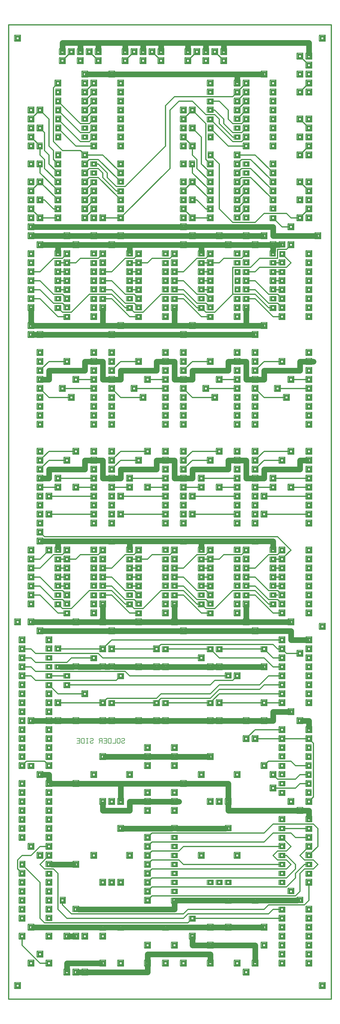
<source format=gbl>
%MOIN*%
%FSLAX23Y23*%
%ADD10C,.012*%
%ADD11C,.062*%
%ADD12C,.050X.024*%
%ADD13R,.062X.062X.024*%
%ADD14C,.016*%
%ADD15R,.008X.062*%
%ADD16R,.062X.008*%
%ADD17C,.008*%
%LPD*%
G90*X0Y0D02*D13*X100Y150D03*D14*X131Y181D03*      
Y119D03*X69Y181D03*Y119D03*D15*X135Y150D03*X65D03*
D16*X100Y185D03*Y115D03*X350Y400D02*D10*X419D01*  
D13*X450D03*D14*X481Y431D03*Y369D03*X419Y431D03*  
Y369D03*D15*X485Y400D03*X415D03*D16*X450Y435D03*  
Y365D03*D13*X350Y500D03*D14*X381Y531D03*Y469D03*  
X319Y531D03*Y469D03*D15*X385Y500D03*X315D03*D16*  
X350Y535D03*Y465D03*Y400D02*D10*X150Y600D01*      
Y669D01*D13*Y700D03*D14*X181Y731D03*Y669D03*      
X119Y731D03*Y669D03*D15*X185Y700D03*X115D03*D16*  
X150Y735D03*Y665D03*D13*X250Y800D03*D14*          
X281Y831D03*Y769D03*X219Y831D03*Y769D03*D15*      
X285Y800D03*X215D03*D16*X250Y835D03*Y765D03*      
X281Y800D02*D11*X1019D01*D13*X1050D03*D14*        
X1081Y769D03*X1019D03*D15*X1085Y800D03*X1015D03*  
D16*X1050Y765D03*X1081Y800D02*D11*X1219D01*D13*   
X1250D03*D14*X1281Y769D03*X1219D03*D15*           
X1285Y800D03*X1215D03*D16*X1250Y765D03*           
X1281Y800D02*D11*X1719D01*D13*X1750D03*D14*       
X1781Y769D03*X1719D03*D15*X1785Y800D03*X1715D03*  
D16*X1750Y765D03*X1781Y800D02*D11*X2219D01*D13*   
X2250D03*D14*X2281Y831D03*Y769D03*X2219Y831D03*   
Y769D03*D15*X2285Y800D03*X2215D03*D16*            
X2250Y835D03*Y765D03*X2281Y800D02*D11*X2419D01*   
D13*X2450D03*D14*X2481Y831D03*Y769D03*            
X2419Y831D03*Y769D03*D15*X2485Y800D03*X2415D03*   
D16*X2450Y835D03*Y765D03*X2481Y800D02*D11*        
X2819D01*D13*X2850D03*D14*X2881Y831D03*Y769D03*   
X2819Y831D03*Y769D03*D15*X2885Y800D03*X2815D03*   
D16*X2850Y835D03*Y765D03*X2900Y950D02*D10*        
X2000D01*X1950Y900D01*X650D01*X550Y1000D01*       
Y1400D01*X500Y1450D01*X400D01*X350Y1500D01*       
X419Y1569D01*D13*X450Y1600D03*D14*X481Y1631D03*   
Y1569D03*X419Y1631D03*Y1569D03*D15*X485Y1600D03*  
X415D03*D16*X450Y1635D03*Y1565D03*X350Y1700D02*   
D10*X250Y1600D01*X150D01*X100Y1550D01*Y1450D01*   
X119Y1431D01*D13*X150Y1400D03*D14*X181Y1431D03*   
Y1369D03*X119Y1431D03*Y1369D03*D15*X185Y1400D03*  
X115D03*D16*X150Y1435D03*Y1365D03*D13*Y1500D03*   
D14*X181Y1531D03*Y1469D03*D15*X185Y1500D03*D16*   
X150Y1535D03*Y1465D03*X181Y1469D02*D10*           
X350Y1300D01*Y900D01*X400Y850D01*X2000D01*        
X2019Y869D01*D13*X2050Y900D03*D14*X2081Y869D03*   
X2019D03*D15*X2085Y900D03*X2015D03*D16*           
X2050Y865D03*X2081Y900D02*D10*X3019D01*D13*       
X3050D03*D14*X3081Y931D03*Y869D03*X3019Y931D03*   
Y869D03*D15*X3085Y900D03*X3015D03*D16*            
X3050Y935D03*Y865D03*X2950Y1000D02*D10*           
X2900Y950D01*X2950Y1000D02*X3019D01*D13*X3050D03* 
D14*X3081Y969D03*X3019D03*D15*X3085Y1000D03*      
X3015D03*D16*X3050Y965D03*X3200Y1150D02*D10*      
X1600D01*X1581Y1131D01*D13*X1550Y1100D03*D14*     
X1581Y1131D03*Y1069D03*X1519Y1131D03*Y1069D03*D15*
X1585Y1100D03*X1515D03*D16*X1550Y1135D03*Y1065D03*
D13*Y1200D03*D14*X1581Y1231D03*Y1169D03*          
X1519Y1231D03*Y1169D03*D15*X1585Y1200D03*X1515D03*
D16*X1550Y1235D03*Y1165D03*X1581Y1231D02*D10*     
X1600Y1250D01*X3100D01*X3200Y1350D01*Y1400D01*    
X3300Y1500D01*X3319D01*D13*X3350D03*D15*X3385D03* 
X3315D03*X3400Y1450D02*D10*X3300D01*X3250Y1400D01*
Y1200D01*X3200Y1150D01*D13*X3250Y1100D03*D14*     
X3281Y1131D03*X3219D03*D15*X3285Y1100D03*X3215D03*
D16*X3250Y1135D03*X3219Y1100D02*D11*X2781D01*D13* 
X2750D03*D14*X2781Y1069D03*X2719D03*D15*          
X2785Y1100D03*X2715D03*D16*X2750Y1065D03*         
X2719Y1100D02*D11*X2481D01*D13*X2450D03*D14*      
X2481Y1069D03*X2419D03*D15*X2485Y1100D03*X2415D03*
D16*X2450Y1065D03*X2419Y1100D02*D11*X1881D01*D13* 
X1850D03*D14*X1881Y1069D03*X1819D03*D15*          
X1885Y1100D03*X1815D03*D16*X1850Y1065D03*Y1069D02*
D11*Y1000D01*X781D01*D13*X750D03*D14*X781Y1031D03*
X719D03*D15*X785Y1000D03*X715D03*D16*X750Y1035D03*
X700Y950D02*D10*X1950D01*X2000Y1000D01*X2850D01*  
X2900Y1050D01*X3300D01*X3350Y1100D01*Y1269D01*D13*
Y1300D03*D14*X3381Y1331D03*Y1269D03*X3319Y1331D03*
Y1269D03*D15*X3385Y1300D03*X3315D03*D16*          
X3350Y1335D03*Y1265D03*D13*Y1400D03*D14*          
X3381Y1369D03*X3319D03*D15*X3385Y1400D03*X3315D03*
D16*X3350Y1365D03*X3200Y1450D02*D10*X3100Y1350D01*
X1600D01*X1581Y1331D01*D13*X1550Y1300D03*D14*     
X1581Y1331D03*Y1269D03*X1519Y1331D03*Y1269D03*D15*
X1585Y1300D03*X1515D03*D16*X1550Y1335D03*Y1265D03*
D13*Y1400D03*D14*X1581Y1431D03*Y1369D03*          
X1519Y1431D03*Y1369D03*D15*X1585Y1400D03*X1515D03*
D16*X1550Y1435D03*Y1365D03*X1581Y1431D02*D10*     
X1600Y1450D01*X3100D01*X3150Y1500D01*             
X3100Y1550D01*X3000D01*X2950Y1600D01*             
X3000Y1650D01*X3100D01*X3150Y1700D01*             
X3081Y1769D01*D13*X3050Y1800D03*D14*X3081Y1769D03*
X3019D03*D15*X3085Y1800D03*X3015D03*D16*          
X3050Y1765D03*X2950Y1850D02*D10*X2850Y1750D01*    
X1600D01*X1581Y1731D01*D13*X1550Y1700D03*D14*     
X1581Y1731D03*Y1669D03*X1519Y1731D03*Y1669D03*D15*
X1585Y1700D03*X1515D03*D16*X1550Y1735D03*Y1665D03*
X1600Y1650D02*D10*X1581Y1631D01*D13*X1550Y1600D03*
D14*X1581Y1631D03*Y1569D03*X1519Y1631D03*Y1569D03*
D15*X1585Y1600D03*X1515D03*D16*X1550Y1635D03*     
Y1565D03*X1600Y1550D02*D10*X1581Y1531D01*D13*     
X1550Y1500D03*D14*X1581Y1531D03*Y1469D03*         
X1519Y1531D03*Y1469D03*D15*X1585Y1500D03*X1515D03*
D16*X1550Y1535D03*Y1465D03*X1600Y1550D02*D10*     
X1900D01*X1950Y1500D01*X3019D01*D13*X3050D03*D15* 
X3085D03*X3015D03*X3100Y1600D02*D10*X3200Y1500D01*
Y1450D01*X3300Y1550D02*X3400D01*X3450Y1500D01*    
X3400Y1450D01*X3300Y1550D02*X3250Y1600D01*        
X3319Y1669D01*D13*X3350Y1700D03*D14*X3381Y1731D03*
Y1669D03*X3319Y1731D03*Y1669D03*D15*X3385Y1700D03*
X3315D03*D16*X3350Y1735D03*Y1665D03*X3450Y1700D02*
D10*X3381Y1631D01*D13*X3350Y1600D03*D14*          
X3381Y1631D03*X3319D03*D15*X3385Y1600D03*X3315D03*
D16*X3350Y1635D03*X3450Y1700D02*D10*Y1900D01*     
X3400Y1950D01*X2950D01*X2850Y1850D01*X1600D01*    
X1581Y1831D01*D13*X1550Y1800D03*D14*X1581Y1831D03*
Y1769D03*X1519Y1831D03*Y1769D03*D15*X1585Y1800D03*
X1515D03*D16*X1550Y1835D03*Y1765D03*X1600Y1650D02*
D10*X1900D01*X1950Y1700D01*X3019D01*D13*X3050D03* 
D14*X3081Y1731D03*X3019D03*D15*X3085Y1700D03*     
X3015D03*D16*X3050Y1735D03*D13*Y1600D03*D15*      
X3085D03*X3015D03*X3081D02*D10*X3100D01*          
X3200Y1800D02*X3319D01*D13*X3350D03*D14*          
X3381Y1831D03*Y1769D03*X3319Y1831D03*Y1769D03*D15*
X3385Y1800D03*X3315D03*D16*X3350Y1835D03*Y1765D03*
D13*Y1900D03*D14*X3381Y1869D03*X3319D03*D15*      
X3385Y1900D03*X3315D03*D16*X3350Y1865D03*         
X3319Y1900D02*D10*X3081D01*D13*X3050D03*D15*      
X3085D03*X3015D03*X3150Y1850D02*D10*X3200Y1800D01*
X3150Y1850D02*X2950D01*D13*X3050Y2000D03*D14*     
X3081Y2031D03*X3019D03*D15*X3085Y2000D03*X3015D03*
D16*X3050Y2035D03*D13*X3250Y2100D03*D14*          
X3281Y2131D03*Y2069D03*X3219Y2131D03*Y2069D03*D15*
X3285Y2100D03*X3215D03*D16*X3250Y2135D03*Y2065D03*
X3219Y2100D02*D11*X2450D01*Y2150D01*Y2169D01*D13* 
Y2200D03*D14*X2481Y2231D03*Y2169D03*X2419Y2231D03*
Y2169D03*D15*X2485Y2200D03*X2415D03*D16*          
X2450Y2235D03*Y2165D03*Y2169D02*D10*Y2150D01*     
Y2231D02*D11*Y2400D01*X1981D01*D13*X1950D03*D14*  
X1981Y2431D03*Y2369D03*X1919Y2431D03*Y2369D03*D15*
X1985Y2400D03*X1915D03*D16*X1950Y2435D03*Y2365D03*
X1919Y2400D02*D11*X1250D01*Y2231D01*D13*Y2200D03* 
D14*X1281Y2231D03*Y2169D03*X1219Y2231D03*Y2169D03*
D15*X1285Y2200D03*X1215D03*D16*X1250Y2235D03*     
Y2165D03*X1350Y2100D02*D11*X1050D01*Y2169D01*D13* 
Y2200D03*D14*X1081Y2231D03*Y2169D03*X1019Y2231D03*
Y2169D03*D15*X1085Y2200D03*X1015D03*D16*          
X1050Y2235D03*Y2165D03*D13*X1150Y2200D03*D14*     
X1181Y2231D03*Y2169D03*X1119Y2231D03*Y2169D03*D15*
X1185Y2200D03*X1115D03*D16*X1150Y2235D03*Y2165D03*
X1250Y2400D02*D11*X781D01*D13*X750D03*D14*        
X781Y2431D03*Y2369D03*X719Y2431D03*Y2369D03*D15*  
X785Y2400D03*X715D03*D16*X750Y2435D03*Y2365D03*   
X719Y2400D02*D11*X481D01*D13*X450D03*D14*         
X481Y2431D03*Y2369D03*X419Y2431D03*Y2369D03*D15*  
X485Y2400D03*X415D03*D16*X450Y2435D03*Y2365D03*   
Y2431D02*D11*Y2500D01*X381D01*D13*X350D03*D14*    
X381Y2531D03*Y2469D03*X319Y2531D03*Y2469D03*D15*  
X385Y2500D03*X315D03*D16*X350Y2535D03*Y2465D03*   
D13*X450Y2600D03*D14*X481Y2631D03*Y2569D03*       
X419Y2631D03*Y2569D03*D15*X485Y2600D03*X415D03*   
D16*X450Y2635D03*Y2565D03*X419Y2631D02*D10*       
X400Y2650D01*X200D01*X181Y2631D01*D13*            
X150Y2600D03*D14*X181Y2631D03*Y2569D03*           
X119Y2631D03*Y2569D03*D15*X185Y2600D03*X115D03*   
D16*X150Y2635D03*Y2565D03*D13*X250Y2600D03*D14*   
X281Y2569D03*X219D03*D15*X285Y2600D03*X215D03*D16*
X250Y2565D03*D13*X150Y2700D03*D14*X181Y2731D03*   
Y2669D03*X119Y2731D03*Y2669D03*D15*X185Y2700D03*  
X115D03*D16*X150Y2735D03*Y2665D03*D13*Y2800D03*   
D14*X181Y2831D03*Y2769D03*X119Y2831D03*Y2769D03*  
D15*X185Y2800D03*X115D03*D16*X150Y2835D03*        
Y2765D03*D13*Y2400D03*D14*X181Y2431D03*Y2369D03*  
X119Y2431D03*Y2369D03*D15*X185Y2400D03*X115D03*   
D16*X150Y2435D03*Y2365D03*D13*X450Y2300D03*D14*   
X481Y2331D03*Y2269D03*X419Y2331D03*Y2269D03*D15*  
X485Y2300D03*X415D03*D16*X450Y2335D03*Y2265D03*   
D13*Y2900D03*D14*X481Y2931D03*Y2869D03*           
X419Y2931D03*Y2869D03*D15*X485Y2900D03*X415D03*   
D16*X450Y2935D03*Y2865D03*D13*X150Y2900D03*D14*   
X181Y2931D03*Y2869D03*X119Y2931D03*Y2869D03*D15*  
X185Y2900D03*X115D03*D16*X150Y2935D03*Y2865D03*   
D13*Y2300D03*D14*X181Y2331D03*Y2269D03*           
X119Y2331D03*Y2269D03*D15*X185Y2300D03*X115D03*   
D16*X150Y2335D03*Y2265D03*D13*X450Y2700D03*D14*   
X481Y2731D03*Y2669D03*X419Y2731D03*Y2669D03*D15*  
X485Y2700D03*X415D03*D16*X450Y2735D03*Y2665D03*   
D13*Y2800D03*D14*X481Y2831D03*Y2769D03*           
X419Y2831D03*Y2769D03*D15*X485Y2800D03*X415D03*   
D16*X450Y2835D03*Y2765D03*D13*Y3000D03*D14*       
X481Y3031D03*Y2969D03*X419Y3031D03*Y2969D03*D15*  
X485Y3000D03*X415D03*D16*X450Y3035D03*Y2965D03*   
D13*X150Y3000D03*D14*X181Y3031D03*Y2969D03*       
X119Y3031D03*Y2969D03*D15*X185Y3000D03*X115D03*   
D16*X150Y3035D03*Y2965D03*D13*Y2200D03*D14*       
X181Y2231D03*Y2169D03*X119Y2231D03*Y2169D03*D15*  
X185Y2200D03*X115D03*D16*X150Y2235D03*Y2165D03*   
D13*X450Y2200D03*D14*X481Y2231D03*Y2169D03*       
X419Y2231D03*Y2169D03*D15*X485Y2200D03*X415D03*   
D16*X450Y2235D03*Y2165D03*D13*X550Y3100D03*D14*   
X581Y3131D03*Y3069D03*X519Y3131D03*Y3069D03*D15*  
X585Y3100D03*X515D03*D16*X550Y3135D03*Y3065D03*   
X519Y3100D02*D11*X481D01*D13*X450D03*D14*         
X481Y3131D03*Y3069D03*X419Y3131D03*Y3069D03*D15*  
X485Y3100D03*X415D03*D16*X450Y3135D03*Y3065D03*   
X419Y3100D02*D11*X281D01*D13*X250D03*D14*         
X281Y3131D03*Y3069D03*X219Y3131D03*Y3069D03*D15*  
X285Y3100D03*X215D03*D16*X250Y3135D03*Y3065D03*   
D13*X150Y3200D03*D14*X181Y3231D03*Y3169D03*       
X119Y3231D03*Y3169D03*D15*X185Y3200D03*X115D03*   
D16*X150Y3235D03*Y3165D03*D13*Y3100D03*D14*       
X181Y3131D03*Y3069D03*X119Y3131D03*Y3069D03*D15*  
X185Y3100D03*X115D03*D16*X150Y3135D03*Y3065D03*   
D13*X450Y3300D03*D14*X481Y3331D03*Y3269D03*       
X419Y3331D03*Y3269D03*D15*X485Y3300D03*X415D03*   
D16*X450Y3335D03*Y3265D03*D13*Y3200D03*D14*       
X481Y3231D03*Y3169D03*X419Y3231D03*Y3169D03*D15*  
X485Y3200D03*X415D03*D16*X450Y3235D03*Y3165D03*   
D13*X150Y3300D03*D14*X181Y3331D03*Y3269D03*       
X119Y3331D03*Y3269D03*D15*X185Y3300D03*X115D03*   
D16*X150Y3335D03*Y3265D03*X550Y3400D02*D10*       
X819D01*D13*X850D03*D14*X881Y3431D03*Y3369D03*    
X819Y3431D03*Y3369D03*D15*X885Y3400D03*X815D03*   
D16*X850Y3435D03*Y3365D03*D13*X650Y3600D03*D15*   
X685D03*X615D03*X619D02*D10*X481D01*D13*X450D03*  
D15*X485D03*X415D03*D13*X550Y3700D03*D15*X585D03* 
X515D03*X581D02*D11*X719D01*D13*X750D03*D14*      
X781Y3731D03*X719D03*D15*X785Y3700D03*X715D03*D16*
X750Y3735D03*X781Y3700D02*D11*X1019D01*D13*       
X1050D03*D14*X1081Y3731D03*X1019D03*D15*          
X1085Y3700D03*X1015D03*D16*X1050Y3735D03*         
X1081Y3700D02*D11*X1119D01*D13*X1150D03*D14*      
X1181Y3731D03*X1119D03*D15*X1185Y3700D03*X1115D03*
D16*X1150Y3735D03*X1181Y3700D02*D11*X1419D01*D13* 
X1450D03*D14*X1481Y3731D03*Y3669D03*X1419Y3731D03*
Y3669D03*D15*X1485Y3700D03*X1415D03*D16*          
X1450Y3735D03*Y3665D03*X1481Y3700D02*D11*X1619D01*
D13*X1650D03*D14*X1681Y3731D03*Y3669D03*          
X1619Y3731D03*Y3669D03*D15*X1685Y3700D03*X1615D03*
D16*X1650Y3735D03*Y3665D03*X1681Y3700D02*D11*     
X1719D01*D13*X1750D03*D14*X1781Y3731D03*Y3669D03* 
X1719Y3731D03*Y3669D03*D15*X1785Y3700D03*X1715D03*
D16*X1750Y3735D03*Y3665D03*X1781Y3700D02*D11*     
X2219D01*D13*X2250D03*D14*X2281Y3731D03*Y3669D03* 
X2219Y3731D03*Y3669D03*D15*X2285Y3700D03*X2215D03*
D16*X2250Y3735D03*Y3665D03*X2281Y3700D02*D11*     
X2319D01*D13*X2350D03*D14*X2381Y3731D03*Y3669D03* 
X2319Y3731D03*Y3669D03*D15*X2385Y3700D03*X2315D03*
D16*X2350Y3735D03*Y3665D03*X2381Y3700D02*D11*     
X2819D01*D13*X2850D03*D14*X2881Y3731D03*Y3669D03* 
X2819Y3731D03*Y3669D03*D15*X2885Y3700D03*X2815D03*
D16*X2850Y3735D03*Y3665D03*X2950Y3800D02*D10*     
X3019D01*D13*X3050D03*D14*X3081Y3831D03*Y3769D03* 
X3019Y3831D03*Y3769D03*D15*X3085Y3800D03*X3015D03*
D16*X3050Y3835D03*Y3765D03*X3100Y3850D02*D10*     
X3219D01*D13*X3250D03*D14*X3281Y3881D03*Y3819D03* 
X3219Y3881D03*Y3819D03*D15*X3285Y3850D03*X3215D03*
D16*X3250Y3885D03*Y3815D03*D13*X3350Y3800D03*D14* 
X3381Y3831D03*Y3769D03*X3319Y3831D03*Y3769D03*D15*
X3385Y3800D03*X3315D03*D16*X3350Y3835D03*Y3765D03*
D13*Y3900D03*D14*X3381Y3931D03*Y3869D03*          
X3319Y3931D03*Y3869D03*D15*X3385Y3900D03*X3315D03*
D16*X3350Y3935D03*Y3865D03*D13*Y4000D03*D14*      
X3381Y4031D03*Y3969D03*X3319Y4031D03*Y3969D03*D15*
X3385Y4000D03*X3315D03*D16*X3350Y4035D03*Y3965D03*
X3319Y4000D02*D11*X3150D01*Y4100D01*X2781D01*D13* 
X2750D03*D14*X2781Y4131D03*Y4069D03*X2719Y4131D03*
Y4069D03*D15*X2785Y4100D03*X2715D03*D16*          
X2750Y4135D03*Y4065D03*X2719Y4100D02*D11*X1981D01*
D13*X1950D03*D14*X1981Y4131D03*Y4069D03*          
X1919Y4131D03*Y4069D03*D15*X1985Y4100D03*X1915D03*
D16*X1950Y4135D03*Y4065D03*X1919Y4100D02*D11*     
X1181D01*D13*X1150D03*D14*X1181Y4131D03*Y4069D03* 
X1119Y4131D03*Y4069D03*D15*X1185Y4100D03*X1115D03*
D16*X1150Y4135D03*Y4065D03*X1119Y4100D02*D11*     
X381D01*D13*X350D03*D14*X381Y4131D03*Y4069D03*    
X319Y4131D03*Y4069D03*D15*X385Y4100D03*X315D03*   
D16*X350Y4135D03*Y4065D03*D13*X450Y4000D03*D14*   
X481Y4031D03*Y3969D03*X419Y4031D03*Y3969D03*D15*  
X485Y4000D03*X415D03*D16*X450Y4035D03*Y3965D03*   
D13*X250Y4200D03*D14*X281Y4231D03*Y4169D03*       
X219Y4231D03*Y4169D03*D15*X285Y4200D03*X215D03*   
D16*X250Y4235D03*Y4165D03*X281Y4200D02*D11*       
X719D01*D13*X750D03*D14*X781Y4231D03*Y4169D03*    
X719Y4231D03*Y4169D03*D15*X785Y4200D03*X715D03*   
D16*X750Y4235D03*Y4165D03*X781Y4200D02*D11*       
X1019D01*D13*X1050D03*D14*X1081Y4231D03*Y4169D03* 
X1019Y4231D03*Y4169D03*D15*X1085Y4200D03*X1015D03*
D16*X1050Y4235D03*Y4165D03*X1081Y4200D02*D11*     
X1419D01*D13*X1450D03*D14*X1481Y4231D03*Y4169D03* 
X1419Y4231D03*Y4169D03*D15*X1485Y4200D03*X1415D03*
D16*X1450Y4235D03*Y4165D03*X1481Y4200D02*D11*     
X1819D01*D13*X1850D03*D14*X1881Y4231D03*Y4169D03* 
X1819Y4231D03*Y4169D03*D15*X1885Y4200D03*X1815D03*
D16*X1850Y4235D03*Y4165D03*X1881Y4200D02*D11*     
X2619D01*D13*X2650D03*D14*X2681Y4231D03*Y4169D03* 
X2619Y4231D03*Y4169D03*D15*X2685Y4200D03*X2615D03*
D16*X2650Y4235D03*Y4165D03*X2681Y4200D02*D11*     
X3119D01*D13*X3150D03*D14*X3181Y4231D03*Y4169D03* 
X3119Y4231D03*Y4169D03*D15*X3185Y4200D03*X3115D03*
D16*X3150Y4235D03*Y4165D03*D13*X3050Y4300D03*D14* 
X3081Y4331D03*Y4269D03*X3019Y4331D03*Y4269D03*D15*
X3085Y4300D03*X3015D03*D16*X3050Y4335D03*Y4265D03*
X3019Y4300D02*D10*X2950D01*X2750Y4500D01*X2681D01*
D13*X2650D03*D14*X2681Y4469D03*X2619D03*D15*      
X2685Y4500D03*X2615D03*D16*X2650Y4465D03*         
X2750Y4600D02*D10*X2900Y4450D01*X3000D01*         
X3019Y4431D01*D13*X3050Y4400D03*D14*X3081Y4431D03*
Y4369D03*X3019Y4431D03*Y4369D03*D15*X3085Y4400D03*
X3015D03*D16*X3050Y4435D03*Y4365D03*D13*          
X2950Y4500D03*D15*X2985D03*X2915D03*X2981D02*D10* 
X3000D01*D13*X3050D03*D14*X3081Y4531D03*Y4469D03* 
X3019Y4531D03*Y4469D03*D15*X3085Y4500D03*X3015D03*
D16*X3050Y4535D03*Y4465D03*X3019Y4531D02*D10*     
X3000Y4550D01*X2900D01*X2750Y4700D01*X2681D01*D13*
X2650D03*D14*X2681Y4731D03*Y4669D03*X2619Y4731D03*
Y4669D03*D15*X2685Y4700D03*X2615D03*D16*          
X2650Y4735D03*Y4665D03*X2750Y4600D02*D10*X2681D01*
D13*X2650D03*D14*X2681Y4631D03*X2619D03*D15*      
X2685Y4600D03*X2615D03*D16*X2650Y4635D03*D13*     
X2550Y4700D03*D14*X2581Y4731D03*Y4669D03*         
X2519Y4731D03*Y4669D03*D15*X2585Y4700D03*X2515D03*
D16*X2550Y4735D03*Y4665D03*D13*Y4500D03*D14*      
X2581Y4469D03*X2519D03*D15*X2585Y4500D03*X2515D03*
D16*X2550Y4465D03*X2750Y4550D02*D10*X2900Y4400D01*
X2919D01*D13*X2950D03*D14*X2981Y4369D03*X2919D03* 
D15*X2985Y4400D03*X2915D03*D16*X2950Y4365D03*     
X2750Y4550D02*D10*X2500D01*X2300Y4350D01*X2200D01*
X2181Y4369D01*D13*X2150Y4400D03*D14*X2181Y4369D03*
X2119D03*D15*X2185Y4400D03*X2115D03*D16*          
X2150Y4365D03*X2119Y4400D02*D10*X2100D01*         
X1950Y4550D01*X1700D01*X1500Y4350D01*X1400D01*    
X1381Y4369D01*D13*X1350Y4400D03*D14*X1381Y4369D03*
X1319D03*D15*X1385Y4400D03*X1315D03*D16*          
X1350Y4365D03*X1319Y4400D02*D10*X1300D01*         
X1150Y4550D01*X900D01*X700Y4350D01*X600D01*       
X581Y4369D01*D13*X550Y4400D03*D14*X581Y4369D03*   
X519D03*D15*X585Y4400D03*X515D03*D16*X550Y4365D03*
X600Y4450D02*D10*X619Y4431D01*D13*X650Y4400D03*   
D14*X681Y4431D03*X619D03*D15*X685Y4400D03*X615D03*
D16*X650Y4435D03*X600Y4450D02*D10*X500D01*        
X350Y4600D01*X281D01*D13*X250D03*D14*X281Y4631D03*
Y4569D03*X219Y4631D03*Y4569D03*D15*X285Y4600D03*  
X215D03*D16*X250Y4635D03*Y4565D03*X350Y4500D02*   
D10*X550Y4300D01*X619D01*D13*X650D03*D14*         
X681Y4269D03*X619D03*D15*X685Y4300D03*X615D03*D16*
X650Y4265D03*D13*Y4500D03*D14*X681Y4531D03*       
Y4469D03*X619Y4531D03*Y4469D03*D15*X685Y4500D03*  
X615D03*D16*X650Y4535D03*Y4465D03*X619Y4531D02*   
D10*X600Y4550D01*X500D01*X350Y4700D01*X281D01*D13*
X250D03*D14*X281Y4731D03*Y4669D03*X219Y4731D03*   
Y4669D03*D15*X285Y4700D03*X215D03*D16*            
X250Y4735D03*Y4665D03*X350Y4800D02*D10*X281D01*   
D13*X250D03*D14*X281Y4831D03*Y4769D03*            
X219Y4831D03*Y4769D03*D15*X285Y4800D03*X215D03*   
D16*X250Y4835D03*Y4765D03*X350Y4900D02*D10*       
X281D01*D13*X250D03*D14*X281Y4931D03*Y4869D03*    
X219Y4931D03*Y4869D03*D15*X285Y4900D03*X215D03*   
D16*X250Y4935D03*Y4865D03*X350Y4800D02*D10*       
X500Y4950D01*X600D01*X619Y4969D01*D13*            
X650Y5000D03*D14*X681Y5031D03*Y4969D03*           
X619Y5031D03*Y4969D03*D15*X685Y5000D03*X615D03*   
D16*X650Y5035D03*Y4965D03*X750Y4900D02*D10*       
X681D01*D13*X650D03*D14*X681Y4931D03*Y4869D03*    
X619Y4931D03*Y4869D03*D15*X685Y4900D03*X615D03*   
D16*X650Y4935D03*Y4865D03*X619Y4900D02*D10*       
X581D01*D13*X550D03*D14*X581Y4869D03*X519D03*D15* 
X585Y4900D03*X515D03*D16*X550Y4865D03*D13*        
X650Y4800D03*D14*X681Y4831D03*Y4769D03*           
X619Y4831D03*Y4769D03*D15*X685Y4800D03*X615D03*   
D16*X650Y4835D03*Y4765D03*X619Y4800D02*D10*       
X581D01*D13*X550D03*D14*X581Y4831D03*Y4769D03*    
X519Y4831D03*Y4769D03*D15*X585Y4800D03*X515D03*   
D16*X550Y4835D03*Y4765D03*D13*X650Y4700D03*D14*   
X681Y4731D03*Y4669D03*X619Y4731D03*Y4669D03*D15*  
X685Y4700D03*X615D03*D16*X650Y4735D03*Y4665D03*   
X619Y4700D02*D10*X581D01*D13*X550D03*D14*         
X581Y4731D03*Y4669D03*X519Y4731D03*Y4669D03*D15*  
X585Y4700D03*X515D03*D16*X550Y4735D03*Y4665D03*   
D13*X650Y4600D03*D14*X681Y4631D03*Y4569D03*       
X619Y4631D03*Y4569D03*D15*X685Y4600D03*X615D03*   
D16*X650Y4635D03*Y4565D03*X619Y4600D02*D10*       
X581D01*D13*X550D03*D14*X581Y4631D03*X519D03*D15* 
X585Y4600D03*X515D03*D16*X550Y4635D03*D13*        
Y4500D03*D15*X585D03*X515D03*X350D02*D10*X281D01* 
D13*X250D03*D14*X281Y4531D03*Y4469D03*            
X219Y4531D03*Y4469D03*D15*X285Y4500D03*X215D03*   
D16*X250Y4535D03*Y4465D03*D13*Y4400D03*D14*       
X281Y4431D03*Y4369D03*X219Y4431D03*Y4369D03*D15*  
X285Y4400D03*X215D03*D16*X250Y4435D03*Y4365D03*   
D13*X100Y4200D03*D14*X131Y4231D03*Y4169D03*       
X69Y4231D03*Y4169D03*D15*X135Y4200D03*X65D03*D16* 
X100Y4235D03*Y4165D03*X350Y4900D02*D10*           
X419Y4969D01*D13*X450Y5000D03*D14*X481Y5031D03*   
Y4969D03*X419Y5031D03*Y4969D03*D15*X485Y5000D03*  
X415D03*D16*X450Y5035D03*Y4965D03*X550Y5100D02*   
D11*Y5031D01*D13*Y5000D03*D14*X581Y5031D03*       
X519D03*D15*X585Y5000D03*X515D03*D16*X550Y5035D03*
Y5100D02*D11*X381D01*D13*X350D03*D14*X381Y5131D03*
Y5069D03*X319Y5131D03*Y5069D03*D15*X385Y5100D03*  
X315D03*D16*X350Y5135D03*Y5065D03*X400Y5150D02*   
D10*X3000D01*X3150Y5000D01*X3081Y4931D01*D13*     
X3050Y4900D03*D14*X3081Y4931D03*Y4869D03*         
X3019Y4931D03*Y4869D03*D15*X3085Y4900D03*X3015D03*
D16*X3050Y4935D03*Y4865D03*X3019Y4900D02*D10*     
X2981D01*D13*X2950D03*D14*X2981Y4869D03*X2919D03* 
D15*X2985Y4900D03*X2915D03*D16*X2950Y4865D03*     
X3000Y4950D02*D10*X2900D01*X2750Y4800D01*X2681D01*
D13*X2650D03*D14*X2681Y4831D03*Y4769D03*          
X2619Y4831D03*Y4769D03*D15*X2685Y4800D03*X2615D03*
D16*X2650Y4835D03*Y4765D03*D13*X2550Y4900D03*D14* 
X2581Y4869D03*X2519D03*D15*X2585Y4900D03*X2515D03*
D16*X2550Y4865D03*D13*X2650Y4900D03*D14*          
X2681Y4931D03*Y4869D03*X2619Y4931D03*Y4869D03*D15*
X2685Y4900D03*X2615D03*D16*X2650Y4935D03*Y4865D03*
D13*X2550Y4800D03*D14*X2581Y4831D03*Y4769D03*     
X2519Y4831D03*Y4769D03*D15*X2585Y4800D03*X2515D03*
D16*X2550Y4835D03*Y4765D03*X2600Y4950D02*D10*     
X2400D01*X2350Y4900D01*X2281D01*D13*X2250D03*D14* 
X2281Y4931D03*Y4869D03*X2219Y4931D03*Y4869D03*D15*
X2285Y4900D03*X2215D03*D16*X2250Y4935D03*Y4865D03*
X2219Y4900D02*D10*X2181D01*D13*X2150D03*D14*      
X2181Y4869D03*X2119D03*D15*X2185Y4900D03*X2115D03*
D16*X2150Y4865D03*X2200Y4950D02*D10*X2100D01*     
X1950Y4800D01*X1881D01*D13*X1850D03*D14*          
X1881Y4831D03*Y4769D03*X1819Y4831D03*Y4769D03*D15*
X1885Y4800D03*X1815D03*D16*X1850Y4835D03*Y4765D03*
X1950Y4700D02*D10*X2100Y4550D01*X2200D01*         
X2219Y4531D01*D13*X2250Y4500D03*D14*X2281Y4531D03*
Y4469D03*X2219Y4531D03*Y4469D03*D15*X2285Y4500D03*
X2215D03*D16*X2250Y4535D03*Y4465D03*X2200Y4450D02*
D10*X2219Y4431D01*D13*X2250Y4400D03*D14*          
X2281Y4431D03*X2219D03*D15*X2285Y4400D03*X2215D03*
D16*X2250Y4435D03*X2200Y4450D02*D10*X2100D01*     
X1950Y4600D01*X1881D01*D13*X1850D03*D14*          
X1881Y4631D03*X1819D03*D15*X1885Y4600D03*X1815D03*
D16*X1850Y4635D03*X1950Y4500D02*D10*X2150Y4300D01*
X2219D01*D13*X2250D03*D14*X2281Y4269D03*X2219D03* 
D15*X2285Y4300D03*X2215D03*D16*X2250Y4265D03*D13* 
X2150Y4500D03*D15*X2185D03*X2115D03*D13*          
X2550Y4600D03*D14*X2581Y4631D03*X2519D03*D15*     
X2585Y4600D03*X2515D03*D16*X2550Y4635D03*         
X1950Y4500D02*D10*X1881D01*D13*X1850D03*D14*      
X1881Y4469D03*X1819D03*D15*X1885Y4500D03*X1815D03*
D16*X1850Y4465D03*D13*X1750Y4600D03*D14*          
X1781Y4631D03*X1719D03*D15*X1785Y4600D03*X1715D03*
D16*X1750Y4635D03*D13*Y4400D03*D14*X1781Y4431D03* 
Y4369D03*X1719Y4431D03*Y4369D03*D15*X1785Y4400D03*
X1715D03*D16*X1750Y4435D03*Y4365D03*D13*Y4500D03* 
D14*X1781Y4469D03*X1719D03*D15*X1785Y4500D03*     
X1715D03*D16*X1750Y4465D03*D13*X1850Y4400D03*D14* 
X1881Y4431D03*Y4369D03*X1819Y4431D03*Y4369D03*D15*
X1885Y4400D03*X1815D03*D16*X1850Y4435D03*Y4365D03*
Y4369D02*D11*Y4231D01*D13*X1750Y4300D03*D14*      
X1781Y4331D03*Y4269D03*X1719Y4331D03*Y4269D03*D15*
X1785Y4300D03*X1715D03*D16*X1750Y4335D03*Y4265D03*
X1700Y3950D02*D10*X1681Y3931D01*D13*X1650Y3900D03*
D14*X1681Y3931D03*Y3869D03*X1619Y3931D03*Y3869D03*
D15*X1685Y3900D03*X1615D03*D16*X1650Y3935D03*     
Y3865D03*X1619Y3900D02*D10*X1181D01*D13*X1150D03* 
D14*X1181Y3931D03*Y3869D03*X1119Y3931D03*Y3869D03*
D15*X1185Y3900D03*X1115D03*D16*X1150Y3935D03*     
Y3865D03*X1050Y3800D02*D10*X2119D01*D13*X2150D03* 
D14*X2181Y3831D03*Y3769D03*X2119Y3831D03*Y3769D03*
D15*X2185Y3800D03*X2115D03*D16*X2150Y3835D03*     
Y3765D03*D13*X2250Y3900D03*D14*X2281Y3869D03*     
X2219D03*D15*X2285Y3900D03*X2215D03*D16*          
X2250Y3865D03*X2281Y3869D02*D10*X2350Y3800D01*    
X2850D01*X2950Y3700D01*X3019D01*D13*X3050D03*D14* 
X3081Y3731D03*Y3669D03*X3019Y3731D03*Y3669D03*D15*
X3085Y3700D03*X3015D03*D16*X3050Y3735D03*Y3665D03*
X2950Y3800D02*D10*X2881Y3869D01*D13*X2850Y3900D03*
D14*X2881Y3869D03*X2819D03*D15*X2885Y3900D03*     
X2815D03*D16*X2850Y3865D03*X2819Y3900D02*D10*     
X2381D01*D13*X2350D03*D14*X2381Y3869D03*X2319D03* 
D15*X2385Y3900D03*X2315D03*D16*X2350Y3865D03*     
X2219Y3900D02*D10*X1781D01*D13*X1750D03*D14*      
X1781Y3869D03*X1719D03*D15*X1785Y3900D03*X1715D03*
D16*X1750Y3865D03*X1700Y3950D02*D10*X2950D01*     
X3000Y3900D01*X3019D01*D13*X3050D03*D14*          
X3081Y3931D03*Y3869D03*X3019Y3931D03*Y3869D03*D15*
X3085Y3900D03*X3015D03*D16*X3050Y3935D03*Y3865D03*
X3081Y3869D02*D10*X3100Y3850D01*D13*X3050Y4000D03*
D14*X3081Y4031D03*Y3969D03*X3019Y4031D03*Y3969D03*
D15*X3085Y4000D03*X3015D03*D16*X3050Y4035D03*     
Y3965D03*X3019Y4000D02*D10*X1150D01*X1081Y3931D01*
D13*X1050Y3900D03*D14*X1081Y3931D03*Y3869D03*     
X1019Y3931D03*Y3869D03*D15*X1085Y3900D03*X1015D03*
D16*X1050Y3935D03*Y3865D03*X1019Y3900D02*D10*     
X581D01*D13*X550D03*D14*X581Y3931D03*X519D03*D15* 
X585Y3900D03*X515D03*D16*X550Y3935D03*D13*        
X450Y3800D03*D15*X485D03*X415D03*D13*X450Y3900D03*
D14*X481Y3931D03*X419D03*D15*X485Y3900D03*X415D03*
D16*X450Y3935D03*X700Y3800D02*D10*X650Y3750D01*   
X300D01*X250Y3800D01*X181D01*D13*X150D03*D14*     
X181Y3831D03*Y3769D03*X119Y3831D03*Y3769D03*D15*  
X185Y3800D03*X115D03*D16*X150Y3835D03*Y3765D03*   
X250Y3700D02*D10*X300Y3650D01*X1300D01*           
X1350Y3600D01*X2419D01*D13*X2450D03*D14*          
X2481Y3631D03*X2419D03*D15*X2485Y3600D03*X2415D03*
D16*X2450Y3635D03*X2500Y3550D02*D10*X2300D01*     
X2250Y3500D01*X681D01*D13*X650D03*D14*            
X681Y3469D03*X619D03*D15*X685Y3500D03*X615D03*D16*
X650Y3465D03*X550Y3400D02*D10*X481Y3469D01*D13*   
X450Y3500D03*D14*X481Y3469D03*X419D03*D15*        
X485Y3500D03*X415D03*D16*X450Y3465D03*D13*        
Y3400D03*D14*X481Y3431D03*Y3369D03*X419Y3431D03*  
Y3369D03*D15*X485Y3400D03*X415D03*D16*            
X450Y3435D03*Y3365D03*X300Y3550D02*D10*X1200D01*  
X1219Y3569D01*D13*X1250Y3600D03*D14*X1281Y3569D03*
X1219D03*D15*X1285Y3600D03*X1215D03*D16*          
X1250Y3565D03*X1050Y3800D02*D10*X1000Y3850D01*    
X300D01*X250Y3900D01*X181D01*D13*X150D03*D14*     
X181Y3931D03*Y3869D03*X119Y3931D03*Y3869D03*D15*  
X185Y3900D03*X115D03*D16*X150Y3935D03*Y3865D03*   
D13*Y4000D03*D14*X181Y4031D03*Y3969D03*           
X119Y4031D03*Y3969D03*D15*X185Y4000D03*X115D03*   
D16*X150Y4035D03*Y3965D03*D13*Y3700D03*D14*       
X181Y3731D03*Y3669D03*X119Y3731D03*Y3669D03*D15*  
X185Y3700D03*X115D03*D16*X150Y3735D03*Y3665D03*   
X181Y3700D02*D10*X250D01*D13*X150Y3600D03*D14*    
X181Y3631D03*Y3569D03*X119Y3631D03*Y3569D03*D15*  
X185Y3600D03*X115D03*D16*X150Y3635D03*Y3565D03*   
X181Y3600D02*D10*X250D01*X300Y3550D01*D13*        
X450Y3700D03*D15*X485D03*X415D03*D13*X150Y3400D03*
D14*X181Y3431D03*Y3369D03*X119Y3431D03*Y3369D03*  
D15*X185Y3400D03*X115D03*D16*X150Y3435D03*        
Y3365D03*D13*Y3500D03*D14*X181Y3531D03*Y3469D03*  
X119Y3531D03*Y3469D03*D15*X185Y3500D03*X115D03*   
D16*X150Y3535D03*Y3465D03*D13*X550Y3300D03*D14*   
X581Y3331D03*Y3269D03*X519Y3331D03*Y3269D03*D15*  
X585Y3300D03*X515D03*D16*X550Y3335D03*Y3265D03*   
X581Y3300D02*D10*X1019D01*D13*X1050D03*D14*       
X1081Y3331D03*Y3269D03*X1019Y3331D03*Y3269D03*D15*
X1085Y3300D03*X1015D03*D16*X1050Y3335D03*Y3265D03*
X1081Y3331D02*D10*X1100Y3350D01*X1650D01*         
X1700Y3400D01*X2250D01*X2350Y3500D01*X2800D01*    
X2900Y3600D01*X3019D01*D13*X3050D03*D14*          
X3081Y3631D03*Y3569D03*X3019Y3631D03*Y3569D03*D15*
X3085Y3600D03*X3015D03*D16*X3050Y3635D03*Y3565D03*
D13*Y3500D03*D14*X3081Y3531D03*Y3469D03*          
X3019Y3531D03*Y3469D03*D15*X3085Y3500D03*X3015D03*
D16*X3050Y3535D03*Y3465D03*X3019Y3500D02*D10*     
X2850D01*X2800Y3450D01*X2350D01*X2250Y3350D01*    
X1700D01*X1681Y3331D01*D13*X1650Y3300D03*D14*     
X1681Y3269D03*X1619D03*D15*X1685Y3300D03*X1615D03*
D16*X1650Y3265D03*X1619Y3300D02*D10*X1181D01*D13* 
X1150D03*D14*X1181Y3269D03*X1119D03*D15*          
X1185Y3300D03*X1115D03*D16*X1150Y3265D03*D13*     
X1050Y3100D03*D14*X1081Y3131D03*Y3069D03*         
X1019Y3131D03*Y3069D03*D15*X1085Y3100D03*X1015D03*
D16*X1050Y3135D03*Y3065D03*X1019Y3100D02*D11*     
X781D01*D13*X750D03*D14*X781Y3131D03*Y3069D03*    
X719Y3131D03*Y3069D03*D15*X785Y3100D03*X715D03*   
D16*X750Y3135D03*Y3065D03*X719Y3100D02*D11*       
X581D01*X1259Y2895D02*D17*X1268Y2904D01*X1286D01* 
X1295Y2895D01*Y2886D01*X1286Y2877D01*X1268D01*    
X1259Y2868D01*Y2859D01*X1268Y2850D01*X1286D01*    
X1295Y2859D01*X1209D02*X1218Y2850D01*X1236D01*    
X1245Y2859D01*Y2895D01*X1236Y2904D01*X1218D01*    
X1209Y2895D01*Y2859D01*X1195Y2904D02*Y2850D01*    
X1159D01*X1145D02*Y2904D01*X1118D01*X1109Y2895D01*
Y2859D01*X1118Y2850D01*X1145D01*X1059D02*X1095D01*
Y2904D01*X1059D01*X1095Y2877D02*X1068D01*         
X1045Y2850D02*Y2904D01*X1018D01*X1009Y2895D01*    
Y2886D01*X1018Y2877D01*X1045D01*X1018D02*         
X1009Y2850D01*X909Y2895D02*X918Y2904D01*X936D01*  
X945Y2895D01*Y2886D01*X936Y2877D01*X918D01*       
X909Y2868D01*Y2859D01*X918Y2850D01*X936D01*       
X945Y2859D01*X877Y2850D02*Y2904D01*X886Y2850D02*  
X868D01*X886Y2904D02*X868D01*X845Y2850D02*        
Y2904D01*X818D01*X809Y2895D01*Y2859D01*           
X818Y2850D01*X845D01*X759D02*X795D01*Y2904D01*    
X759D01*X795Y2877D02*X768D01*D13*X1050Y2700D03*   
D14*X1081Y2731D03*Y2669D03*X1019Y2731D03*Y2669D03*
D15*X1085Y2700D03*X1015D03*D16*X1050Y2735D03*     
Y2665D03*X1081Y2700D02*D11*X1519D01*D13*X1550D03* 
D14*X1581Y2731D03*Y2669D03*X1519Y2731D03*Y2669D03*
D15*X1585Y2700D03*X1515D03*D16*X1550Y2735D03*     
Y2665D03*X1581Y2700D02*D11*X1819D01*D13*X1850D03* 
D14*X1881Y2731D03*Y2669D03*X1819Y2731D03*Y2669D03*
D15*X1885Y2700D03*X1815D03*D16*X1850Y2735D03*     
Y2665D03*X1881Y2700D02*D11*X2219D01*D13*X2250D03* 
D14*X2281Y2731D03*Y2669D03*X2219Y2731D03*Y2669D03*
D15*X2285Y2700D03*X2215D03*D16*X2250Y2735D03*     
Y2665D03*D13*X2150Y2500D03*D14*X2181Y2531D03*     
Y2469D03*X2119Y2531D03*Y2469D03*D15*X2185Y2500D03*
X2115D03*D16*X2150Y2535D03*Y2465D03*D13*          
X2550Y2500D03*D14*X2581Y2531D03*Y2469D03*         
X2519Y2531D03*Y2469D03*D15*X2585Y2500D03*X2515D03*
D16*X2550Y2535D03*Y2465D03*D13*X2650Y3100D03*D14* 
X2681Y3131D03*Y3069D03*X2619Y3131D03*Y3069D03*D15*
X2685Y3100D03*X2615D03*D16*X2650Y3135D03*Y3065D03*
X2619Y3100D02*D11*X2381D01*D13*X2350D03*D14*      
X2381Y3131D03*Y3069D03*X2319Y3131D03*Y3069D03*D15*
X2385Y3100D03*X2315D03*D16*X2350Y3135D03*Y3065D03*
X2319Y3100D02*D11*X2281D01*D13*X2250D03*D14*      
X2281Y3131D03*Y3069D03*X2219Y3131D03*Y3069D03*D15*
X2285Y3100D03*X2215D03*D16*X2250Y3135D03*Y3065D03*
X2219Y3100D02*D11*X1781D01*D13*X1750D03*D14*      
X1781Y3131D03*Y3069D03*X1719Y3131D03*Y3069D03*D15*
X1785Y3100D03*X1715D03*D16*X1750Y3135D03*Y3065D03*
X1719Y3100D02*D11*X1681D01*D13*X1650D03*D14*      
X1681Y3131D03*Y3069D03*X1619Y3131D03*Y3069D03*D15*
X1685Y3100D03*X1615D03*D16*X1650Y3135D03*Y3065D03*
X1619Y3100D02*D11*X1481D01*D13*X1450D03*D14*      
X1481Y3131D03*Y3069D03*X1419Y3131D03*Y3069D03*D15*
X1485Y3100D03*X1415D03*D16*X1450Y3135D03*Y3065D03*
X1419Y3100D02*D11*X1181D01*D13*X1150D03*D14*      
X1181Y3131D03*Y3069D03*X1119Y3131D03*Y3069D03*D15*
X1185Y3100D03*X1115D03*D16*X1150Y3135D03*Y3065D03*
X1119Y3100D02*D11*X1081D01*X1259Y2895D02*D17*     
X1268Y2904D01*X1286D01*X1295Y2895D01*Y2886D01*    
X1286Y2877D01*X1268D01*X1259Y2868D01*Y2859D01*    
X1268Y2850D01*X1286D01*X1295Y2859D01*X1209D02*    
X1218Y2850D01*X1236D01*X1245Y2859D01*Y2895D01*    
X1236Y2904D01*X1218D01*X1209Y2895D01*Y2859D01*    
X1195Y2904D02*Y2850D01*X1159D01*X1145D02*Y2904D01*
X1118D01*X1109Y2895D01*Y2859D01*X1118Y2850D01*    
X1145D01*X1059D02*X1095D01*Y2904D01*X1059D01*     
X1095Y2877D02*X1068D01*X1045Y2850D02*Y2904D01*    
X1018D01*X1009Y2895D01*Y2886D01*X1018Y2877D01*    
X1045D01*X1018D02*X1009Y2850D01*X909Y2895D02*     
X918Y2904D01*X936D01*X945Y2895D01*Y2886D01*       
X936Y2877D01*X918D01*X909Y2868D01*Y2859D01*       
X918Y2850D01*X936D01*X945Y2859D01*X877Y2850D02*   
Y2904D01*X886Y2850D02*X868D01*X886Y2904D02*       
X868D01*X845Y2850D02*Y2904D01*X818D01*            
X809Y2895D01*Y2859D01*X818Y2850D01*X845D01*       
X759D02*X795D01*Y2904D01*X759D01*X795Y2877D02*    
X768D01*D13*X1550Y2600D03*D14*X1581Y2631D03*      
Y2569D03*X1519Y2631D03*Y2569D03*D15*X1585Y2600D03*
X1515D03*D16*X1550Y2635D03*Y2565D03*D13*Y2800D03* 
D14*X1581Y2831D03*Y2769D03*X1519Y2831D03*Y2769D03*
D15*X1585Y2800D03*X1515D03*D16*X1550Y2835D03*     
Y2765D03*D13*X950Y2500D03*D14*X981Y2531D03*       
Y2469D03*X919Y2531D03*Y2469D03*D15*X985Y2500D03*  
X915D03*D16*X950Y2535D03*Y2465D03*D13*            
X1350Y2500D03*D14*X1381Y2531D03*Y2469D03*         
X1319Y2531D03*Y2469D03*D15*X1385Y2500D03*X1315D03*
D16*X1350Y2535D03*Y2465D03*D13*X950Y3800D03*D14*  
X981Y3769D03*X919D03*D15*X985Y3800D03*X915D03*D16*
X950Y3765D03*X919Y3800D02*D10*X700D01*            
X1050Y4231D02*D11*Y4369D01*D13*Y4400D03*D14*      
X1081Y4431D03*Y4369D03*X1019Y4431D03*Y4369D03*D15*
X1085Y4400D03*X1015D03*D16*X1050Y4435D03*Y4365D03*
X1150Y4500D02*D10*X1350Y4300D01*X1419D01*D13*     
X1450D03*D14*X1481Y4269D03*X1419D03*D15*          
X1485Y4300D03*X1415D03*D16*X1450Y4265D03*D13*     
Y4400D03*D14*X1481Y4431D03*X1419D03*D15*          
X1485Y4400D03*X1415D03*D16*X1450Y4435D03*         
X1419Y4431D02*D10*X1400Y4450D01*X1300D01*         
X1150Y4600D01*X1081D01*D13*X1050D03*D14*          
X1081Y4631D03*X1019D03*D15*X1085Y4600D03*X1015D03*
D16*X1050Y4635D03*X1150Y4500D02*D10*X1081D01*D13* 
X1050D03*D14*X1081Y4469D03*X1019D03*D15*          
X1085Y4500D03*X1015D03*D16*X1050Y4465D03*D13*     
X950Y4600D03*D14*X981Y4631D03*X919D03*D15*        
X985Y4600D03*X915D03*D16*X950Y4635D03*D13*        
Y4400D03*D14*X981Y4431D03*Y4369D03*X919Y4431D03*  
Y4369D03*D15*X985Y4400D03*X915D03*D16*            
X950Y4435D03*Y4365D03*D13*Y4500D03*D14*           
X981Y4469D03*X919D03*D15*X985Y4500D03*X915D03*D16*
X950Y4465D03*X1150Y4700D02*D10*X1300Y4550D01*     
X1400D01*X1419Y4531D01*D13*X1450Y4500D03*D14*     
X1481Y4531D03*Y4469D03*X1419Y4531D03*Y4469D03*D15*
X1485Y4500D03*X1415D03*D16*X1450Y4535D03*Y4465D03*
D13*X1350Y4600D03*D14*X1381Y4631D03*X1319D03*D15* 
X1385Y4600D03*X1315D03*D16*X1350Y4635D03*         
X1381Y4600D02*D10*X1419D01*D13*X1450D03*D14*      
X1481Y4631D03*Y4569D03*X1419Y4631D03*Y4569D03*D15*
X1485Y4600D03*X1415D03*D16*X1450Y4635D03*Y4565D03*
D13*X1350Y4700D03*D14*X1381Y4731D03*Y4669D03*     
X1319Y4731D03*Y4669D03*D15*X1385Y4700D03*X1315D03*
D16*X1350Y4735D03*Y4665D03*X1381Y4700D02*D10*     
X1419D01*D13*X1450D03*D14*X1481Y4731D03*Y4669D03* 
X1419Y4731D03*Y4669D03*D15*X1485Y4700D03*X1415D03*
D16*X1450Y4735D03*Y4665D03*D13*X1350Y4800D03*D14* 
X1381Y4831D03*Y4769D03*X1319Y4831D03*Y4769D03*D15*
X1385Y4800D03*X1315D03*D16*X1350Y4835D03*Y4765D03*
X1381Y4800D02*D10*X1419D01*D13*X1450D03*D14*      
X1481Y4831D03*Y4769D03*X1419Y4831D03*Y4769D03*D15*
X1485Y4800D03*X1415D03*D16*X1450Y4835D03*Y4765D03*
X1550Y4900D02*D10*X1481D01*D13*X1450D03*D14*      
X1481Y4931D03*Y4869D03*X1419Y4931D03*Y4869D03*D15*
X1485Y4900D03*X1415D03*D16*X1450Y4935D03*Y4865D03*
X1419Y4900D02*D10*X1381D01*D13*X1350D03*D14*      
X1381Y4869D03*X1319D03*D15*X1385Y4900D03*X1315D03*
D16*X1350Y4865D03*X1400Y4950D02*D10*X1300D01*     
X1150Y4800D01*X1081D01*D13*X1050D03*D14*          
X1081Y4831D03*Y4769D03*X1019Y4831D03*Y4769D03*D15*
X1085Y4800D03*X1015D03*D16*X1050Y4835D03*Y4765D03*
X1150Y4700D02*D10*X1081D01*D13*X1050D03*D14*      
X1081Y4731D03*Y4669D03*X1019Y4731D03*Y4669D03*D15*
X1085Y4700D03*X1015D03*D16*X1050Y4735D03*Y4665D03*
D13*X950Y4800D03*D14*X981Y4831D03*Y4769D03*       
X919Y4831D03*Y4769D03*D15*X985Y4800D03*X915D03*   
D16*X950Y4835D03*Y4765D03*D13*Y4700D03*D14*       
X981Y4731D03*Y4669D03*X919Y4731D03*Y4669D03*D15*  
X985Y4700D03*X915D03*D16*X950Y4735D03*Y4665D03*   
D13*X1050Y4900D03*D14*X1081Y4931D03*Y4869D03*     
X1019Y4931D03*Y4869D03*D15*X1085Y4900D03*X1015D03*
D16*X1050Y4935D03*Y4865D03*D13*X950Y4900D03*D14*  
X981Y4869D03*X919D03*D15*X985Y4900D03*X915D03*D16*
X950Y4865D03*X800Y4950D02*D10*X750Y4900D01*       
X800Y4950D02*X1000D01*X1019Y4969D01*D13*          
X1050Y5000D03*D14*X1081Y5031D03*Y4969D03*         
X1019Y5031D03*Y4969D03*D15*X1085Y5000D03*X1015D03*
D16*X1050Y5035D03*Y4965D03*D13*X1150Y5100D03*D14* 
X1181Y5069D03*X1119D03*D15*X1185Y5100D03*X1115D03*
D16*X1150Y5065D03*X1119Y5100D02*D11*X550D01*      
X400Y5150D02*D10*X381Y5169D01*D13*X350Y5200D03*   
D14*X381Y5231D03*Y5169D03*X319Y5231D03*Y5169D03*  
D15*X385Y5200D03*X315D03*D16*X350Y5235D03*        
Y5165D03*D13*Y5300D03*D14*X381Y5331D03*Y5269D03*  
X319Y5331D03*Y5269D03*D15*X385Y5300D03*X315D03*   
D16*X350Y5335D03*Y5265D03*D13*X450Y5400D03*D14*   
X481Y5431D03*Y5369D03*X419Y5431D03*Y5369D03*D15*  
X485Y5400D03*X415D03*D16*X450Y5435D03*Y5365D03*   
X481Y5400D02*D10*X919D01*D13*X950D03*D14*         
X981Y5431D03*Y5369D03*X919Y5431D03*Y5369D03*D15*  
X985Y5400D03*X915D03*D16*X950Y5435D03*Y5365D03*   
D13*Y5500D03*D14*X981Y5531D03*Y5469D03*           
X919Y5531D03*Y5469D03*D15*X985Y5500D03*X915D03*   
D16*X950Y5535D03*Y5465D03*D13*Y5300D03*D14*       
X981Y5331D03*Y5269D03*X919Y5331D03*Y5269D03*D15*  
X985Y5300D03*X915D03*D16*X950Y5335D03*Y5265D03*   
D13*X1150Y5600D03*D14*X1181Y5631D03*Y5569D03*     
X1119Y5631D03*Y5569D03*D15*X1185Y5600D03*X1115D03*
D16*X1150Y5635D03*Y5565D03*D13*Y5300D03*D14*      
X1181Y5331D03*Y5269D03*X1119Y5331D03*Y5269D03*D15*
X1185Y5300D03*X1115D03*D16*X1150Y5335D03*Y5265D03*
D13*Y5400D03*D14*X1181Y5431D03*Y5369D03*          
X1119Y5431D03*Y5369D03*D15*X1185Y5400D03*X1115D03*
D16*X1150Y5435D03*Y5365D03*D13*X950Y5600D03*D14*  
X981Y5631D03*Y5569D03*X919Y5631D03*Y5569D03*D15*  
X985Y5600D03*X915D03*D16*X950Y5635D03*Y5565D03*   
X919Y5600D02*D10*X481D01*D13*X450D03*D14*         
X481Y5631D03*Y5569D03*X419Y5631D03*Y5569D03*D15*  
X485Y5600D03*X415D03*D16*X450Y5635D03*Y5565D03*   
D13*X550Y5700D03*D14*X581Y5731D03*Y5669D03*       
X519Y5731D03*Y5669D03*D15*X585Y5700D03*X515D03*   
D16*X550Y5735D03*Y5665D03*X519Y5700D02*D10*       
X381D01*D13*X350D03*D14*X381Y5731D03*Y5669D03*    
X319Y5731D03*Y5669D03*D15*X385Y5700D03*X315D03*   
D16*X350Y5735D03*Y5665D03*X450Y5800D02*D11*       
X381D01*D13*X350D03*D14*X381Y5831D03*Y5769D03*    
X319Y5831D03*Y5769D03*D15*X385Y5800D03*X315D03*   
D16*X350Y5835D03*Y5765D03*X450Y5900D02*D11*       
Y5800D01*D13*X350Y5900D03*D14*X381Y5931D03*       
Y5869D03*X319Y5931D03*Y5869D03*D15*X385Y5900D03*  
X315D03*D16*X350Y5935D03*Y5865D03*X381Y5931D02*   
D10*X450Y6000D01*X619D01*D13*X650D03*D14*         
X681Y6031D03*Y5969D03*X619Y6031D03*Y5969D03*D15*  
X685Y6000D03*X615D03*D16*X650Y6035D03*Y5965D03*   
D13*X750Y6100D03*D14*X781Y6131D03*Y6069D03*       
X719Y6131D03*Y6069D03*D15*X785Y6100D03*X715D03*   
D16*X750Y6135D03*Y6065D03*X719Y6100D02*D10*       
X450D01*X381Y6031D01*D13*X350Y6000D03*D14*        
X381Y6031D03*Y5969D03*X319Y6031D03*Y5969D03*D15*  
X385Y6000D03*X315D03*D16*X350Y6035D03*Y5965D03*   
X450Y5900D02*D11*X850D01*Y6000D01*X919D01*D13*    
X950D03*D14*X981Y6031D03*Y5969D03*X919Y6031D03*   
Y5969D03*D15*X985Y6000D03*X915D03*D16*            
X950Y6035D03*Y5965D03*X981Y6000D02*D11*X1050D01*  
Y5800D01*X1119D01*D13*X1150D03*D14*X1181Y5831D03* 
Y5769D03*X1119Y5831D03*Y5769D03*D15*X1185Y5800D03*
X1115D03*D16*X1150Y5835D03*Y5765D03*X1181Y5800D02*
D11*X1250D01*Y5900D01*X1650D01*Y6000D01*X1719D01* 
D13*X1750D03*D14*X1781Y6031D03*Y5969D03*          
X1719Y6031D03*Y5969D03*D15*X1785Y6000D03*X1715D03*
D16*X1750Y6035D03*Y5965D03*X1781Y6000D02*D11*     
X1850D01*Y5800D01*X1919D01*D13*X1950D03*D14*      
X1981Y5831D03*Y5769D03*X1919Y5831D03*Y5769D03*D15*
X1985Y5800D03*X1915D03*D16*X1950Y5835D03*Y5765D03*
X1981Y5800D02*D11*X2050D01*Y5900D01*X2450D01*     
Y6000D01*X2519D01*D13*X2550D03*D14*X2581Y6031D03* 
Y5969D03*X2519Y6031D03*Y5969D03*D15*X2585Y6000D03*
X2515D03*D16*X2550Y6035D03*Y5965D03*X2581Y6000D02*
D11*X2650D01*Y5800D01*X2719D01*D13*X2750D03*D14*  
X2781Y5831D03*Y5769D03*X2719Y5831D03*Y5769D03*D15*
X2785Y5800D03*X2715D03*D16*X2750Y5835D03*Y5765D03*
X2781Y5800D02*D11*X2850D01*Y5900D01*X3250D01*     
Y6000D01*X3319D01*D13*X3350D03*D14*X3381Y6031D03* 
Y5969D03*X3319Y6031D03*Y5969D03*D15*X3385Y6000D03*
X3315D03*D16*X3350Y6035D03*Y5965D03*D13*Y6100D03* 
D14*X3381Y6131D03*Y6069D03*X3319Y6131D03*Y6069D03*
D15*X3385Y6100D03*X3315D03*D16*X3350Y6135D03*     
Y6065D03*D13*Y5900D03*D14*X3381Y5931D03*Y5869D03* 
X3319Y5931D03*Y5869D03*D15*X3385Y5900D03*X3315D03*
D16*X3350Y5935D03*Y5865D03*D13*X3150Y6100D03*D14* 
X3181Y6131D03*Y6069D03*X3119Y6131D03*Y6069D03*D15*
X3185Y6100D03*X3115D03*D16*X3150Y6135D03*Y6065D03*
X3119Y6100D02*D10*X2850D01*X2781Y6031D01*D13*     
X2750Y6000D03*D14*X2781Y6031D03*Y5969D03*         
X2719Y6031D03*Y5969D03*D15*X2785Y6000D03*X2715D03*
D16*X2750Y6035D03*Y5965D03*X2850Y6000D02*D10*     
X2781Y5931D01*D13*X2750Y5900D03*D14*X2781Y5931D03*
Y5869D03*X2719Y5931D03*Y5869D03*D15*X2785Y5900D03*
X2715D03*D16*X2750Y5935D03*Y5865D03*X2850Y6000D02*
D10*X3019D01*D13*X3050D03*D14*X3081Y6031D03*      
Y5969D03*X3019Y6031D03*Y5969D03*D15*X3085Y6000D03*
X3015D03*D16*X3050Y6035D03*Y5965D03*D13*          
X2950Y5800D03*D14*X2981Y5831D03*Y5769D03*         
X2919Y5831D03*Y5769D03*D15*X2985Y5800D03*X2915D03*
D16*X2950Y5835D03*Y5765D03*X2981Y5800D02*D10*     
X3319D01*D13*X3350D03*D14*X3381Y5831D03*Y5769D03* 
X3319Y5831D03*Y5769D03*D15*X3385Y5800D03*X3315D03*
D16*X3350Y5835D03*Y5765D03*D13*Y5700D03*D14*      
X3381Y5731D03*Y5669D03*X3319Y5731D03*Y5669D03*D15*
X3385Y5700D03*X3315D03*D16*X3350Y5735D03*Y5665D03*
X3319Y5700D02*D10*X3181D01*D13*X3150D03*D14*      
X3181Y5731D03*Y5669D03*X3119Y5731D03*Y5669D03*D15*
X3185Y5700D03*X3115D03*D16*X3150Y5735D03*Y5665D03*
D13*X3350Y5500D03*D14*X3381Y5531D03*Y5469D03*     
X3319Y5531D03*Y5469D03*D15*X3385Y5500D03*X3315D03*
D16*X3350Y5535D03*Y5465D03*D13*Y5600D03*D14*      
X3381Y5631D03*Y5569D03*X3319Y5631D03*Y5569D03*D15*
X3385Y5600D03*X3315D03*D16*X3350Y5635D03*Y5565D03*
X3319Y5600D02*D10*X2881D01*D13*X2850D03*D14*      
X2881Y5631D03*Y5569D03*X2819Y5631D03*Y5569D03*D15*
X2885Y5600D03*X2815D03*D16*X2850Y5635D03*Y5565D03*
D13*X2950Y5700D03*D14*X2981Y5731D03*Y5669D03*     
X2919Y5731D03*Y5669D03*D15*X2985Y5700D03*X2915D03*
D16*X2950Y5735D03*Y5665D03*X2919Y5700D02*D10*     
X2781D01*D13*X2750D03*D14*X2781Y5731D03*Y5669D03* 
X2719Y5731D03*Y5669D03*D15*X2785Y5700D03*X2715D03*
D16*X2750Y5735D03*Y5665D03*D13*Y5600D03*D14*      
X2781Y5631D03*Y5569D03*X2719Y5631D03*Y5569D03*D15*
X2785Y5600D03*X2715D03*D16*X2750Y5635D03*Y5565D03*
D13*X2550Y5900D03*D14*X2581Y5931D03*Y5869D03*     
X2519Y5931D03*Y5869D03*D15*X2585Y5900D03*X2515D03*
D16*X2550Y5935D03*Y5865D03*D13*Y5500D03*D14*      
X2581Y5531D03*Y5469D03*X2519Y5531D03*Y5469D03*D15*
X2585Y5500D03*X2515D03*D16*X2550Y5535D03*Y5465D03*
D13*Y5800D03*D14*X2581Y5831D03*Y5769D03*          
X2519Y5831D03*Y5769D03*D15*X2585Y5800D03*X2515D03*
D16*X2550Y5835D03*Y5765D03*X2519Y5800D02*D10*     
X2181D01*D13*X2150D03*D14*X2181Y5831D03*Y5769D03* 
X2119Y5831D03*Y5769D03*D15*X2185Y5800D03*X2115D03*
D16*X2150Y5835D03*Y5765D03*D13*Y5700D03*D14*      
X2181Y5731D03*Y5669D03*X2119Y5731D03*Y5669D03*D15*
X2185Y5700D03*X2115D03*D16*X2150Y5735D03*Y5665D03*
X2119Y5700D02*D10*X1981D01*D13*X1950D03*D14*      
X1981Y5731D03*Y5669D03*X1919Y5731D03*Y5669D03*D15*
X1985Y5700D03*X1915D03*D16*X1950Y5735D03*Y5665D03*
D13*X2050Y5600D03*D14*X2081Y5631D03*Y5569D03*     
X2019Y5631D03*Y5569D03*D15*X2085Y5600D03*X2015D03*
D16*X2050Y5635D03*Y5565D03*X2081Y5600D02*D10*     
X2519D01*D13*X2550D03*D14*X2581Y5631D03*Y5569D03* 
X2519Y5631D03*Y5569D03*D15*X2585Y5600D03*X2515D03*
D16*X2550Y5635D03*Y5565D03*D13*Y5700D03*D14*      
X2581Y5731D03*Y5669D03*X2519Y5731D03*Y5669D03*D15*
X2585Y5700D03*X2515D03*D16*X2550Y5735D03*Y5665D03*
X2519Y5700D02*D10*X2381D01*D13*X2350D03*D14*      
X2381Y5731D03*Y5669D03*X2319Y5731D03*Y5669D03*D15*
X2385Y5700D03*X2315D03*D16*X2350Y5735D03*Y5665D03*
X2050Y6000D02*D10*X1981Y5931D01*D13*X1950Y5900D03*
D14*X1981Y5931D03*Y5869D03*X1919Y5931D03*Y5869D03*
D15*X1985Y5900D03*X1915D03*D16*X1950Y5935D03*     
Y5865D03*X2050Y6000D02*D10*X2219D01*D13*X2250D03* 
D14*X2281Y6031D03*Y5969D03*X2219Y6031D03*Y5969D03*
D15*X2285Y6000D03*X2215D03*D16*X2250Y6035D03*     
Y5965D03*D13*X2350Y6100D03*D14*X2381Y6131D03*     
Y6069D03*X2319Y6131D03*Y6069D03*D15*X2385Y6100D03*
X2315D03*D16*X2350Y6135D03*Y6065D03*X2319Y6100D02*
D10*X2050D01*X1981Y6031D01*D13*X1950Y6000D03*D14* 
X1981Y6031D03*Y5969D03*X1919Y6031D03*Y5969D03*D15*
X1985Y6000D03*X1915D03*D16*X1950Y6035D03*Y5965D03*
D13*Y6100D03*D14*X1981Y6131D03*Y6069D03*          
X1919Y6131D03*Y6069D03*D15*X1985Y6100D03*X1915D03*
D16*X1950Y6135D03*Y6065D03*D13*X1750Y5800D03*D14* 
X1781Y5831D03*Y5769D03*X1719Y5831D03*Y5769D03*D15*
X1785Y5800D03*X1715D03*D16*X1750Y5835D03*Y5765D03*
X1719Y5800D02*D10*X1381D01*D13*X1350D03*D14*      
X1381Y5831D03*Y5769D03*X1319Y5831D03*Y5769D03*D15*
X1385Y5800D03*X1315D03*D16*X1350Y5835D03*Y5765D03*
D13*Y5700D03*D14*X1381Y5731D03*Y5669D03*          
X1319Y5731D03*Y5669D03*D15*X1385Y5700D03*X1315D03*
D16*X1350Y5735D03*Y5665D03*X1319Y5700D02*D10*     
X1181D01*D13*X1150D03*D14*X1181Y5731D03*Y5669D03* 
X1119Y5731D03*Y5669D03*D15*X1185Y5700D03*X1115D03*
D16*X1150Y5735D03*Y5665D03*D13*X1250Y5600D03*D14* 
X1281Y5631D03*Y5569D03*X1219Y5631D03*Y5569D03*D15*
X1285Y5600D03*X1215D03*D16*X1250Y5635D03*Y5565D03*
X1281Y5600D02*D10*X1719D01*D13*X1750D03*D14*      
X1781Y5631D03*Y5569D03*X1719Y5631D03*Y5569D03*D15*
X1785Y5600D03*X1715D03*D16*X1750Y5635D03*Y5565D03*
D13*Y5700D03*D14*X1781Y5731D03*Y5669D03*          
X1719Y5731D03*Y5669D03*D15*X1785Y5700D03*X1715D03*
D16*X1750Y5735D03*Y5665D03*X1719Y5700D02*D10*     
X1581D01*D13*X1550D03*D14*X1581Y5731D03*Y5669D03* 
X1519Y5731D03*Y5669D03*D15*X1585Y5700D03*X1515D03*
D16*X1550Y5735D03*Y5665D03*D13*X1750Y5500D03*D14* 
X1781Y5531D03*Y5469D03*X1719Y5531D03*Y5469D03*D15*
X1785Y5500D03*X1715D03*D16*X1750Y5535D03*Y5465D03*
D13*Y5900D03*D14*X1781Y5931D03*Y5869D03*          
X1719Y5931D03*Y5869D03*D15*X1785Y5900D03*X1715D03*
D16*X1750Y5935D03*Y5865D03*X1250Y6000D02*D10*     
X1181Y5931D01*D13*X1150Y5900D03*D14*X1181Y5931D03*
Y5869D03*X1119Y5931D03*Y5869D03*D15*X1185Y5900D03*
X1115D03*D16*X1150Y5935D03*Y5865D03*X1250Y6000D02*
D10*X1419D01*D13*X1450D03*D14*X1481Y6031D03*      
Y5969D03*X1419Y6031D03*Y5969D03*D15*X1485Y6000D03*
X1415D03*D16*X1450Y6035D03*Y5965D03*D13*          
X1550Y6100D03*D14*X1581Y6131D03*Y6069D03*         
X1519Y6131D03*Y6069D03*D15*X1585Y6100D03*X1515D03*
D16*X1550Y6135D03*Y6065D03*X1519Y6100D02*D10*     
X1250D01*X1181Y6031D01*D13*X1150Y6000D03*D14*     
X1181Y6031D03*Y5969D03*X1119Y6031D03*Y5969D03*D15*
X1185Y6000D03*X1115D03*D16*X1150Y6035D03*Y5965D03*
D13*Y6100D03*D14*X1181Y6131D03*Y6069D03*          
X1119Y6131D03*Y6069D03*D15*X1185Y6100D03*X1115D03*
D16*X1150Y6135D03*Y6065D03*D13*X950Y5800D03*D14*  
X981Y5831D03*Y5769D03*X919Y5831D03*Y5769D03*D15*  
X985Y5800D03*X915D03*D16*X950Y5835D03*Y5765D03*   
X919Y5800D02*D10*X581D01*D13*X550D03*D14*         
X581Y5831D03*Y5769D03*X519Y5831D03*Y5769D03*D15*  
X585Y5800D03*X515D03*D16*X550Y5835D03*Y5765D03*   
D13*X350Y5600D03*D14*X381Y5631D03*Y5569D03*       
X319Y5631D03*Y5569D03*D15*X385Y5600D03*X315D03*   
D16*X350Y5635D03*Y5565D03*D13*X750Y5700D03*D14*   
X781Y5731D03*Y5669D03*X719Y5731D03*Y5669D03*D15*  
X785Y5700D03*X715D03*D16*X750Y5735D03*Y5665D03*   
X781Y5700D02*D10*X919D01*D13*X950D03*D14*         
X981Y5731D03*Y5669D03*X919Y5731D03*Y5669D03*D15*  
X985Y5700D03*X915D03*D16*X950Y5735D03*Y5665D03*   
D13*X1150Y5500D03*D14*X1181Y5531D03*Y5469D03*     
X1119Y5531D03*Y5469D03*D15*X1185Y5500D03*X1115D03*
D16*X1150Y5535D03*Y5465D03*D13*X950Y5900D03*D14*  
X981Y5931D03*Y5869D03*X919Y5931D03*Y5869D03*D15*  
X985Y5900D03*X915D03*D16*X950Y5935D03*Y5865D03*   
D13*X1250Y5400D03*D14*X1281Y5431D03*Y5369D03*     
X1219Y5431D03*Y5369D03*D15*X1285Y5400D03*X1215D03*
D16*X1250Y5435D03*Y5365D03*X1281Y5400D02*D10*     
X1719D01*D13*X1750D03*D14*X1781Y5431D03*Y5369D03* 
X1719Y5431D03*Y5369D03*D15*X1785Y5400D03*X1715D03*
D16*X1750Y5435D03*Y5365D03*D13*Y5300D03*D14*      
X1781Y5331D03*Y5269D03*X1719Y5331D03*Y5269D03*D15*
X1785Y5300D03*X1715D03*D16*X1750Y5335D03*Y5265D03*
D13*X1950Y5600D03*D14*X1981Y5631D03*Y5569D03*     
X1919Y5631D03*Y5569D03*D15*X1985Y5600D03*X1915D03*
D16*X1950Y5635D03*Y5565D03*D13*Y5300D03*D14*      
X1981Y5331D03*Y5269D03*X1919Y5331D03*Y5269D03*D15*
X1985Y5300D03*X1915D03*D16*X1950Y5335D03*Y5265D03*
D13*Y5400D03*D14*X1981Y5431D03*Y5369D03*          
X1919Y5431D03*Y5369D03*D15*X1985Y5400D03*X1915D03*
D16*X1950Y5435D03*Y5365D03*D13*Y5500D03*D14*      
X1981Y5531D03*Y5469D03*X1919Y5531D03*Y5469D03*D15*
X1985Y5500D03*X1915D03*D16*X1950Y5535D03*Y5465D03*
D13*X2050Y5400D03*D14*X2081Y5431D03*Y5369D03*     
X2019Y5431D03*Y5369D03*D15*X2085Y5400D03*X2015D03*
D16*X2050Y5435D03*Y5365D03*X2081Y5400D02*D10*     
X2519D01*D13*X2550D03*D14*X2581Y5431D03*Y5369D03* 
X2519Y5431D03*Y5369D03*D15*X2585Y5400D03*X2515D03*
D16*X2550Y5435D03*Y5365D03*D13*Y5300D03*D14*      
X2581Y5331D03*Y5269D03*X2519Y5331D03*Y5269D03*D15*
X2585Y5300D03*X2515D03*D16*X2550Y5335D03*Y5265D03*
D13*X2750Y5300D03*D14*X2781Y5331D03*Y5269D03*     
X2719Y5331D03*Y5269D03*D15*X2785Y5300D03*X2715D03*
D16*X2750Y5335D03*Y5265D03*D13*Y5400D03*D14*      
X2781Y5431D03*Y5369D03*X2719Y5431D03*Y5369D03*D15*
X2785Y5400D03*X2715D03*D16*X2750Y5435D03*Y5365D03*
D13*Y5500D03*D14*X2781Y5531D03*Y5469D03*          
X2719Y5531D03*Y5469D03*D15*X2785Y5500D03*X2715D03*
D16*X2750Y5535D03*Y5465D03*D13*X2850Y5400D03*D14* 
X2881Y5431D03*Y5369D03*X2819Y5431D03*Y5369D03*D15*
X2885Y5400D03*X2815D03*D16*X2850Y5435D03*Y5365D03*
X2881Y5400D02*D10*X3319D01*D13*X3350D03*D14*      
X3381Y5431D03*Y5369D03*X3319Y5431D03*Y5369D03*D15*
X3385Y5400D03*X3315D03*D16*X3350Y5435D03*Y5365D03*
D13*Y5300D03*D14*X3381Y5331D03*Y5269D03*          
X3319Y5331D03*Y5269D03*D15*X3385Y5300D03*X3315D03*
D16*X3350Y5335D03*Y5265D03*D13*X2950Y5000D03*D14* 
X2981Y5031D03*X2919D03*D15*X2985Y5000D03*X2915D03*
D16*X2950Y5035D03*Y5031D02*D11*Y5100D01*X2781D01* 
D13*X2750D03*D14*X2781Y5069D03*X2719D03*D15*      
X2785Y5100D03*X2715D03*D16*X2750Y5065D03*         
X2719Y5100D02*D11*X2150D01*Y5031D01*D13*Y5000D03* 
D14*X2181Y5031D03*X2119D03*D15*X2185Y5000D03*     
X2115D03*D16*X2150Y5035D03*X2200Y4950D02*D10*     
X2219Y4969D01*D13*X2250Y5000D03*D14*X2281Y5031D03*
Y4969D03*X2219Y5031D03*Y4969D03*D15*X2285Y5000D03*
X2215D03*D16*X2250Y5035D03*Y4965D03*X2150Y5100D02*
D11*X1981D01*D13*X1950D03*D14*X1981Y5069D03*      
X1919D03*D15*X1985Y5100D03*X1915D03*D16*          
X1950Y5065D03*X1919Y5100D02*D11*X1350D01*Y5031D01*
D13*Y5000D03*D14*X1381Y5031D03*X1319D03*D15*      
X1385Y5000D03*X1315D03*D16*X1350Y5035D03*         
X1400Y4950D02*D10*X1419Y4969D01*D13*X1450Y5000D03*
D14*X1481Y5031D03*Y4969D03*X1419Y5031D03*Y4969D03*
D15*X1485Y5000D03*X1415D03*D16*X1450Y5035D03*     
Y4965D03*X1550Y4900D02*D10*X1600Y4950D01*X1800D01*
X1819Y4969D01*D13*X1850Y5000D03*D14*X1881Y5031D03*
Y4969D03*X1819Y5031D03*Y4969D03*D15*X1885Y5000D03*
X1815D03*D16*X1850Y5035D03*Y4965D03*D13*          
X1750Y4900D03*D14*X1781Y4869D03*X1719D03*D15*     
X1785Y4900D03*X1715D03*D16*X1750Y4865D03*D13*     
Y5000D03*D14*X1781Y5031D03*X1719D03*D15*          
X1785Y5000D03*X1715D03*D16*X1750Y5035D03*D13*     
X1850Y4900D03*D14*X1881Y4931D03*Y4869D03*         
X1819Y4931D03*Y4869D03*D15*X1885Y4900D03*X1815D03*
D16*X1850Y4935D03*Y4865D03*D13*X1750Y4800D03*D14* 
X1781Y4831D03*Y4769D03*X1719Y4831D03*Y4769D03*D15*
X1785Y4800D03*X1715D03*D16*X1750Y4835D03*Y4765D03*
D13*X2150Y4700D03*D14*X2181Y4731D03*Y4669D03*     
X2119Y4731D03*Y4669D03*D15*X2185Y4700D03*X2115D03*
D16*X2150Y4735D03*Y4665D03*X2181Y4700D02*D10*     
X2219D01*D13*X2250D03*D14*X2281Y4731D03*Y4669D03* 
X2219Y4731D03*Y4669D03*D15*X2285Y4700D03*X2215D03*
D16*X2250Y4735D03*Y4665D03*D13*X2150Y4800D03*D14* 
X2181Y4831D03*Y4769D03*X2119Y4831D03*Y4769D03*D15*
X2185Y4800D03*X2115D03*D16*X2150Y4835D03*Y4765D03*
X2181Y4800D02*D10*X2219D01*D13*X2250D03*D14*      
X2281Y4831D03*Y4769D03*X2219Y4831D03*Y4769D03*D15*
X2285Y4800D03*X2215D03*D16*X2250Y4835D03*Y4765D03*
D13*X2150Y4600D03*D14*X2181Y4631D03*X2119D03*D15* 
X2185Y4600D03*X2115D03*D16*X2150Y4635D03*         
X2181Y4600D02*D10*X2219D01*D13*X2250D03*D14*      
X2281Y4631D03*Y4569D03*X2219Y4631D03*Y4569D03*D15*
X2285Y4600D03*X2215D03*D16*X2250Y4635D03*Y4565D03*
D13*X2550Y4300D03*D14*X2581Y4331D03*Y4269D03*     
X2519Y4331D03*Y4269D03*D15*X2585Y4300D03*X2515D03*
D16*X2550Y4335D03*Y4265D03*D13*Y4400D03*D14*      
X2581Y4431D03*Y4369D03*X2519Y4431D03*Y4369D03*D15*
X2585Y4400D03*X2515D03*D16*X2550Y4435D03*Y4365D03*
X1950Y4700D02*D10*X1881D01*D13*X1850D03*D14*      
X1881Y4731D03*Y4669D03*X1819Y4731D03*Y4669D03*D15*
X1885Y4700D03*X1815D03*D16*X1850Y4735D03*Y4665D03*
D13*X1750Y4700D03*D14*X1781Y4731D03*Y4669D03*     
X1719Y4731D03*Y4669D03*D15*X1785Y4700D03*X1715D03*
D16*X1750Y4735D03*Y4665D03*X1350Y5100D02*D11*     
X1181D01*D13*X950Y5000D03*D14*X981Y5031D03*       
X919D03*D15*X985Y5000D03*X915D03*D16*X950Y5035D03*
D13*X1350Y4500D03*D15*X1385D03*X1315D03*D13*      
X350Y5500D03*D14*X381Y5531D03*Y5469D03*           
X319Y5531D03*Y5469D03*D15*X385Y5500D03*X315D03*   
D16*X350Y5535D03*Y5465D03*D13*Y5400D03*D14*       
X381Y5431D03*Y5369D03*X319Y5431D03*Y5369D03*D15*  
X385Y5400D03*X315D03*D16*X350Y5435D03*Y5365D03*   
D13*X950Y4300D03*D14*X981Y4331D03*Y4269D03*       
X919Y4331D03*Y4269D03*D15*X985Y4300D03*X915D03*   
D16*X950Y4335D03*Y4265D03*D13*X250Y5000D03*D14*   
X281Y5031D03*Y4969D03*X219Y5031D03*Y4969D03*D15*  
X285Y5000D03*X215D03*D16*X250Y5035D03*Y4965D03*   
D13*X1750Y6100D03*D14*X1781Y6131D03*Y6069D03*     
X1719Y6131D03*Y6069D03*D15*X1785Y6100D03*X1715D03*
D16*X1750Y6135D03*Y6065D03*D13*X950Y6100D03*D14*  
X981Y6131D03*Y6069D03*X919Y6131D03*Y6069D03*D15*  
X985Y6100D03*X915D03*D16*X950Y6135D03*Y6065D03*   
D13*X350Y6100D03*D14*X381Y6131D03*Y6069D03*       
X319Y6131D03*Y6069D03*D15*X385Y6100D03*X315D03*   
D16*X350Y6135D03*Y6065D03*D13*X1950Y6400D03*D14*  
X1981Y6431D03*Y6369D03*X1919Y6431D03*Y6369D03*D15*
X1985Y6400D03*X1915D03*D16*X1950Y6435D03*Y6365D03*
D13*X1750Y6400D03*D14*X1781Y6431D03*Y6369D03*     
X1719Y6431D03*Y6369D03*D15*X1785Y6400D03*X1715D03*
D16*X1750Y6435D03*Y6365D03*D13*X1150Y6400D03*D14* 
X1181Y6431D03*Y6369D03*X1119Y6431D03*Y6369D03*D15*
X1185Y6400D03*X1115D03*D16*X1150Y6435D03*Y6365D03*
D13*X950Y6400D03*D14*X981Y6431D03*Y6369D03*       
X919Y6431D03*Y6369D03*D15*X985Y6400D03*X915D03*   
D16*X950Y6435D03*Y6365D03*D13*X350Y6400D03*D14*   
X381Y6431D03*Y6369D03*X319Y6431D03*Y6369D03*D15*  
X385Y6400D03*X315D03*D16*X350Y6435D03*Y6365D03*   
D13*X2550Y6500D03*D14*X2581Y6531D03*Y6469D03*     
X2519Y6531D03*Y6469D03*D15*X2585Y6500D03*X2515D03*
D16*X2550Y6535D03*Y6465D03*D13*X1950Y6500D03*D14* 
X1981Y6531D03*Y6469D03*X1919Y6531D03*Y6469D03*D15*
X1985Y6500D03*X1915D03*D16*X1950Y6535D03*Y6465D03*
D13*X1750Y6500D03*D14*X1781Y6531D03*Y6469D03*     
X1719Y6531D03*Y6469D03*D15*X1785Y6500D03*X1715D03*
D16*X1750Y6535D03*Y6465D03*D13*X2550Y5000D03*D14* 
X2581Y5031D03*X2519D03*D15*X2585Y5000D03*X2515D03*
D16*X2550Y5035D03*D13*X1150Y6500D03*D14*          
X1181Y6531D03*Y6469D03*X1119Y6531D03*Y6469D03*D15*
X1185Y6500D03*X1115D03*D16*X1150Y6535D03*Y6465D03*
D13*X950Y6500D03*D14*X981Y6531D03*Y6469D03*       
X919Y6531D03*Y6469D03*D15*X985Y6500D03*X915D03*   
D16*X950Y6535D03*Y6465D03*D13*X350Y6500D03*D14*   
X381Y6531D03*Y6469D03*X319Y6531D03*Y6469D03*D15*  
X385Y6500D03*X315D03*D16*X350Y6535D03*Y6465D03*   
D13*X2550Y6100D03*D14*X2581Y6131D03*Y6069D03*     
X2519Y6131D03*Y6069D03*D15*X2585Y6100D03*X2515D03*
D16*X2550Y6135D03*Y6065D03*D13*Y6400D03*D14*      
X2581Y6431D03*Y6369D03*X2519Y6431D03*Y6369D03*D15*
X2585Y6400D03*X2515D03*D16*X2550Y6435D03*Y6365D03*
X2600Y4950D02*D10*X2619Y4969D01*D13*X2650Y5000D03*
D14*X2681Y5031D03*Y4969D03*X2619Y5031D03*Y4969D03*
D15*X2685Y5000D03*X2615D03*D16*X2650Y5035D03*     
Y4965D03*D13*X2950Y4700D03*D14*X2981Y4731D03*     
Y4669D03*X2919Y4731D03*Y4669D03*D15*X2985Y4700D03*
X2915D03*D16*X2950Y4735D03*Y4665D03*X2981Y4700D02*
D10*X3019D01*D13*X3050D03*D14*X3081Y4731D03*      
Y4669D03*X3019Y4731D03*Y4669D03*D15*X3085Y4700D03*
X3015D03*D16*X3050Y4735D03*Y4665D03*D13*          
X2950Y4800D03*D14*X2981Y4831D03*Y4769D03*         
X2919Y4831D03*Y4769D03*D15*X2985Y4800D03*X2915D03*
D16*X2950Y4835D03*Y4765D03*X2981Y4800D02*D10*     
X3019D01*D13*X3050D03*D14*X3081Y4831D03*Y4769D03* 
X3019Y4831D03*Y4769D03*D15*X3085Y4800D03*X3015D03*
D16*X3050Y4835D03*Y4765D03*X3000Y4950D02*D10*     
X3019Y4969D01*D13*X3050Y5000D03*D14*X3081Y5031D03*
Y4969D03*X3019Y5031D03*Y4969D03*D15*X3085Y5000D03*
X3015D03*D16*X3050Y5035D03*Y4965D03*D13*          
X3350Y4700D03*D14*X3381Y4731D03*Y4669D03*         
X3319Y4731D03*Y4669D03*D15*X3385Y4700D03*X3315D03*
D16*X3350Y4735D03*Y4665D03*D13*Y4800D03*D14*      
X3381Y4831D03*Y4769D03*X3319Y4831D03*Y4769D03*D15*
X3385Y4800D03*X3315D03*D16*X3350Y4835D03*Y4765D03*
D13*Y4900D03*D14*X3381Y4931D03*Y4869D03*          
X3319Y4931D03*Y4869D03*D15*X3385Y4900D03*X3315D03*
D16*X3350Y4935D03*Y4865D03*D13*Y5000D03*D14*      
X3381Y5031D03*Y4969D03*X3319Y5031D03*Y4969D03*D15*
X3385Y5000D03*X3315D03*D16*X3350Y5035D03*Y4965D03*
D13*X2950Y4600D03*D14*X2981Y4631D03*X2919D03*D15* 
X2985Y4600D03*X2915D03*D16*X2950Y4635D03*         
X2981Y4600D02*D10*X3019D01*D13*X3050D03*D14*      
X3081Y4631D03*Y4569D03*X3019Y4631D03*Y4569D03*D15*
X3085Y4600D03*X3015D03*D16*X3050Y4635D03*Y4565D03*
D13*X3350Y4300D03*D14*X3381Y4331D03*Y4269D03*     
X3319Y4331D03*Y4269D03*D15*X3385Y4300D03*X3315D03*
D16*X3350Y4335D03*Y4265D03*D13*Y4400D03*D14*      
X3381Y4431D03*Y4369D03*X3319Y4431D03*Y4369D03*D15*
X3385Y4400D03*X3315D03*D16*X3350Y4435D03*Y4365D03*
D13*Y4500D03*D14*X3381Y4531D03*Y4469D03*          
X3319Y4531D03*Y4469D03*D15*X3385Y4500D03*X3315D03*
D16*X3350Y4535D03*Y4465D03*D13*Y4600D03*D14*      
X3381Y4631D03*Y4569D03*X3319Y4631D03*Y4569D03*D15*
X3385Y4600D03*X3315D03*D16*X3350Y4635D03*Y4565D03*
X2650Y4231D02*D11*Y4369D01*D13*Y4400D03*D14*      
X2681Y4431D03*Y4369D03*X2619Y4431D03*Y4369D03*D15*
X2685Y4400D03*X2615D03*D16*X2650Y4435D03*Y4365D03*
D13*X3350Y3700D03*D14*X3381Y3731D03*Y3669D03*     
X3319Y3731D03*Y3669D03*D15*X3385Y3700D03*X3315D03*
D16*X3350Y3735D03*Y3665D03*D13*X2550Y3600D03*D14* 
X2581Y3631D03*Y3569D03*X2519Y3631D03*Y3569D03*D15*
X2585Y3600D03*X2515D03*D16*X2550Y3635D03*Y3565D03*
X2519Y3569D02*D10*X2500Y3550D01*X2350Y3400D02*    
X2281Y3331D01*D13*X2250Y3300D03*D14*X2281Y3269D03*
X2219D03*D15*X2285Y3300D03*X2215D03*D16*          
X2250Y3265D03*X2219Y3300D02*D10*X1781D01*D13*     
X1750D03*D14*X1781Y3269D03*X1719D03*D15*          
X1785Y3300D03*X1715D03*D16*X1750Y3265D03*D13*     
X1850Y2800D03*D14*X1881Y2831D03*Y2769D03*         
X1819Y2831D03*Y2769D03*D15*X1885Y2800D03*X1815D03*
D16*X1850Y2835D03*Y2765D03*D13*X2350Y3300D03*D14* 
X2381Y3331D03*Y3269D03*X2319Y3331D03*Y3269D03*D15*
X2385Y3300D03*X2315D03*D16*X2350Y3335D03*Y3265D03*
X2381Y3300D02*D10*X2819D01*D13*X2850D03*D14*      
X2881Y3331D03*Y3269D03*X2819Y3331D03*Y3269D03*D15*
X2885Y3300D03*X2815D03*D16*X2850Y3335D03*Y3265D03*
X2881Y3300D02*D10*X3019D01*D13*X3050D03*D14*      
X3081Y3331D03*Y3269D03*X3019Y3331D03*Y3269D03*D15*
X3085Y3300D03*X3015D03*D16*X3050Y3335D03*Y3265D03*
D13*X3150Y3200D03*D14*X3181Y3231D03*Y3169D03*     
X3119Y3231D03*Y3169D03*D15*X3185Y3200D03*X3115D03*
D16*X3150Y3235D03*Y3165D03*X3119Y3200D02*D11*     
X2950D01*Y3100D01*X2881D01*D13*X2850D03*D14*      
X2881Y3131D03*Y3069D03*X2819Y3131D03*Y3069D03*D15*
X2885Y3100D03*X2815D03*D16*X2850Y3135D03*Y3065D03*
X2819Y3100D02*D11*X2681D01*X2750Y3000D02*D10*     
X2681Y2931D01*D13*X2650Y2900D03*D14*X2681Y2931D03*
Y2869D03*X2619Y2931D03*Y2869D03*D15*X2685Y2900D03*
X2615D03*D16*X2650Y2935D03*Y2865D03*X2750Y3000D02*
D10*X3019D01*D13*X3050D03*D14*X3081Y3031D03*      
Y2969D03*X3019Y3031D03*Y2969D03*D15*X3085Y3000D03*
X3015D03*D16*X3050Y3035D03*Y2965D03*D13*Y2900D03* 
D14*X3081Y2931D03*Y2869D03*X3019Y2931D03*Y2869D03*
D15*X3085Y2900D03*X3015D03*D16*X3050Y2935D03*     
Y2865D03*X3019Y2900D02*D10*X2781D01*D13*X2750D03* 
D14*X2781Y2931D03*Y2869D03*X2719Y2931D03*Y2869D03*
D15*X2785Y2900D03*X2715D03*D16*X2750Y2935D03*     
Y2865D03*X2900Y2650D02*D10*X2881Y2631D01*D13*     
X2850Y2600D03*D14*X2881Y2631D03*Y2569D03*         
X2819Y2631D03*Y2569D03*D15*X2885Y2600D03*X2815D03*
D16*X2850Y2635D03*Y2565D03*X2900Y2650D02*D10*     
X3150D01*X3200Y2600D01*X3319D01*D13*X3350D03*D14* 
X3319Y2631D03*Y2569D03*D15*X3315Y2600D03*D16*     
X3350Y2635D03*Y2565D03*X3250Y2500D02*D10*         
X3200Y2450D01*X3000D01*X2981Y2469D01*D13*         
X2950Y2500D03*D14*X2981Y2531D03*Y2469D03*         
X2919Y2531D03*Y2469D03*D15*X2985Y2500D03*X2915D03*
D16*X2950Y2535D03*Y2465D03*D13*X3050Y2400D03*D15* 
X3085D03*X3015D03*D13*X3050Y2600D03*D14*          
X3081Y2569D03*X3019D03*D15*X3085Y2600D03*X3015D03*
D16*X3050Y2565D03*D13*Y2500D03*D14*X3081Y2531D03* 
X3019D03*D15*X3085Y2500D03*X3015D03*D16*          
X3050Y2535D03*D13*X2950Y2350D03*D14*X2981Y2381D03*
Y2319D03*X2919Y2381D03*Y2319D03*D15*X2985Y2350D03*
X2915D03*D16*X2950Y2385D03*Y2315D03*X2981Y2350D02*
D10*X3200D01*X3250Y2400D01*X3319D01*D13*X3350D03* 
D14*X3319Y2431D03*Y2369D03*D15*X3315Y2400D03*D16* 
X3350Y2435D03*Y2365D03*X3250Y2500D02*D10*X3319D01*
D13*X3350D03*D14*X3319Y2531D03*Y2469D03*D15*      
X3315Y2500D03*D16*X3350Y2535D03*Y2465D03*D13*     
Y2700D03*D14*X3319Y2731D03*Y2669D03*D15*          
X3315Y2700D03*D16*X3350Y2735D03*Y2665D03*D13*     
Y2300D03*D14*X3319Y2331D03*Y2269D03*D15*          
X3315Y2300D03*D16*X3350Y2335D03*Y2265D03*         
X3400Y2250D02*D10*X3381Y2231D01*D13*X3350Y2200D03*
D14*X3381Y2231D03*Y2169D03*X3319Y2231D03*Y2169D03*
D15*X3385Y2200D03*X3315D03*D16*X3350Y2235D03*     
Y2165D03*X3400Y2250D02*D10*Y2850D01*X3381Y2869D01*
D13*X3350Y2900D03*D14*X3381Y2931D03*Y2869D03*     
X3319Y2931D03*Y2869D03*D15*X3385Y2900D03*X3315D03*
D16*X3350Y2935D03*Y2865D03*X3319Y2900D02*D10*     
X3081D01*D13*X3050Y2800D03*D14*X3081Y2831D03*     
Y2769D03*X3019Y2831D03*Y2769D03*D15*X3085Y2800D03*
X3015D03*D16*X3050Y2835D03*Y2765D03*D13*          
X3250Y3100D03*D14*X3281Y3131D03*Y3069D03*         
X3219Y3131D03*Y3069D03*D15*X3285Y3100D03*X3215D03*
D16*X3250Y3135D03*Y3065D03*X3281Y3100D02*D11*     
X3350D01*Y3031D01*D13*Y3000D03*D14*X3381Y3031D03* 
Y2969D03*X3319Y3031D03*Y2969D03*D15*X3385Y3000D03*
X3315D03*D16*X3350Y3035D03*Y2965D03*D13*Y2800D03* 
D14*X3319Y2831D03*Y2769D03*D15*X3315Y2800D03*D16* 
X3350Y2835D03*Y2765D03*D13*X3050Y2700D03*D14*     
X3081Y2731D03*X3019D03*D15*X3085Y2700D03*X3015D03*
D16*X3050Y2735D03*D13*X3350Y3300D03*D14*          
X3381Y3331D03*Y3269D03*X3319Y3331D03*Y3269D03*D15*
X3385Y3300D03*X3315D03*D16*X3350Y3335D03*Y3265D03*
D13*Y3400D03*D14*X3381Y3431D03*Y3369D03*          
X3319Y3431D03*Y3369D03*D15*X3385Y3400D03*X3315D03*
D16*X3350Y3435D03*Y3365D03*D13*X3050Y3400D03*D14* 
X3081Y3431D03*Y3369D03*X3019Y3431D03*Y3369D03*D15*
X3085Y3400D03*X3015D03*D16*X3050Y3435D03*Y3365D03*
X3019Y3400D02*D10*X2350D01*D13*X1850Y2600D03*D14* 
X1881Y2631D03*Y2569D03*X1819Y2631D03*Y2569D03*D15*
X1885Y2600D03*X1815D03*D16*X1850Y2635D03*Y2565D03*
D13*X3350Y3500D03*D14*X3381Y3531D03*Y3469D03*     
X3319Y3531D03*Y3469D03*D15*X3385Y3500D03*X3315D03*
D16*X3350Y3535D03*Y3465D03*D13*Y3600D03*D14*      
X3381Y3631D03*Y3569D03*X3319Y3631D03*Y3569D03*D15*
X3385Y3600D03*X3315D03*D16*X3350Y3635D03*Y3565D03*
D13*X1550Y2300D03*D14*X1581Y2331D03*Y2269D03*     
X1519Y2331D03*Y2269D03*D15*X1585Y2300D03*X1515D03*
D16*X1550Y2335D03*Y2265D03*D13*X1850Y2300D03*D14* 
X1881Y2331D03*Y2269D03*X1819Y2331D03*Y2269D03*D15*
X1885Y2300D03*X1815D03*D16*X1850Y2335D03*Y2265D03*
D13*X3050Y2300D03*D14*X3081Y2269D03*X3019D03*D15* 
X3085Y2300D03*X3015D03*D16*X3050Y2265D03*D13*     
X3500Y4150D03*D14*X3531Y4181D03*Y4119D03*         
X3469Y4181D03*Y4119D03*D15*X3535Y4150D03*X3465D03*
D16*X3500Y4185D03*Y4115D03*X1350Y2200D02*D11*     
Y2100D01*Y2200D02*X1519D01*D13*X1550D03*D14*      
X1581Y2231D03*Y2169D03*X1519Y2231D03*Y2169D03*D15*
X1585Y2200D03*X1515D03*D16*X1550Y2235D03*Y2165D03*
X1581Y2200D02*D11*X1819D01*D13*X1850D03*D14*      
X1881Y2231D03*Y2169D03*X1819Y2231D03*Y2169D03*D15*
X1885Y2200D03*X1815D03*D16*X1850Y2235D03*Y2165D03*
X1881Y2200D02*D11*X1900D01*D13*X1850Y2100D03*D14* 
X1881Y2131D03*Y2069D03*X1819Y2131D03*Y2069D03*D15*
X1885Y2100D03*X1815D03*D16*X1850Y2135D03*Y2065D03*
D13*Y1900D03*D14*X1881Y1931D03*X1819D03*D15*      
X1885Y1900D03*X1815D03*D16*X1850Y1935D03*         
X1819Y1900D02*D11*X1281D01*D13*X1250D03*D14*      
X1281Y1931D03*Y1869D03*X1219Y1931D03*Y1869D03*D15*
X1285Y1900D03*X1215D03*D16*X1250Y1935D03*Y1865D03*
D13*X950Y1600D03*D14*X981Y1631D03*Y1569D03*       
X919Y1631D03*Y1569D03*D15*X985Y1600D03*X915D03*   
D16*X950Y1635D03*Y1565D03*D13*X1350Y1600D03*D14*  
X1381Y1631D03*Y1569D03*X1319Y1631D03*Y1569D03*D15*
X1385Y1600D03*X1315D03*D16*X1350Y1635D03*Y1565D03*
D13*X1550Y2100D03*D14*X1581Y2131D03*Y2069D03*     
X1519Y2131D03*Y2069D03*D15*X1585Y2100D03*X1515D03*
D16*X1550Y2135D03*Y2065D03*D13*X750Y1500D03*D14*  
X781Y1531D03*Y1469D03*X719Y1531D03*Y1469D03*D15*  
X785Y1500D03*X715D03*D16*X750Y1535D03*Y1465D03*   
X719Y1500D02*D11*X481D01*D13*X450D03*D14*         
X481Y1531D03*X419D03*D15*X485Y1500D03*X415D03*D16*
X450Y1535D03*D13*X350Y1600D03*D14*X381Y1631D03*   
Y1569D03*X319Y1631D03*Y1569D03*D15*X385Y1600D03*  
X315D03*D16*X350Y1635D03*Y1565D03*D13*            
X450Y1400D03*D14*X481Y1369D03*X419D03*D15*        
X485Y1400D03*X415D03*D16*X450Y1365D03*D13*        
X250Y1700D03*D14*X281Y1731D03*Y1669D03*           
X219Y1731D03*Y1669D03*D15*X285Y1700D03*X215D03*   
D16*X250Y1735D03*Y1665D03*D13*X450Y1700D03*D14*   
X481Y1731D03*Y1669D03*X419Y1731D03*Y1669D03*D15*  
X485Y1700D03*X415D03*D16*X450Y1735D03*Y1665D03*   
X419Y1700D02*D10*X350D01*D13*X450Y1800D03*D14*    
X481Y1831D03*Y1769D03*X419Y1831D03*Y1769D03*D15*  
X485Y1800D03*X415D03*D16*X450Y1835D03*Y1765D03*   
D13*X150Y1900D03*D14*X181Y1931D03*Y1869D03*       
X119Y1931D03*Y1869D03*D15*X185Y1900D03*X115D03*   
D16*X150Y1935D03*Y1865D03*D13*X450Y1900D03*D14*   
X481Y1931D03*Y1869D03*X419Y1931D03*Y1869D03*D15*  
X485Y1900D03*X415D03*D16*X450Y1935D03*Y1865D03*   
D13*X150Y1800D03*D14*X181Y1831D03*Y1769D03*       
X119Y1831D03*Y1769D03*D15*X185Y1800D03*X115D03*   
D16*X150Y1835D03*Y1765D03*D13*X450Y2000D03*D14*   
X481Y2031D03*Y1969D03*X419Y2031D03*Y1969D03*D15*  
X485Y2000D03*X415D03*D16*X450Y2035D03*Y1965D03*   
D13*X150Y2000D03*D14*X181Y2031D03*Y1969D03*       
X119Y2031D03*Y1969D03*D15*X185Y2000D03*X115D03*   
D16*X150Y2035D03*Y1965D03*D13*Y1300D03*D14*       
X181Y1331D03*Y1269D03*X119Y1331D03*Y1269D03*D15*  
X185Y1300D03*X115D03*D16*X150Y1335D03*Y1265D03*   
D13*X450Y2100D03*D14*X481Y2131D03*Y2069D03*       
X419Y2131D03*Y2069D03*D15*X485Y2100D03*X415D03*   
D16*X450Y2135D03*Y2065D03*D13*Y1300D03*D14*       
X481Y1331D03*Y1269D03*X419Y1331D03*Y1269D03*D15*  
X485Y1300D03*X415D03*D16*X450Y1335D03*Y1265D03*   
D13*X150Y2100D03*D14*X181Y2131D03*Y2069D03*       
X119Y2131D03*Y2069D03*D15*X185Y2100D03*X115D03*   
D16*X150Y2135D03*Y2065D03*D13*Y1200D03*D14*       
X181Y1231D03*Y1169D03*X119Y1231D03*Y1169D03*D15*  
X185Y1200D03*X115D03*D16*X150Y1235D03*Y1165D03*   
D13*X450Y1200D03*D14*X481Y1231D03*Y1169D03*       
X419Y1231D03*Y1169D03*D15*X485Y1200D03*X415D03*   
D16*X450Y1235D03*Y1165D03*D13*X150Y1100D03*D14*   
X181Y1131D03*Y1069D03*X119Y1131D03*Y1069D03*D15*  
X185Y1100D03*X115D03*D16*X150Y1135D03*Y1065D03*   
D13*X450Y1100D03*D14*X481Y1131D03*Y1069D03*       
X419Y1131D03*Y1069D03*D15*X485Y1100D03*X415D03*   
D16*X450Y1135D03*Y1065D03*D13*X600Y1100D03*D14*   
X631Y1131D03*Y1069D03*D15*X635Y1100D03*D16*       
X600Y1135D03*Y1065D03*Y1069D02*D10*Y1050D01*      
X700Y950D01*D13*X450Y700D03*D14*X481Y731D03*      
Y669D03*X419Y731D03*Y669D03*D15*X485Y700D03*      
X415D03*D16*X450Y735D03*Y665D03*D13*Y1000D03*D14* 
X481Y1031D03*Y969D03*X419Y1031D03*Y969D03*D15*    
X485Y1000D03*X415D03*D16*X450Y1035D03*Y965D03*D13*
X650Y700D03*D14*X681Y731D03*Y669D03*X619Y731D03*  
Y669D03*D15*X685Y700D03*X615D03*D16*X650Y735D03*  
Y665D03*X681Y700D02*D11*X719D01*D13*X750D03*D14*  
X781Y731D03*Y669D03*X719Y731D03*Y669D03*D15*      
X785Y700D03*X715D03*D16*X750Y735D03*Y665D03*D13*  
X850Y700D03*D14*X881Y731D03*Y669D03*X819Y731D03*  
Y669D03*D15*X885Y700D03*X815D03*D16*X850Y735D03*  
Y665D03*D13*X1050Y400D03*D14*X1081Y431D03*Y369D03*
X1019Y431D03*Y369D03*D15*X1085Y400D03*X1015D03*   
D16*X1050Y435D03*Y365D03*X1019Y400D02*D11*X650D01*
Y331D01*D13*Y300D03*D14*X681Y331D03*Y269D03*      
X619Y331D03*Y269D03*D15*X685Y300D03*X615D03*D16*  
X650Y335D03*Y265D03*D13*X750Y300D03*D14*          
X781Y331D03*Y269D03*X719Y331D03*Y269D03*D15*      
X785Y300D03*X715D03*D16*X750Y335D03*Y265D03*      
X781Y300D02*D11*X819D01*D13*X850D03*D14*          
X881Y331D03*Y269D03*X819Y331D03*Y269D03*D15*      
X885Y300D03*X815D03*D16*X850Y335D03*Y265D03*      
X881Y300D02*D11*X1550D01*Y369D01*D13*Y400D03*D14* 
X1581Y431D03*Y369D03*X1519Y431D03*Y369D03*D15*    
X1585Y400D03*X1515D03*D16*X1550Y435D03*Y365D03*   
Y431D02*D11*Y500D01*X2250D01*Y431D01*D13*Y400D03* 
D14*X2281Y431D03*Y369D03*X2219Y431D03*Y369D03*D15*
X2285Y400D03*X2215D03*D16*X2250Y435D03*Y365D03*   
X2050Y600D02*D11*X2219D01*D13*X2250D03*D14*       
X2281Y631D03*Y569D03*X2219Y631D03*Y569D03*D15*    
X2285Y600D03*X2215D03*D16*X2250Y635D03*Y565D03*   
X2281Y600D02*D11*X2750D01*Y431D01*D13*Y400D03*D14*
X2781Y431D03*Y369D03*X2719Y431D03*Y369D03*D15*    
X2785Y400D03*X2715D03*D16*X2750Y435D03*Y365D03*   
D13*X2650Y300D03*D14*X2681Y331D03*Y269D03*        
X2619Y331D03*Y269D03*D15*X2685Y300D03*X2615D03*   
D16*X2650Y335D03*Y265D03*D13*X2850Y600D03*D14*    
X2881Y631D03*Y569D03*X2819Y631D03*Y569D03*D15*    
X2885Y600D03*X2815D03*D16*X2850Y635D03*Y565D03*   
D13*X2550Y400D03*D14*X2581Y431D03*Y369D03*        
X2519Y431D03*Y369D03*D15*X2585Y400D03*X2515D03*   
D16*X2550Y435D03*Y365D03*D13*X3050Y700D03*D14*    
X3081Y731D03*Y669D03*X3019Y731D03*Y669D03*D15*    
X3085Y700D03*X3015D03*D16*X3050Y735D03*Y665D03*   
D13*Y400D03*D14*X3081Y431D03*Y369D03*X3019Y431D03*
Y369D03*D15*X3085Y400D03*X3015D03*D16*            
X3050Y435D03*Y365D03*D13*Y500D03*D14*X3081Y531D03*
Y469D03*X3019Y531D03*Y469D03*D15*X3085Y500D03*    
X3015D03*D16*X3050Y535D03*Y465D03*D13*Y600D03*D14*
X3081Y631D03*Y569D03*X3019Y631D03*Y569D03*D15*    
X3085Y600D03*X3015D03*D16*X3050Y635D03*Y565D03*   
D13*Y800D03*D14*X3081Y831D03*Y769D03*X3019Y831D03*
Y769D03*D15*X3085Y800D03*X3015D03*D16*            
X3050Y835D03*Y765D03*D13*X3350Y1000D03*D14*       
X3381Y1031D03*Y969D03*X3319Y1031D03*Y969D03*D15*  
X3385Y1000D03*X3315D03*D16*X3350Y1035D03*Y965D03* 
D13*Y400D03*D14*X3381Y431D03*Y369D03*X3319Y431D03*
Y369D03*D15*X3385Y400D03*X3315D03*D16*            
X3350Y435D03*Y365D03*D13*Y500D03*D14*X3381Y531D03*
Y469D03*X3319Y531D03*Y469D03*D15*X3385Y500D03*    
X3315D03*D16*X3350Y535D03*Y465D03*D13*Y600D03*D14*
X3381Y631D03*Y569D03*X3319Y631D03*Y569D03*D15*    
X3385Y600D03*X3315D03*D16*X3350Y635D03*Y565D03*   
D13*Y700D03*D14*X3381Y731D03*Y669D03*X3319Y731D03*
Y669D03*D15*X3385Y700D03*X3315D03*D16*            
X3350Y735D03*Y665D03*D13*Y800D03*D14*X3381Y831D03*
Y769D03*X3319Y831D03*Y769D03*D15*X3385Y800D03*    
X3315D03*D16*X3350Y835D03*Y765D03*D13*Y900D03*D14*
X3381Y931D03*Y869D03*X3319Y931D03*Y869D03*D15*    
X3385Y900D03*X3315D03*D16*X3350Y935D03*Y865D03*   
D13*X2050Y700D03*D14*X2081Y731D03*Y669D03*        
X2019Y731D03*Y669D03*D15*X2085Y700D03*X2015D03*   
D16*X2050Y735D03*Y665D03*Y669D02*D11*Y600D01*D13* 
X1950Y400D03*D14*X1981Y431D03*Y369D03*            
X1919Y431D03*Y369D03*D15*X1985Y400D03*X1915D03*   
D16*X1950Y435D03*Y365D03*D13*X1850Y600D03*D14*    
X1881Y631D03*Y569D03*X1819Y631D03*Y569D03*D15*    
X1885Y600D03*X1815D03*D16*X1850Y635D03*Y565D03*   
D13*X1750Y400D03*D14*X1781Y431D03*Y369D03*        
X1719Y431D03*Y369D03*D15*X1785Y400D03*X1715D03*   
D16*X1750Y435D03*Y365D03*D13*X1550Y600D03*D14*    
X1581Y631D03*Y569D03*X1519Y631D03*Y569D03*D15*    
X1585Y600D03*X1515D03*D16*X1550Y635D03*Y565D03*   
D13*X1850Y1200D03*D15*X1885D03*X1815D03*D13*      
X2450Y1300D03*D15*X2485D03*X2415D03*D13*X2350D03* 
D15*X2385D03*X2315D03*D13*X2250D03*D15*X2285D03*  
X2215D03*D13*X1850D03*D15*X1885D03*X1815D03*D13*  
X1250D03*D14*X1281Y1331D03*Y1269D03*X1219Y1331D03*
Y1269D03*D15*X1285Y1300D03*X1215D03*D16*          
X1250Y1335D03*Y1265D03*D13*X1850Y1400D03*D15*     
X1885D03*X1815D03*D13*X1250Y400D03*D14*           
X1281Y431D03*Y369D03*X1219Y431D03*Y369D03*D15*    
X1285Y400D03*X1215D03*D16*X1250Y435D03*Y365D03*   
D13*X1150Y1300D03*D14*X1181Y1331D03*Y1269D03*     
X1119Y1331D03*Y1269D03*D15*X1185Y1300D03*X1115D03*
D16*X1150Y1335D03*Y1265D03*D13*X1850Y1500D03*D15* 
X1885D03*X1815D03*D13*X1050Y1300D03*D14*          
X1081Y1331D03*Y1269D03*X1019Y1331D03*Y1269D03*D15*
X1085Y1300D03*X1015D03*D16*X1050Y1335D03*Y1265D03*
D13*X2550Y1600D03*D14*X2581Y1631D03*Y1569D03*     
X2519Y1631D03*Y1569D03*D15*X2585Y1600D03*X2515D03*
D16*X2550Y1635D03*Y1565D03*D13*X2150Y1600D03*D14* 
X2181Y1631D03*Y1569D03*X2119Y1631D03*Y1569D03*D15*
X2185Y1600D03*X2115D03*D16*X2150Y1635D03*Y1565D03*
D13*X1050Y700D03*D14*X1081Y731D03*Y669D03*        
X1019Y731D03*Y669D03*D15*X1085Y700D03*X1015D03*   
D16*X1050Y735D03*Y665D03*D13*X1850Y1600D03*D15*   
X1885D03*X1815D03*D13*X3050Y1300D03*D15*X3085D03* 
X3015D03*D13*X3050Y1400D03*D15*X3085D03*X3015D03* 
D13*X1850Y1700D03*D15*X1885D03*X1815D03*D13*      
X3150Y1200D03*D14*X3181Y1231D03*X3119D03*D15*     
X3185Y1200D03*X3115D03*D16*X3150Y1235D03*D13*     
X1850Y1800D03*D15*X1885D03*X1815D03*D13*          
X2450Y1900D03*D14*X2481Y1931D03*X2419D03*D15*     
X2485Y1900D03*X2415D03*D16*X2450Y1935D03*         
X2419Y1900D02*D11*X1881D01*D13*X2250Y2200D03*D14* 
X2281Y2231D03*Y2169D03*X2219Y2231D03*Y2169D03*D15*
X2285Y2200D03*X2215D03*D16*X2250Y2235D03*Y2165D03*
D13*X2350Y2200D03*D14*X2381Y2231D03*Y2169D03*     
X2319Y2231D03*Y2169D03*D15*X2385Y2200D03*X2315D03*
D16*X2350Y2235D03*Y2165D03*X1259Y2895D02*D17*     
X1268Y2904D01*X1286D01*X1295Y2895D01*Y2886D01*    
X1286Y2877D01*X1268D01*X1259Y2868D01*Y2859D01*    
X1268Y2850D01*X1286D01*X1295Y2859D01*X1209D02*    
X1218Y2850D01*X1236D01*X1245Y2859D01*Y2895D01*    
X1236Y2904D01*X1218D01*X1209Y2895D01*Y2859D01*    
X1195Y2904D02*Y2850D01*X1159D01*X1145D02*Y2904D01*
X1118D01*X1109Y2895D01*Y2859D01*X1118Y2850D01*    
X1145D01*X1059D02*X1095D01*Y2904D01*X1059D01*     
X1095Y2877D02*X1068D01*X1045Y2850D02*Y2904D01*    
X1018D01*X1009Y2895D01*Y2886D01*X1018Y2877D01*    
X1045D01*X1018D02*X1009Y2850D01*X909Y2895D02*     
X918Y2904D01*X936D01*X945Y2895D01*Y2886D01*       
X936Y2877D01*X918D01*X909Y2868D01*Y2859D01*       
X918Y2850D01*X936D01*X945Y2859D01*X877Y2850D02*   
Y2904D01*X886Y2850D02*X868D01*X886Y2904D02*       
X868D01*X845Y2850D02*Y2904D01*X818D01*            
X809Y2895D01*Y2859D01*X818Y2850D01*X845D01*       
X759D02*X795D01*Y2904D01*X759D01*X795Y2877D02*    
X768D01*D13*X3150Y2200D03*D14*X3181Y2231D03*      
Y2169D03*X3119Y2231D03*Y2169D03*D15*X3185Y2200D03*
X3115D03*D16*X3150Y2235D03*Y2165D03*X3281Y2100D02*
D11*X3350D01*Y2031D01*D13*Y2000D03*D14*           
X3381Y2031D03*X3319D03*D15*X3385Y2000D03*X3315D03*
D16*X3350Y2035D03*D13*X3500Y150D03*D14*           
X3531Y181D03*Y119D03*X3469Y181D03*Y119D03*D15*    
X3535Y150D03*X3465D03*D16*X3500Y185D03*Y115D03*   
X3600Y0D02*D10*X0D01*Y10850D01*X3600D01*Y0D01*    
X1259Y2895D02*D17*X1268Y2904D01*X1286D01*         
X1295Y2895D01*Y2886D01*X1286Y2877D01*X1268D01*    
X1259Y2868D01*Y2859D01*X1268Y2850D01*X1286D01*    
X1295Y2859D01*X1209D02*X1218Y2850D01*X1236D01*    
X1245Y2859D01*Y2895D01*X1236Y2904D01*X1218D01*    
X1209Y2895D01*Y2859D01*X1195Y2904D02*Y2850D01*    
X1159D01*X1145D02*Y2904D01*X1118D01*X1109Y2895D01*
Y2859D01*X1118Y2850D01*X1145D01*X1059D02*X1095D01*
Y2904D01*X1059D01*X1095Y2877D02*X1068D01*         
X1045Y2850D02*Y2904D01*X1018D01*X1009Y2895D01*    
Y2886D01*X1018Y2877D01*X1045D01*X1018D02*         
X1009Y2850D01*X909Y2895D02*X918Y2904D01*X936D01*  
X945Y2895D01*Y2886D01*X936Y2877D01*X918D01*       
X909Y2868D01*Y2859D01*X918Y2850D01*X936D01*       
X945Y2859D01*X877Y2850D02*Y2904D01*X886Y2850D02*  
X868D01*X886Y2904D02*X868D01*X845Y2850D02*        
Y2904D01*X818D01*X809Y2895D01*Y2859D01*           
X818Y2850D01*X845D01*X759D02*X795D01*Y2904D01*    
X759D01*X795Y2877D02*X768D01*D13*X450Y900D03*D14* 
X481Y931D03*X419D03*D15*X485Y900D03*X415D03*D16*  
X450Y935D03*D13*X250Y400D03*D14*X281Y431D03*      
Y369D03*X219Y431D03*Y369D03*D15*X285Y400D03*      
X215D03*D16*X250Y435D03*Y365D03*D13*X150Y1000D03* 
D14*X181Y1031D03*Y969D03*X119Y1031D03*Y969D03*D15*
X185Y1000D03*X115D03*D16*X150Y1035D03*Y965D03*D13*
Y900D03*D14*X181Y931D03*Y869D03*X119Y931D03*      
Y869D03*D15*X185Y900D03*X115D03*D16*X150Y935D03*  
Y865D03*D13*X2750Y6100D03*D14*X2781Y6131D03*      
Y6069D03*X2719Y6131D03*Y6069D03*D15*X2785Y6100D03*
X2715D03*D16*X2750Y6135D03*Y6065D03*D13*          
X3350Y6400D03*D14*X3381Y6431D03*Y6369D03*         
X3319Y6431D03*Y6369D03*D15*X3385Y6400D03*X3315D03*
D16*X3350Y6435D03*Y6365D03*D13*X2750Y6400D03*D14* 
X2781Y6431D03*Y6369D03*X2719Y6431D03*Y6369D03*D15*
X2785Y6400D03*X2715D03*D16*X2750Y6435D03*Y6365D03*
D13*X3350Y6500D03*D14*X3381Y6531D03*Y6469D03*     
X3319Y6531D03*Y6469D03*D15*X3385Y6500D03*X3315D03*
D16*X3350Y6535D03*Y6465D03*D13*X2750Y6500D03*D14* 
X2781Y6531D03*Y6469D03*X2719Y6531D03*Y6469D03*D15*
X2785Y6500D03*X2715D03*D16*X2750Y6535D03*Y6465D03*
D13*X3350Y6600D03*D14*X3381Y6631D03*Y6569D03*     
X3319Y6631D03*Y6569D03*D15*X3385Y6600D03*X3315D03*
D16*X3350Y6635D03*Y6565D03*D13*X2750Y6600D03*D14* 
X2781Y6631D03*Y6569D03*X2719Y6631D03*Y6569D03*D15*
X2785Y6600D03*X2715D03*D16*X2750Y6635D03*Y6565D03*
D13*X2550Y6600D03*D14*X2581Y6631D03*Y6569D03*     
X2519Y6631D03*Y6569D03*D15*X2585Y6600D03*X2515D03*
D16*X2550Y6635D03*Y6565D03*D13*X1950Y6600D03*D14* 
X1981Y6631D03*Y6569D03*X1919Y6631D03*Y6569D03*D15*
X1985Y6600D03*X1915D03*D16*X1950Y6635D03*Y6565D03*
D13*X1750Y6600D03*D14*X1781Y6631D03*Y6569D03*     
X1719Y6631D03*Y6569D03*D15*X1785Y6600D03*X1715D03*
D16*X1750Y6635D03*Y6565D03*D13*X1150Y6600D03*D14* 
X1181Y6631D03*Y6569D03*X1119Y6631D03*Y6569D03*D15*
X1185Y6600D03*X1115D03*D16*X1150Y6635D03*Y6565D03*
D13*X950Y6600D03*D14*X981Y6631D03*Y6569D03*       
X919Y6631D03*Y6569D03*D15*X985Y6600D03*X915D03*   
D16*X950Y6635D03*Y6565D03*D13*X350Y6600D03*D14*   
X381Y6631D03*Y6569D03*X319Y6631D03*Y6569D03*D15*  
X385Y6600D03*X315D03*D16*X350Y6635D03*Y6565D03*   
D13*X3350Y6700D03*D14*X3381Y6731D03*Y6669D03*     
X3319Y6731D03*Y6669D03*D15*X3385Y6700D03*X3315D03*
D16*X3350Y6735D03*Y6665D03*D13*X3100Y6700D03*D14* 
X3131Y6731D03*Y6669D03*X3069Y6731D03*Y6669D03*D15*
X3135Y6700D03*X3065D03*D16*X3100Y6735D03*Y6665D03*
X3069Y6700D02*D10*X2850D01*X2781Y6769D01*D13*     
X2750Y6800D03*D14*X2781Y6831D03*Y6769D03*         
X2719Y6831D03*Y6769D03*D15*X2785Y6800D03*X2715D03*
D16*X2750Y6835D03*Y6765D03*X2850Y6900D02*D11*     
X2781D01*D13*X2750D03*D14*X2781Y6931D03*Y6869D03* 
X2719Y6931D03*Y6869D03*D15*X2785Y6900D03*X2715D03*
D16*X2750Y6935D03*Y6865D03*X2719Y6900D02*D11*     
X2650D01*Y7100D01*X2581D01*D13*X2550D03*D14*      
X2581Y7131D03*Y7069D03*X2519Y7131D03*Y7069D03*D15*
X2585Y7100D03*X2515D03*D16*X2550Y7135D03*Y7065D03*
X2519Y7100D02*D11*X2450D01*Y7000D01*X2050D01*     
Y6900D01*X1981D01*D13*X1950D03*D14*X1981Y6931D03* 
Y6869D03*X1919Y6931D03*Y6869D03*D15*X1985Y6900D03*
X1915D03*D16*X1950Y6935D03*Y6865D03*X1919Y6900D02*
D11*X1850D01*Y7100D01*X1781D01*D13*X1750D03*D14*  
X1781Y7131D03*Y7069D03*X1719Y7131D03*Y7069D03*D15*
X1785Y7100D03*X1715D03*D16*X1750Y7135D03*Y7065D03*
X1719Y7100D02*D11*X1650D01*Y7000D01*X1250D01*     
Y6900D01*X1181D01*D13*X1150D03*D14*X1181Y6931D03* 
Y6869D03*X1119Y6931D03*Y6869D03*D15*X1185Y6900D03*
X1115D03*D16*X1150Y6935D03*Y6865D03*X1119Y6900D02*
D11*X1050D01*Y7100D01*X981D01*D13*X950D03*D14*    
X981Y7131D03*Y7069D03*X919Y7131D03*Y7069D03*D15*  
X985Y7100D03*X915D03*D16*X950Y7135D03*Y7065D03*   
X919Y7100D02*D11*X850D01*Y7000D01*X450D01*        
Y6900D01*X381D01*D13*X350D03*D14*X381Y6931D03*    
Y6869D03*X319Y6931D03*Y6869D03*D15*X385Y6900D03*  
X315D03*D16*X350Y6935D03*Y6865D03*D13*Y7000D03*   
D14*X381Y7031D03*Y6969D03*X319Y7031D03*Y6969D03*  
D15*X385Y7000D03*X315D03*D16*X350Y7035D03*        
Y6965D03*X381Y7031D02*D10*X450Y7100D01*X619D01*   
D13*X650D03*D14*X681Y7131D03*Y7069D03*            
X619Y7131D03*Y7069D03*D15*X685Y7100D03*X615D03*   
D16*X650Y7135D03*Y7065D03*D13*X750Y6900D03*D14*   
X781Y6931D03*Y6869D03*X719Y6931D03*Y6869D03*D15*  
X785Y6900D03*X715D03*D16*X750Y6935D03*Y6865D03*   
X781Y6900D02*D10*X919D01*D13*X950D03*D14*         
X981Y6931D03*Y6869D03*X919Y6931D03*Y6869D03*D15*  
X985Y6900D03*X915D03*D16*X950Y6935D03*Y6865D03*   
D13*Y7000D03*D14*X981Y7031D03*Y6969D03*           
X919Y7031D03*Y6969D03*D15*X985Y7000D03*X915D03*   
D16*X950Y7035D03*Y6965D03*D13*Y6800D03*D14*       
X981Y6831D03*Y6769D03*X919Y6831D03*Y6769D03*D15*  
X985Y6800D03*X915D03*D16*X950Y6835D03*Y6765D03*   
X919Y6800D02*D10*X631D01*D13*X600D03*D14*         
X631Y6831D03*Y6769D03*X569Y6831D03*Y6769D03*D15*  
X635Y6800D03*X565D03*D16*X600Y6835D03*Y6765D03*   
D13*X700Y6700D03*D14*X731Y6731D03*Y6669D03*       
X669Y6731D03*Y6669D03*D15*X735Y6700D03*X665D03*   
D16*X700Y6735D03*Y6665D03*X669Y6700D02*D10*       
X450D01*X381Y6769D01*D13*X350Y6800D03*D14*        
X381Y6831D03*Y6769D03*X319Y6831D03*Y6769D03*D15*  
X385Y6800D03*X315D03*D16*X350Y6835D03*Y6765D03*   
D13*Y6700D03*D14*X381Y6731D03*Y6669D03*           
X319Y6731D03*Y6669D03*D15*X385Y6700D03*X315D03*   
D16*X350Y6735D03*Y6665D03*D13*Y7100D03*D14*       
X381Y7131D03*Y7069D03*X319Y7131D03*Y7069D03*D15*  
X385Y7100D03*X315D03*D16*X350Y7135D03*Y7065D03*   
D13*Y7200D03*D14*X381Y7231D03*Y7169D03*           
X319Y7231D03*Y7169D03*D15*X385Y7200D03*X315D03*   
D16*X350Y7235D03*Y7165D03*D13*X950Y6700D03*D14*   
X981Y6731D03*Y6669D03*X919Y6731D03*Y6669D03*D15*  
X985Y6700D03*X915D03*D16*X950Y6735D03*Y6665D03*   
D13*X350Y7400D03*D14*X381Y7431D03*Y7369D03*       
X319Y7431D03*Y7369D03*D15*X385Y7400D03*X315D03*   
D16*X350Y7435D03*Y7365D03*X319Y7400D02*D11*       
X281D01*D13*X250D03*D14*X281Y7431D03*Y7369D03*    
X219Y7431D03*Y7369D03*D15*X285Y7400D03*X215D03*   
D16*X250Y7435D03*Y7365D03*X381Y7400D02*D11*       
X1119D01*D13*X1150D03*D14*X1181Y7431D03*Y7369D03* 
X1119Y7431D03*Y7369D03*D15*X1185Y7400D03*X1115D03*
D16*X1150Y7435D03*Y7365D03*X1181Y7400D02*D11*     
X1919D01*D13*X1950D03*D14*X1981Y7431D03*Y7369D03* 
X1919Y7431D03*Y7369D03*D15*X1985Y7400D03*X1915D03*
D16*X1950Y7435D03*Y7365D03*X1981Y7400D02*D11*     
X2719D01*D13*X2750D03*D14*X2781Y7431D03*Y7369D03* 
X2719Y7431D03*Y7369D03*D15*X2785Y7400D03*X2715D03*
D16*X2750Y7435D03*Y7365D03*D13*X2850Y7500D03*D14* 
X2881Y7531D03*Y7469D03*X2819Y7531D03*Y7469D03*D15*
X2885Y7500D03*X2815D03*D16*X2850Y7535D03*Y7465D03*
X2819Y7500D02*D11*X2650D01*X2081D01*D13*X2050D03* 
D14*X2081Y7531D03*Y7469D03*X2019Y7531D03*Y7469D03*
D15*X2085Y7500D03*X2015D03*D16*X2050Y7535D03*     
Y7465D03*X2019Y7500D02*D11*X1850D01*X1281D01*D13* 
X1250D03*D14*X1281Y7531D03*Y7469D03*X1219Y7531D03*
Y7469D03*D15*X1285Y7500D03*X1215D03*D16*          
X1250Y7535D03*Y7465D03*X1219Y7500D02*D11*X1050D01*
X281D01*D13*X250D03*D14*X281Y7531D03*Y7469D03*    
X219Y7531D03*Y7469D03*D15*X285Y7500D03*X215D03*   
D16*X250Y7535D03*Y7465D03*Y7531D02*D11*Y7669D01*  
D13*Y7700D03*D14*X281Y7731D03*Y7669D03*           
X219Y7731D03*Y7669D03*D15*X285Y7700D03*X215D03*   
D16*X250Y7735D03*Y7665D03*X350Y7800D02*D10*       
X550Y7600D01*X619D01*D13*X650D03*D14*X681Y7569D03*
X619D03*D15*X685Y7600D03*X615D03*D16*X650Y7565D03*
X700Y7650D02*D10*X600D01*X581Y7669D01*D13*        
X550Y7700D03*D14*X581Y7669D03*X519D03*D15*        
X585Y7700D03*X515D03*D16*X550Y7665D03*            
X600Y7750D02*D10*X619Y7731D01*D13*X650Y7700D03*   
D14*X681Y7731D03*X619D03*D15*X685Y7700D03*X615D03*
D16*X650Y7735D03*X700Y7650D02*D10*X900Y7850D01*   
X1150D01*X1300Y7700D01*X1319D01*D13*X1350D03*D14* 
X1381Y7669D03*X1319D03*D15*X1385Y7700D03*X1315D03*
D16*X1350Y7665D03*X1381Y7669D02*D10*X1400Y7650D01*
X1500D01*X1700Y7850D01*X1950D01*X2100Y7700D01*    
X2119D01*D13*X2150D03*D14*X2181Y7669D03*X2119D03* 
D15*X2185Y7700D03*X2115D03*D16*X2150Y7665D03*     
X2181Y7669D02*D10*X2200Y7650D01*X2300D01*         
X2500Y7850D01*X2750D01*X2900Y7700D01*X2919D01*D13*
X2950D03*D14*X2981Y7669D03*X2919D03*D15*          
X2985Y7700D03*X2915D03*D16*X2950Y7665D03*         
X3000Y7750D02*D10*X3019Y7731D01*D13*X3050Y7700D03*
D14*X3081Y7731D03*Y7669D03*X3019Y7731D03*Y7669D03*
D15*X3085Y7700D03*X3015D03*D16*X3050Y7735D03*     
Y7665D03*X3000Y7750D02*D10*X2900D01*X2750Y7900D01*
X2681D01*D13*X2650D03*D14*X2681Y7931D03*X2619D03* 
D15*X2685Y7900D03*X2615D03*D16*X2650Y7935D03*     
X2750Y7800D02*D10*X2950Y7600D01*X3019D01*D13*     
X3050D03*D14*X3081Y7631D03*Y7569D03*X3019Y7631D03*
Y7569D03*D15*X3085Y7600D03*X3015D03*D16*          
X3050Y7635D03*Y7565D03*D13*Y7800D03*D14*          
X3081Y7831D03*Y7769D03*X3019Y7831D03*Y7769D03*D15*
X3085Y7800D03*X3015D03*D16*X3050Y7835D03*Y7765D03*
X3019Y7831D02*D10*X3000Y7850D01*X2900D01*         
X2750Y8000D01*X2681D01*D13*X2650D03*D14*          
X2681Y8031D03*Y7969D03*X2619Y8031D03*Y7969D03*D15*
X2685Y8000D03*X2615D03*D16*X2650Y8035D03*Y7965D03*
X2750Y8100D02*D10*X2681D01*D13*X2650D03*D14*      
X2681Y8069D03*X2619D03*D15*X2685Y8100D03*X2615D03*
D16*X2650Y8065D03*X2700Y8150D02*D10*X2500D01*     
Y7850D01*D13*X2550Y7800D03*D14*X2581Y7769D03*     
X2519D03*D15*X2585Y7800D03*X2515D03*D16*          
X2550Y7765D03*D13*Y7900D03*D14*X2581Y7931D03*D15* 
X2585Y7900D03*D16*X2550Y7935D03*D13*X2650Y7700D03*
D14*X2681Y7731D03*Y7669D03*X2619Y7731D03*Y7669D03*
D15*X2685Y7700D03*X2615D03*D16*X2650Y7735D03*     
Y7665D03*Y7669D02*D11*Y7500D01*D13*X2550Y7600D03* 
D14*X2581Y7631D03*Y7569D03*X2519Y7631D03*Y7569D03*
D15*X2585Y7600D03*X2515D03*D16*X2550Y7635D03*     
Y7565D03*D13*Y7700D03*D14*X2581Y7731D03*Y7669D03* 
X2519Y7731D03*Y7669D03*D15*X2585Y7700D03*X2515D03*
D16*X2550Y7735D03*Y7665D03*D13*X2950Y7800D03*D15* 
X2985D03*X2915D03*X2750D02*D10*X2681D01*D13*      
X2650D03*D14*X2681Y7769D03*X2619D03*D15*          
X2685Y7800D03*X2615D03*D16*X2650Y7765D03*D13*     
X2550Y8000D03*D14*X2581Y8031D03*Y7969D03*D15*     
X2585Y8000D03*D16*X2550Y8035D03*Y7965D03*D13*     
X2950Y8100D03*D14*X2981Y8069D03*X2919D03*D15*     
X2985Y8100D03*X2915D03*D16*X2950Y8065D03*         
X2981Y8100D02*D10*X3019D01*D13*X3050D03*D14*      
X3081Y8069D03*X3019D03*D15*X3085Y8100D03*X3015D03*
D16*X3050Y8065D03*X3100Y8150D02*D10*X2800D01*     
X2750Y8100D01*X2700Y8150D02*X2800Y8250D01*        
X3000D01*Y8350D01*X3100D01*X3119Y8369D01*D13*     
X3150Y8400D03*D14*X3181Y8431D03*Y8369D03*         
X3119Y8431D03*Y8369D03*D15*X3185Y8400D03*X3115D03*
D16*X3150Y8435D03*Y8365D03*D13*X3050Y8300D03*D14* 
X3081Y8269D03*D15*X3085Y8300D03*D16*X3050Y8265D03*
X3081Y8269D02*D10*X3150Y8200D01*X3100Y8150D01*D13*
X3050Y8200D03*D14*X3081Y8231D03*X3019D03*D15*     
X3085Y8200D03*X3015D03*D16*X3050Y8235D03*         
X3019Y8200D02*D10*X2981D01*D13*X2950D03*D15*      
X2985D03*X2915D03*D13*X2950Y8300D03*D14*          
X2919Y8331D03*D15*X2915Y8300D03*D16*X2950Y8335D03*
Y8331D02*D11*Y8369D01*D13*Y8400D03*D14*           
X2981Y8431D03*Y8369D03*X2919Y8431D03*Y8369D03*D15*
X2985Y8400D03*X2915D03*D16*X2950Y8435D03*Y8365D03*
X2919Y8400D02*D11*X2781D01*D13*X2750D03*D14*      
X2781Y8431D03*Y8369D03*X2719Y8431D03*Y8369D03*D15*
X2785Y8400D03*X2715D03*D16*X2750Y8435D03*Y8365D03*
X2719Y8400D02*D11*X2481D01*D13*X2450D03*D14*      
X2481Y8431D03*Y8369D03*X2419Y8431D03*Y8369D03*D15*
X2485Y8400D03*X2415D03*D16*X2450Y8435D03*Y8365D03*
X2419Y8400D02*D11*X2150D01*Y8331D01*D13*Y8300D03* 
D14*X2181Y8331D03*X2119D03*D15*X2185Y8300D03*     
X2115D03*D16*X2150Y8335D03*X2200Y8250D02*D10*     
X2100D01*X1950Y8100D01*X1881D01*D13*X1850D03*D14* 
X1881Y8131D03*Y8069D03*X1819Y8131D03*Y8069D03*D15*
X1885Y8100D03*X1815D03*D16*X1850Y8135D03*Y8065D03*
X1950Y8000D02*D10*X2100Y7850D01*X2200D01*         
X2219Y7831D01*D13*X2250Y7800D03*D14*X2281Y7831D03*
Y7769D03*X2219Y7831D03*Y7769D03*D15*X2285Y7800D03*
X2215D03*D16*X2250Y7835D03*Y7765D03*X2200Y7750D02*
D10*X2219Y7731D01*D13*X2250Y7700D03*D14*          
X2281Y7731D03*X2219D03*D15*X2285Y7700D03*X2215D03*
D16*X2250Y7735D03*X2200Y7750D02*D10*X2100D01*     
X1950Y7900D01*X1881D01*D13*X1850D03*D14*          
X1881Y7931D03*X1819D03*D15*X1885Y7900D03*X1815D03*
D16*X1850Y7935D03*X1950Y7800D02*D10*X2150Y7600D01*
X2219D01*D13*X2250D03*D14*X2281Y7569D03*X2219D03* 
D15*X2285Y7600D03*X2215D03*D16*X2250Y7565D03*D13* 
X2150Y7800D03*D15*X2185D03*X2115D03*X1950D02*D10* 
X1881D01*D13*X1850D03*D14*X1881Y7769D03*X1819D03* 
D15*X1885Y7800D03*X1815D03*D16*X1850Y7765D03*D13* 
X1750Y7900D03*D14*X1781Y7931D03*X1719D03*D15*     
X1785Y7900D03*X1715D03*D16*X1750Y7935D03*D13*     
Y7700D03*D14*X1781Y7731D03*Y7669D03*X1719Y7731D03*
Y7669D03*D15*X1785Y7700D03*X1715D03*D16*          
X1750Y7735D03*Y7665D03*D13*Y7800D03*D14*          
X1781Y7769D03*X1719D03*D15*X1785Y7800D03*X1715D03*
D16*X1750Y7765D03*D13*X1850Y7700D03*D14*          
X1881Y7731D03*Y7669D03*X1819Y7731D03*Y7669D03*D15*
X1885Y7700D03*X1815D03*D16*X1850Y7735D03*Y7665D03*
Y7669D02*D11*Y7500D01*D13*X1750Y7600D03*D14*      
X1781Y7631D03*Y7569D03*X1719Y7631D03*Y7569D03*D15*
X1785Y7600D03*X1715D03*D16*X1750Y7635D03*Y7565D03*
D13*Y7200D03*D14*X1781Y7231D03*Y7169D03*          
X1719Y7231D03*Y7169D03*D15*X1785Y7200D03*X1715D03*
D16*X1750Y7235D03*Y7165D03*D13*X1950Y7200D03*D14* 
X1981Y7231D03*Y7169D03*X1919Y7231D03*Y7169D03*D15*
X1985Y7200D03*X1915D03*D16*X1950Y7235D03*Y7165D03*
D13*X2250Y7100D03*D14*X2281Y7131D03*Y7069D03*     
X2219Y7131D03*Y7069D03*D15*X2285Y7100D03*X2215D03*
D16*X2250Y7135D03*Y7065D03*X2219Y7100D02*D10*     
X2050D01*X1981Y7031D01*D13*X1950Y7000D03*D14*     
X1981Y7031D03*Y6969D03*X1919Y7031D03*Y6969D03*D15*
X1985Y7000D03*X1915D03*D16*X1950Y7035D03*Y6965D03*
D13*Y7100D03*D14*X1981Y7131D03*Y7069D03*          
X1919Y7131D03*Y7069D03*D15*X1985Y7100D03*X1915D03*
D16*X1950Y7135D03*Y7065D03*D13*X1750Y6800D03*D14* 
X1781Y6831D03*Y6769D03*X1719Y6831D03*Y6769D03*D15*
X1785Y6800D03*X1715D03*D16*X1750Y6835D03*Y6765D03*
X1719Y6800D02*D10*X1431D01*D13*X1400D03*D14*      
X1431Y6831D03*Y6769D03*X1369Y6831D03*Y6769D03*D15*
X1435Y6800D03*X1365D03*D16*X1400Y6835D03*Y6765D03*
D13*X1500Y6700D03*D14*X1531Y6731D03*Y6669D03*     
X1469Y6731D03*Y6669D03*D15*X1535Y6700D03*X1465D03*
D16*X1500Y6735D03*Y6665D03*X1469Y6700D02*D10*     
X1250D01*X1181Y6769D01*D13*X1150Y6800D03*D14*     
X1181Y6831D03*Y6769D03*X1119Y6831D03*Y6769D03*D15*
X1185Y6800D03*X1115D03*D16*X1150Y6835D03*Y6765D03*
D13*Y6700D03*D14*X1181Y6731D03*Y6669D03*          
X1119Y6731D03*Y6669D03*D15*X1185Y6700D03*X1115D03*
D16*X1150Y6735D03*Y6665D03*D13*Y7000D03*D14*      
X1181Y7031D03*Y6969D03*X1119Y7031D03*Y6969D03*D15*
X1185Y7000D03*X1115D03*D16*X1150Y7035D03*Y6965D03*
X1181Y7031D02*D10*X1250Y7100D01*X1419D01*D13*     
X1450D03*D14*X1481Y7131D03*Y7069D03*X1419Y7131D03*
Y7069D03*D15*X1485Y7100D03*X1415D03*D16*          
X1450Y7135D03*Y7065D03*D13*X1550Y6900D03*D14*     
X1581Y6931D03*Y6869D03*X1519Y6931D03*Y6869D03*D15*
X1585Y6900D03*X1515D03*D16*X1550Y6935D03*Y6865D03*
X1581Y6900D02*D10*X1719D01*D13*X1750D03*D14*      
X1781Y6931D03*Y6869D03*X1719Y6931D03*Y6869D03*D15*
X1785Y6900D03*X1715D03*D16*X1750Y6935D03*Y6865D03*
D13*Y7000D03*D14*X1781Y7031D03*Y6969D03*          
X1719Y7031D03*Y6969D03*D15*X1785Y7000D03*X1715D03*
D16*X1750Y7035D03*Y6965D03*D13*X1950Y6700D03*D14* 
X1981Y6731D03*Y6669D03*X1919Y6731D03*Y6669D03*D15*
X1985Y6700D03*X1915D03*D16*X1950Y6735D03*Y6665D03*
D13*Y6800D03*D14*X1981Y6831D03*Y6769D03*          
X1919Y6831D03*Y6769D03*D15*X1985Y6800D03*X1915D03*
D16*X1950Y6835D03*Y6765D03*X1981Y6769D02*D10*     
X2050Y6700D01*X2269D01*D13*X2300D03*D14*          
X2331Y6731D03*Y6669D03*X2269Y6731D03*Y6669D03*D15*
X2335Y6700D03*X2265D03*D16*X2300Y6735D03*Y6665D03*
D13*X2200Y6800D03*D14*X2231Y6831D03*Y6769D03*     
X2169Y6831D03*Y6769D03*D15*X2235Y6800D03*X2165D03*
D16*X2200Y6835D03*Y6765D03*X2231Y6800D02*D10*     
X2519D01*D13*X2550D03*D14*X2581Y6831D03*Y6769D03* 
X2519Y6831D03*Y6769D03*D15*X2585Y6800D03*X2515D03*
D16*X2550Y6835D03*Y6765D03*D13*Y6900D03*D14*      
X2581Y6931D03*Y6869D03*X2519Y6931D03*Y6869D03*D15*
X2585Y6900D03*X2515D03*D16*X2550Y6935D03*Y6865D03*
X2519Y6900D02*D10*X2381D01*D13*X2350D03*D14*      
X2381Y6931D03*Y6869D03*X2319Y6931D03*Y6869D03*D15*
X2385Y6900D03*X2315D03*D16*X2350Y6935D03*Y6865D03*
D13*X2550Y6700D03*D14*X2581Y6731D03*Y6669D03*     
X2519Y6731D03*Y6669D03*D15*X2585Y6700D03*X2515D03*
D16*X2550Y6735D03*Y6665D03*D13*Y7000D03*D14*      
X2581Y7031D03*Y6969D03*X2519Y7031D03*Y6969D03*D15*
X2585Y7000D03*X2515D03*D16*X2550Y7035D03*Y6965D03*
D13*Y7200D03*D14*X2581Y7231D03*Y7169D03*          
X2519Y7231D03*Y7169D03*D15*X2585Y7200D03*X2515D03*
D16*X2550Y7235D03*Y7165D03*D13*X2750Y6700D03*D14* 
X2781Y6731D03*Y6669D03*X2719Y6731D03*Y6669D03*D15*
X2785Y6700D03*X2715D03*D16*X2750Y6735D03*Y6665D03*
D13*Y7000D03*D14*X2781Y7031D03*Y6969D03*          
X2719Y7031D03*Y6969D03*D15*X2785Y7000D03*X2715D03*
D16*X2750Y7035D03*Y6965D03*X2781Y7031D02*D10*     
X2850Y7100D01*X3019D01*D13*X3050D03*D14*          
X3081Y7131D03*Y7069D03*X3019Y7131D03*Y7069D03*D15*
X3085Y7100D03*X3015D03*D16*X3050Y7135D03*Y7065D03*
X2850Y6900D02*D11*Y7000D01*X3250D01*Y7100D01*     
X3319D01*D13*X3350D03*D14*X3381Y7131D03*Y7069D03* 
X3319Y7131D03*Y7069D03*D15*X3385Y7100D03*X3315D03*
D16*X3350Y7135D03*Y7065D03*X3381Y7100D02*D11*     
X3400D01*D13*X3350Y7000D03*D14*X3381Y7031D03*     
Y6969D03*X3319Y7031D03*Y6969D03*D15*X3385Y7000D03*
X3315D03*D16*X3350Y7035D03*Y6965D03*D13*Y7200D03* 
D14*X3381Y7231D03*Y7169D03*X3319Y7231D03*Y7169D03*
D15*X3385Y7200D03*X3315D03*D16*X3350Y7235D03*     
Y7165D03*D13*Y6900D03*D14*X3381Y6931D03*Y6869D03* 
X3319Y6931D03*Y6869D03*D15*X3385Y6900D03*X3315D03*
D16*X3350Y6935D03*Y6865D03*X3319Y6900D02*D10*     
X3181D01*D13*X3150D03*D14*X3181Y6931D03*Y6869D03* 
X3119Y6931D03*Y6869D03*D15*X3185Y6900D03*X3115D03*
D16*X3150Y6935D03*Y6865D03*D13*X3000Y6800D03*D14* 
X3031Y6831D03*Y6769D03*X2969Y6831D03*Y6769D03*D15*
X3035Y6800D03*X2965D03*D16*X3000Y6835D03*Y6765D03*
X3031Y6800D02*D10*X3319D01*D13*X3350D03*D14*      
X3381Y6831D03*Y6769D03*X3319Y6831D03*Y6769D03*D15*
X3385Y6800D03*X3315D03*D16*X3350Y6835D03*Y6765D03*
D13*X2750Y7200D03*D14*X2781Y7231D03*Y7169D03*     
X2719Y7231D03*Y7169D03*D15*X2785Y7200D03*X2715D03*
D16*X2750Y7235D03*Y7165D03*D13*Y7100D03*D14*      
X2781Y7131D03*Y7069D03*X2719Y7131D03*Y7069D03*D15*
X2785Y7100D03*X2715D03*D16*X2750Y7135D03*Y7065D03*
D13*X3350Y7600D03*D14*X3381Y7631D03*Y7569D03*     
X3319Y7631D03*Y7569D03*D15*X3385Y7600D03*X3315D03*
D16*X3350Y7635D03*Y7565D03*D13*Y7700D03*D14*      
X3381Y7731D03*Y7669D03*X3319Y7731D03*Y7669D03*D15*
X3385Y7700D03*X3315D03*D16*X3350Y7735D03*Y7665D03*
D13*Y7800D03*D14*X3381Y7831D03*Y7769D03*          
X3319Y7831D03*Y7769D03*D15*X3385Y7800D03*X3315D03*
D16*X3350Y7835D03*Y7765D03*D13*X2250Y7900D03*D14* 
X2281Y7931D03*Y7869D03*X2219Y7931D03*Y7869D03*D15*
X2285Y7900D03*X2215D03*D16*X2250Y7935D03*Y7865D03*
X2219Y7900D02*D10*X2181D01*D13*X2150D03*D14*      
X2181Y7931D03*X2119D03*D15*X2185Y7900D03*X2115D03*
D16*X2150Y7935D03*D13*X2250Y8000D03*D14*          
X2281Y8031D03*Y7969D03*X2219Y8031D03*Y7969D03*D15*
X2285Y8000D03*X2215D03*D16*X2250Y8035D03*Y7965D03*
X2219Y8000D02*D10*X2181D01*D13*X2150D03*D14*      
X2181Y8031D03*Y7969D03*X2119Y8031D03*Y7969D03*D15*
X2185Y8000D03*X2115D03*D16*X2150Y8035D03*Y7965D03*
D13*X2250Y8100D03*D14*X2281Y8131D03*Y8069D03*     
X2219Y8131D03*Y8069D03*D15*X2285Y8100D03*X2215D03*
D16*X2250Y8135D03*Y8065D03*X2219Y8100D02*D10*     
X2181D01*D13*X2150D03*D14*X2181Y8131D03*Y8069D03* 
X2119Y8131D03*Y8069D03*D15*X2185Y8100D03*X2115D03*
D16*X2150Y8135D03*Y8065D03*D13*X2250Y8200D03*D14* 
X2281Y8231D03*Y8169D03*X2219Y8231D03*Y8169D03*D15*
X2285Y8200D03*X2215D03*D16*X2250Y8235D03*Y8165D03*
X2219Y8200D02*D10*X2181D01*D13*X2150D03*D14*      
X2181Y8169D03*X2119D03*D15*X2185Y8200D03*X2115D03*
D16*X2150Y8165D03*X2200Y8250D02*D10*X2219Y8269D01*
D13*X2250Y8300D03*D14*X2281Y8331D03*Y8269D03*     
X2219Y8331D03*Y8269D03*D15*X2285Y8300D03*X2215D03*
D16*X2250Y8335D03*Y8265D03*X2350Y8200D02*D10*     
X2281D01*X2350D02*X2400Y8250D01*X2600D01*         
X2619Y8269D01*D13*X2650Y8300D03*D14*X2681Y8331D03*
Y8269D03*X2619Y8331D03*Y8269D03*D15*X2685Y8300D03*
X2615D03*D16*X2650Y8335D03*Y8265D03*D13*          
X2550Y8200D03*D15*X2585D03*X2515D03*D13*          
X2550Y8300D03*D14*X2581Y8331D03*X2519D03*D15*     
X2585Y8300D03*X2515D03*D16*X2550Y8335D03*D13*     
X2650Y8200D03*D14*X2681Y8231D03*X2619D03*D15*     
X2685Y8200D03*X2615D03*D16*X2650Y8235D03*D13*     
X2850Y8500D03*D14*X2881Y8531D03*Y8469D03*         
X2819Y8531D03*Y8469D03*D15*X2885Y8500D03*X2815D03*
D16*X2850Y8535D03*Y8465D03*X2819Y8500D02*D11*     
X2681D01*D13*X2650D03*D14*X2681Y8531D03*Y8469D03* 
X2619Y8531D03*Y8469D03*D15*X2685Y8500D03*X2615D03*
D16*X2650Y8535D03*Y8465D03*X2619Y8500D02*D11*     
X2381D01*D13*X2350D03*D14*X2381Y8531D03*Y8469D03* 
X2319Y8531D03*Y8469D03*D15*X2385Y8500D03*X2315D03*
D16*X2350Y8535D03*Y8465D03*X2319Y8500D02*D11*     
X2081D01*D13*X2050D03*D14*X2081Y8531D03*Y8469D03* 
X2019Y8531D03*Y8469D03*D15*X2085Y8500D03*X2015D03*
D16*X2050Y8535D03*Y8465D03*X2019Y8500D02*D11*     
X1281D01*D13*X1250D03*D14*X1281Y8531D03*Y8469D03* 
X1219Y8531D03*Y8469D03*D15*X1285Y8500D03*X1215D03*
D16*X1250Y8535D03*Y8465D03*X1219Y8500D02*D11*     
X981D01*D13*X950D03*D14*X981Y8531D03*Y8469D03*    
X919Y8531D03*Y8469D03*D15*X985Y8500D03*X915D03*   
D16*X950Y8535D03*Y8465D03*X919Y8500D02*D11*       
X681D01*D13*X650D03*D14*X681Y8531D03*Y8469D03*    
X619Y8531D03*Y8469D03*D15*X685Y8500D03*X615D03*   
D16*X650Y8535D03*Y8465D03*X619Y8500D02*D11*       
X281D01*D13*X250D03*D14*X281Y8531D03*Y8469D03*    
X219Y8531D03*Y8469D03*D15*X285Y8500D03*X215D03*   
D16*X250Y8535D03*Y8465D03*D13*X350Y8400D03*D14*   
X381Y8431D03*Y8369D03*X319Y8431D03*Y8369D03*D15*  
X385Y8400D03*X315D03*D16*X350Y8435D03*Y8365D03*   
X381Y8400D02*D11*X550D01*Y8331D01*D13*Y8300D03*   
D14*X581Y8331D03*X519D03*D15*X585Y8300D03*X515D03*
D16*X550Y8335D03*X600Y8250D02*D10*X500D01*        
X350Y8100D01*X281D01*D13*X250D03*D14*X281Y8131D03*
Y8069D03*X219Y8131D03*Y8069D03*D15*X285Y8100D03*  
X215D03*D16*X250Y8135D03*Y8065D03*X350Y8000D02*   
D10*X500Y7850D01*X600D01*X619Y7831D01*D13*        
X650Y7800D03*D14*X681Y7831D03*Y7769D03*           
X619Y7831D03*Y7769D03*D15*X685Y7800D03*X615D03*   
D16*X650Y7835D03*Y7765D03*X600Y7750D02*D10*       
X500D01*X350Y7900D01*X281D01*D13*X250D03*D14*     
X281Y7931D03*Y7869D03*X219Y7931D03*Y7869D03*D15*  
X285Y7900D03*X215D03*D16*X250Y7935D03*Y7865D03*   
X350Y7800D02*D10*X281D01*D13*X250D03*D14*         
X281Y7831D03*Y7769D03*X219Y7831D03*Y7769D03*D15*  
X285Y7800D03*X215D03*D16*X250Y7835D03*Y7765D03*   
X350Y8000D02*D10*X281D01*D13*X250D03*D14*         
X281Y8031D03*Y7969D03*X219Y8031D03*Y7969D03*D15*  
X285Y8000D03*X215D03*D16*X250Y8035D03*Y7965D03*   
D13*Y8200D03*D14*X281Y8231D03*Y8169D03*           
X219Y8231D03*Y8169D03*D15*X285Y8200D03*X215D03*   
D16*X250Y8235D03*Y8165D03*D13*X550Y7800D03*D15*   
X585D03*X515D03*D13*X550Y7900D03*D14*X581Y7931D03*
X519D03*D15*X585Y7900D03*X515D03*D16*X550Y7935D03*
X581Y7900D02*D10*X619D01*D13*X650D03*D14*         
X681Y7931D03*Y7869D03*X619Y7931D03*Y7869D03*D15*  
X685Y7900D03*X615D03*D16*X650Y7935D03*Y7865D03*   
D13*X550Y8000D03*D14*X581Y8031D03*Y7969D03*       
X519Y8031D03*Y7969D03*D15*X585Y8000D03*X515D03*   
D16*X550Y8035D03*Y7965D03*X581Y8000D02*D10*       
X619D01*D13*X650D03*D14*X681Y8031D03*Y7969D03*    
X619Y8031D03*Y7969D03*D15*X685Y8000D03*X615D03*   
D16*X650Y8035D03*Y7965D03*D13*X550Y8100D03*D14*   
X581Y8131D03*Y8069D03*X519Y8131D03*Y8069D03*D15*  
X585Y8100D03*X515D03*D16*X550Y8135D03*Y8065D03*   
X581Y8100D02*D10*X619D01*D13*X650D03*D14*         
X681Y8131D03*Y8069D03*X619Y8131D03*Y8069D03*D15*  
X685Y8100D03*X615D03*D16*X650Y8135D03*Y8065D03*   
X750Y8200D02*D10*X681D01*D13*X650D03*D14*         
X681Y8231D03*Y8169D03*X619Y8231D03*Y8169D03*D15*  
X685Y8200D03*X615D03*D16*X650Y8235D03*Y8165D03*   
X619Y8200D02*D10*X581D01*D13*X550D03*D14*         
X581Y8169D03*X519D03*D15*X585Y8200D03*X515D03*D16*
X550Y8165D03*X600Y8250D02*D10*X619Y8269D01*D13*   
X650Y8300D03*D14*X681Y8331D03*Y8269D03*           
X619Y8331D03*Y8269D03*D15*X685Y8300D03*X615D03*   
D16*X650Y8335D03*Y8265D03*X750Y8200D02*D10*       
X800Y8250D01*X1000D01*X1019Y8269D01*D13*          
X1050Y8300D03*D14*X1081Y8331D03*Y8269D03*         
X1019Y8331D03*Y8269D03*D15*X1085Y8300D03*X1015D03*
D16*X1050Y8335D03*Y8265D03*D13*X1150Y8400D03*D14* 
X1181Y8431D03*Y8369D03*X1119Y8431D03*Y8369D03*D15*
X1185Y8400D03*X1115D03*D16*X1150Y8435D03*Y8365D03*
X1119Y8400D02*D11*X781D01*D13*X750D03*D14*        
X781Y8431D03*Y8369D03*X719Y8431D03*Y8369D03*D15*  
X785Y8400D03*X715D03*D16*X750Y8435D03*Y8365D03*   
X719Y8400D02*D11*X550D01*D13*X850Y8700D03*D14*    
X881Y8731D03*Y8669D03*X819Y8731D03*Y8669D03*D15*  
X885Y8700D03*X815D03*D16*X850Y8735D03*Y8665D03*   
X881Y8731D02*D10*X919Y8769D01*D13*X950Y8800D03*   
D14*X981Y8831D03*Y8769D03*X919Y8831D03*Y8769D03*  
D15*X985Y8800D03*X915D03*D16*X950Y8835D03*        
Y8765D03*D13*X1050Y8700D03*D14*X1081Y8731D03*     
Y8669D03*X1019Y8731D03*Y8669D03*D15*X1085Y8700D03*
X1015D03*D16*X1050Y8735D03*Y8665D03*X1081Y8700D02*
D10*X1219D01*D13*X1250D03*D14*X1281Y8731D03*      
Y8669D03*X1219Y8731D03*Y8669D03*D15*X1285Y8700D03*
X1215D03*D16*X1250Y8735D03*Y8665D03*X1281Y8731D02*
D10*X1800Y9250D01*Y9900D01*X1900Y10000D01*        
X2050D01*X2200Y9850D01*X2300D01*X2350Y9800D01*    
Y9750D01*X2500Y9600D01*X2519D01*D13*X2550D03*D15* 
X2585D03*X2515D03*X2600Y9550D02*D10*X2500D01*     
X2281Y9769D01*D13*X2250Y9800D03*D14*X2281Y9769D03*
X2219D03*D15*X2285Y9800D03*X2215D03*D16*          
X2250Y9765D03*X2200Y9750D02*D10*Y9350D01*         
X2219Y9331D01*D13*X2250Y9300D03*D14*X2281Y9331D03*
Y9269D03*X2219Y9331D03*Y9269D03*D15*X2285Y9300D03*
X2215D03*D16*X2250Y9335D03*Y9265D03*X2350Y9300D02*
D10*Y8800D01*X2500Y8650D01*X2750D01*X2850Y8750D01*
X3100D01*X3150Y8700D01*X3219D01*D13*X3250D03*D14* 
X3281Y8731D03*Y8669D03*X3219Y8731D03*Y8669D03*D15*
X3285Y8700D03*X3215D03*D16*X3250Y8735D03*Y8665D03*
X3281Y8731D02*D10*X3319Y8769D01*D13*X3350Y8800D03*
D14*X3381Y8831D03*Y8769D03*X3319Y8831D03*Y8769D03*
D15*X3385Y8800D03*X3315D03*D16*X3350Y8835D03*     
Y8765D03*D13*X3250Y8900D03*D14*X3281Y8931D03*     
Y8869D03*X3219Y8931D03*Y8869D03*D15*X3285Y8900D03*
X3215D03*D16*X3250Y8935D03*Y8865D03*D13*          
X3350Y8900D03*D14*X3381Y8931D03*Y8869D03*         
X3319Y8931D03*Y8869D03*D15*X3385Y8900D03*X3315D03*
D16*X3350Y8935D03*Y8865D03*D13*Y8700D03*D14*      
X3381Y8731D03*Y8669D03*X3319Y8731D03*Y8669D03*D15*
X3385Y8700D03*X3315D03*D16*X3350Y8735D03*Y8665D03*
D13*X3150Y8600D03*D14*X3181Y8631D03*Y8569D03*     
X3119Y8631D03*Y8569D03*D15*X3185Y8600D03*X3115D03*
D16*X3150Y8635D03*Y8565D03*X3119Y8600D02*D10*     
X3050D01*X2981Y8669D01*D13*X2950Y8700D03*D14*     
X2981Y8669D03*X2919D03*D15*X2985Y8700D03*X2915D03*
D16*X2950Y8665D03*D13*Y8800D03*D14*X2981Y8831D03* 
X2919D03*D15*X2985Y8800D03*X2915D03*D16*          
X2950Y8835D03*Y8600D02*D11*Y8500D01*X3419D01*D13* 
X3450D03*D14*X3481Y8531D03*Y8469D03*X3419Y8531D03*
Y8469D03*D15*X3485Y8500D03*X3415D03*D16*          
X3450Y8535D03*Y8465D03*D13*X3350Y8300D03*D14*     
X3381Y8331D03*Y8269D03*X3319Y8331D03*Y8269D03*D15*
X3385Y8300D03*X3315D03*D16*X3350Y8335D03*Y8265D03*
D13*Y8200D03*D14*X3381Y8231D03*Y8169D03*          
X3319Y8231D03*Y8169D03*D15*X3385Y8200D03*X3315D03*
D16*X3350Y8235D03*Y8165D03*D13*Y8100D03*D14*      
X3381Y8131D03*Y8069D03*X3319Y8131D03*Y8069D03*D15*
X3385Y8100D03*X3315D03*D16*X3350Y8135D03*Y8065D03*
D13*X3050Y8400D03*D14*X3081Y8431D03*X3019D03*D15* 
X3085Y8400D03*X3015D03*D16*X3050Y8435D03*         
X3019Y8400D02*D11*X2981D01*X2950Y8600D02*X1981D01*
D13*X1950D03*D14*X1981Y8631D03*Y8569D03*          
X1919Y8631D03*Y8569D03*D15*X1985Y8600D03*X1915D03*
D16*X1950Y8635D03*Y8565D03*X1919Y8600D02*D11*     
X281D01*D13*X250D03*D14*X281Y8631D03*Y8569D03*    
X219Y8631D03*Y8569D03*D15*X285Y8600D03*X215D03*   
D16*X250Y8635D03*Y8565D03*D13*X350Y8700D03*D14*   
X381Y8731D03*Y8669D03*X319Y8731D03*Y8669D03*D15*  
X385Y8700D03*X315D03*D16*X350Y8735D03*Y8665D03*   
X381Y8700D02*D10*X519D01*D13*X550D03*D14*         
X581Y8731D03*Y8669D03*X519Y8731D03*Y8669D03*D15*  
X585Y8700D03*X515D03*D16*X550Y8735D03*Y8665D03*   
D13*Y8800D03*D14*X581Y8831D03*Y8769D03*           
X519Y8831D03*Y8769D03*D15*X585Y8800D03*X515D03*   
D16*X550Y8835D03*Y8765D03*X519Y8800D02*D10*       
X500D01*X400Y8900D01*X381D01*D13*X350D03*D14*     
X381Y8931D03*Y8869D03*X319Y8931D03*Y8869D03*D15*  
X385Y8900D03*X315D03*D16*X350Y8935D03*Y8865D03*   
D13*X250Y9000D03*D14*X281Y9031D03*Y8969D03*       
X219Y9031D03*Y8969D03*D15*X285Y9000D03*X215D03*   
D16*X250Y9035D03*Y8965D03*X281Y9031D02*D10*       
X319Y9069D01*D13*X350Y9100D03*D14*X381Y9131D03*   
Y9069D03*X319Y9131D03*Y9069D03*D15*X385Y9100D03*  
X315D03*D16*X350Y9135D03*Y9065D03*X381Y9069D02*   
D10*X519Y8931D01*D13*X550Y8900D03*D14*            
X581Y8931D03*Y8869D03*X519Y8931D03*Y8869D03*D15*  
X585Y8900D03*X515D03*D16*X550Y8935D03*Y8865D03*   
D13*Y9000D03*D14*X581Y9031D03*Y8969D03*           
X519Y9031D03*Y8969D03*D15*X585Y9000D03*X515D03*   
D16*X550Y9035D03*Y8965D03*X519Y9031D02*D10*       
X350Y9200D01*Y9269D01*D13*Y9300D03*D14*           
X319Y9331D03*Y9269D03*D15*X315Y9300D03*D16*       
X350Y9335D03*Y9265D03*X400Y9250D02*D10*           
X519Y9131D01*D13*X550Y9100D03*D14*X581Y9131D03*   
Y9069D03*X519Y9131D03*Y9069D03*D15*X585Y9100D03*  
X515D03*D16*X550Y9135D03*Y9065D03*D13*Y9200D03*   
D14*X581Y9231D03*Y9169D03*X519Y9231D03*Y9169D03*  
D15*X585Y9200D03*X515D03*D16*X550Y9235D03*        
Y9165D03*X519Y9231D02*D10*X450Y9300D01*Y9400D01*  
X400Y9450D01*Y9650D01*X381Y9669D01*D13*           
X350Y9700D03*D14*X381Y9731D03*Y9669D03*           
X319Y9731D03*Y9669D03*D15*X385Y9700D03*X315D03*   
D16*X350Y9735D03*Y9665D03*X450Y9800D02*D10*       
Y9500D01*X500Y9450D01*Y9350D01*X519Y9331D01*D13*  
X550Y9300D03*D14*X581Y9331D03*Y9269D03*           
X519Y9331D03*Y9269D03*D15*X585Y9300D03*X515D03*   
D16*X550Y9335D03*Y9265D03*D13*Y9400D03*D14*       
X581Y9431D03*Y9369D03*D15*X585Y9400D03*D16*       
X550Y9435D03*Y9365D03*X600Y9450D02*D10*X800D01*   
X819Y9431D01*D13*X850Y9400D03*D14*X881Y9431D03*   
Y9369D03*X819Y9431D03*Y9369D03*D15*X885Y9400D03*  
X815D03*D16*X850Y9435D03*Y9365D03*X881Y9400D02*   
D10*X1050D01*X1219Y9231D01*D13*X1250Y9200D03*D14* 
X1281Y9231D03*Y9169D03*X1219Y9231D03*Y9169D03*D15*
X1285Y9200D03*X1215D03*D16*X1250Y9235D03*Y9165D03*
D13*Y9300D03*D14*X1281Y9331D03*Y9269D03*          
X1219Y9331D03*Y9269D03*D15*X1285Y9300D03*X1215D03*
D16*X1250Y9335D03*Y9265D03*D13*Y9100D03*D14*      
X1281Y9131D03*X1219D03*D15*X1285Y9100D03*X1215D03*
D16*X1250Y9135D03*X1219Y9131D02*D10*X1000Y9350D01*
X900D01*X881Y9331D01*D13*X850Y9300D03*D14*        
X881Y9331D03*Y9269D03*X819Y9331D03*Y9269D03*D15*  
X885Y9300D03*X815D03*D16*X850Y9335D03*Y9265D03*   
X900Y9250D02*D10*X881Y9231D01*D13*X850Y9200D03*   
D14*X881Y9231D03*Y9169D03*X819Y9231D03*Y9169D03*  
D15*X885Y9200D03*X815D03*D16*X850Y9235D03*        
Y9165D03*X900Y9150D02*D10*X881Y9131D01*D13*       
X850Y9100D03*D14*X881Y9131D03*Y9069D03*           
X819Y9131D03*Y9069D03*D15*X885Y9100D03*X815D03*   
D16*X850Y9135D03*Y9065D03*X900Y9150D02*D10*       
X1000D01*X1219Y8931D01*D13*X1250Y8900D03*D14*     
X1281Y8931D03*Y8869D03*X1219Y8931D03*Y8869D03*D15*
X1285Y8900D03*X1215D03*D16*X1250Y8935D03*Y8865D03*
D13*Y9000D03*D14*X1281Y8969D03*X1219D03*D15*      
X1285Y9000D03*X1215D03*D16*X1250Y8965D03*         
X1219Y9000D02*D10*X1200D01*X1050Y9150D01*Y9200D01*
X1000Y9250D01*X900D01*D13*X950Y9200D03*D15*       
X985D03*X915D03*D13*X950Y9300D03*D15*X985D03*     
X915D03*X981D02*D10*X1000D01*X1100Y9200D01*       
Y9150D01*X1200Y9050D01*X1300D01*X1750Y9500D01*    
Y9950D01*X1850Y10050D01*X2500D01*X2519Y10069D01*  
D13*X2550Y10100D03*D14*X2581Y10131D03*Y10069D03*  
X2519Y10131D03*Y10069D03*D15*X2585Y10100D03*      
X2515D03*D16*X2550Y10135D03*Y10065D03*            
X2581Y10131D02*D10*X2619Y10169D01*D13*            
X2650Y10200D03*D14*X2681Y10231D03*Y10169D03*      
X2619Y10231D03*Y10169D03*D15*X2685Y10200D03*      
X2615D03*D16*X2650Y10235D03*Y10165D03*            
X2550Y10300D02*D11*Y10231D01*D13*Y10200D03*D14*   
X2581Y10231D03*Y10169D03*X2519Y10231D03*Y10169D03*
D15*X2585Y10200D03*X2515D03*D16*X2550Y10235D03*   
Y10165D03*D13*X2650Y10100D03*D14*X2681Y10131D03*  
Y10069D03*X2619Y10131D03*Y10069D03*D15*           
X2685Y10100D03*X2615D03*D16*X2650Y10135D03*       
Y10065D03*X2619Y10069D02*D10*X2581Y10031D01*D13*  
X2550Y10000D03*D14*X2581Y10031D03*Y9969D03*       
X2519Y10031D03*Y9969D03*D15*X2585Y10000D03*       
X2515D03*D16*X2550Y10035D03*Y9965D03*D13*         
X2650Y9900D03*D14*X2681Y9931D03*Y9869D03*         
X2619Y9931D03*Y9869D03*D15*X2685Y9900D03*X2615D03*
D16*X2650Y9935D03*Y9865D03*X2619Y9869D02*D10*     
X2581Y9831D01*D13*X2550Y9800D03*D14*X2581Y9831D03*
X2519D03*D15*X2585Y9800D03*X2515D03*D16*          
X2550Y9835D03*X2600Y9750D02*D10*X2500D01*         
X2450Y9800D01*Y9900D01*X2350Y10000D01*X2281D01*   
D13*X2250D03*D14*X2281Y9969D03*X2219D03*D15*      
X2285Y10000D03*X2215D03*D16*X2250Y9965D03*D13*    
Y10100D03*D14*X2281Y10131D03*X2219D03*D15*        
X2285Y10100D03*X2215D03*D16*X2250Y10135D03*D13*   
Y9900D03*D14*X2281Y9931D03*X2219D03*D15*          
X2285Y9900D03*X2215D03*D16*X2250Y9935D03*         
X2281Y9900D02*D10*X2300D01*X2400Y9800D01*Y9750D01*
X2500Y9650D01*X2600D01*X2619Y9669D01*D13*         
X2650Y9700D03*D14*X2681Y9731D03*Y9669D03*         
X2619Y9731D03*Y9669D03*D15*X2685Y9700D03*X2615D03*
D16*X2650Y9735D03*Y9665D03*X2600Y9750D02*D10*     
X2619Y9769D01*D13*X2650Y9800D03*D14*X2681Y9831D03*
Y9769D03*X2619Y9831D03*Y9769D03*D15*X2685Y9800D03*
X2615D03*D16*X2650Y9835D03*Y9765D03*D13*          
X2550Y9900D03*D14*X2581Y9931D03*Y9869D03*         
X2519Y9931D03*Y9869D03*D15*X2585Y9900D03*X2515D03*
D16*X2550Y9935D03*Y9865D03*X2581Y9931D02*D10*     
X2619Y9969D01*D13*X2650Y10000D03*D14*             
X2681Y10031D03*Y9969D03*X2619Y10031D03*Y9969D03*  
D15*X2685Y10000D03*X2615D03*D16*X2650Y10035D03*   
Y9965D03*D13*X2950Y9700D03*D14*X2981Y9731D03*     
Y9669D03*X2919Y9731D03*Y9669D03*D15*X2985Y9700D03*
X2915D03*D16*X2950Y9735D03*Y9665D03*D13*Y9800D03* 
D14*X2981Y9831D03*Y9769D03*X2919Y9831D03*Y9769D03*
D15*X2985Y9800D03*X2915D03*D16*X2950Y9835D03*     
Y9765D03*D13*X2850Y10300D03*D14*X2881Y10331D03*   
Y10269D03*X2819Y10331D03*Y10269D03*D15*           
X2885Y10300D03*X2815D03*D16*X2850Y10335D03*       
Y10265D03*X2819Y10300D02*D11*X2550D01*X1181D01*   
D13*X1150D03*D14*X1181Y10331D03*Y10269D03*        
X1119Y10331D03*Y10269D03*D15*X1185Y10300D03*      
X1115D03*D16*X1150Y10335D03*Y10265D03*            
X1119Y10300D02*D11*X881D01*D13*X850D03*D14*       
X881Y10331D03*Y10269D03*X819Y10331D03*Y10269D03*  
D15*X885Y10300D03*X815D03*D16*X850Y10335D03*      
Y10265D03*D13*X950Y10200D03*D14*X981Y10231D03*    
Y10169D03*X919Y10231D03*Y10169D03*D15*            
X985Y10200D03*X915D03*D16*X950Y10235D03*Y10165D03*
X919Y10169D02*D10*X881Y10131D01*D13*X850Y10100D03*
D14*X881Y10131D03*Y10069D03*X819Y10131D03*        
Y10069D03*D15*X885Y10100D03*X815D03*D16*          
X850Y10135D03*Y10065D03*D13*X950Y10000D03*D14*    
X981Y10031D03*Y9969D03*X919Y10031D03*Y9969D03*D15*
X985Y10000D03*X915D03*D16*X950Y10035D03*Y9965D03* 
X919Y9969D02*D10*X881Y9931D01*D13*X850Y9900D03*   
D14*X881Y9931D03*Y9869D03*X819Y9931D03*Y9869D03*  
D15*X885Y9900D03*X815D03*D16*X850Y9935D03*        
Y9865D03*D13*X950Y9800D03*D14*X981Y9831D03*       
Y9769D03*X919Y9831D03*Y9769D03*D15*X985Y9800D03*  
X915D03*D16*X950Y9835D03*Y9765D03*X919Y9769D02*   
D10*X900Y9750D01*X800D01*X581Y9969D01*D13*        
X550Y10000D03*D14*X581Y10031D03*Y9969D03*D15*     
X585Y10000D03*D16*X550Y10035D03*Y9965D03*D13*     
Y10100D03*D14*X581Y10131D03*Y10069D03*D15*        
X585Y10100D03*D16*X550Y10135D03*Y10065D03*D13*    
Y9900D03*D14*X581Y9931D03*Y9869D03*D15*           
X585Y9900D03*D16*X550Y9935D03*Y9865D03*           
X581Y9869D02*D10*X800Y9650D01*X900D01*            
X919Y9669D01*D13*X950Y9700D03*D14*X981Y9731D03*   
Y9669D03*X919Y9731D03*Y9669D03*D15*X985Y9700D03*  
X915D03*D16*X950Y9735D03*Y9665D03*D13*            
X850Y9800D03*D14*X881Y9831D03*X819D03*D15*        
X885Y9800D03*X815D03*D16*X850Y9835D03*            
X881Y9831D02*D10*X919Y9869D01*D13*X950Y9900D03*   
D14*X981Y9931D03*Y9869D03*X919Y9931D03*Y9869D03*  
D15*X985Y9900D03*X915D03*D16*X950Y9935D03*        
Y9865D03*D13*X850Y10000D03*D14*X881Y10031D03*     
Y9969D03*X819Y10031D03*Y9969D03*D15*X885Y10000D03*
X815D03*D16*X850Y10035D03*Y9965D03*X881Y10031D02* 
D10*X919Y10069D01*D13*X950Y10100D03*D14*          
X981Y10131D03*Y10069D03*X919Y10131D03*Y10069D03*  
D15*X985Y10100D03*X915D03*D16*X950Y10135D03*      
Y10065D03*D13*X850Y10200D03*D14*X881Y10231D03*    
Y10169D03*X819Y10231D03*Y10169D03*D15*            
X885Y10200D03*X815D03*D16*X850Y10235D03*Y10165D03*
D13*X1250Y9800D03*D14*X1281Y9831D03*Y9769D03*     
X1219Y9831D03*Y9769D03*D15*X1285Y9800D03*X1215D03*
D16*X1250Y9835D03*Y9765D03*D13*Y9900D03*D14*      
X1281Y9931D03*Y9869D03*X1219Y9931D03*Y9869D03*D15*
X1285Y9900D03*X1215D03*D16*X1250Y9935D03*Y9865D03*
D13*Y10000D03*D14*X1281Y10031D03*Y9969D03*        
X1219Y10031D03*Y9969D03*D15*X1285Y10000D03*       
X1215D03*D16*X1250Y10035D03*Y9965D03*D13*         
Y10100D03*D14*X1281Y10131D03*Y10069D03*           
X1219Y10131D03*Y10069D03*D15*X1285Y10100D03*      
X1215D03*D16*X1250Y10135D03*Y10065D03*D13*        
Y10200D03*D14*X1281Y10231D03*Y10169D03*           
X1219Y10231D03*Y10169D03*D15*X1285Y10200D03*      
X1215D03*D16*X1250Y10235D03*Y10165D03*D13*        
X1300Y10450D03*D14*X1331Y10481D03*Y10419D03*      
X1269Y10481D03*Y10419D03*D15*X1335Y10450D03*      
X1265D03*D16*X1300Y10485D03*Y10415D03*            
X1331Y10481D02*D10*X1369Y10519D01*D13*            
X1400Y10550D03*D14*X1431Y10581D03*Y10519D03*      
X1369Y10581D03*Y10519D03*D15*X1435Y10550D03*      
X1365D03*D16*X1400Y10585D03*Y10515D03*D13*        
X1500Y10450D03*D14*X1531Y10481D03*Y10419D03*      
X1469Y10481D03*Y10419D03*D15*X1535Y10450D03*      
X1465D03*D16*X1500Y10485D03*Y10415D03*Y10650D02*  
D11*Y10581D01*D13*Y10550D03*D14*X1531Y10581D03*   
Y10519D03*X1469Y10581D03*Y10519D03*D15*           
X1535Y10550D03*X1465D03*D16*X1500Y10585D03*       
Y10515D03*D13*X1600Y10550D03*D14*X1631Y10581D03*  
Y10519D03*X1569Y10581D03*Y10519D03*D15*           
X1635Y10550D03*X1565D03*D16*X1600Y10585D03*       
Y10515D03*X1631Y10519D02*D10*X1669Y10481D01*D13*  
X1700Y10450D03*D14*X1731Y10481D03*Y10419D03*      
X1669Y10481D03*Y10419D03*D15*X1735Y10450D03*      
X1665D03*D16*X1700Y10485D03*Y10415D03*D13*        
Y10550D03*D14*X1731Y10581D03*Y10519D03*           
X1669Y10581D03*Y10519D03*D15*X1735Y10550D03*      
X1665D03*D16*X1700Y10585D03*Y10515D03*Y10581D02*  
D11*Y10650D01*X1500D01*X1300D01*Y10581D01*D13*    
Y10550D03*D14*X1331Y10581D03*Y10519D03*           
X1269Y10581D03*Y10519D03*D15*X1335Y10550D03*      
X1265D03*D16*X1300Y10585D03*Y10515D03*Y10650D02*  
D11*X1000D01*Y10581D01*D13*Y10550D03*D14*         
X1031Y10581D03*Y10519D03*X969Y10581D03*Y10519D03* 
D15*X1035Y10550D03*X965D03*D16*X1000Y10585D03*    
Y10515D03*Y10650D02*D11*X800D01*Y10581D01*D13*    
Y10550D03*D14*X831Y10581D03*Y10519D03*            
X769Y10581D03*Y10519D03*D15*X835Y10550D03*X765D03*
D16*X800Y10585D03*Y10515D03*D13*X900Y10550D03*D14*
X931Y10581D03*Y10519D03*X869Y10581D03*Y10519D03*  
D15*X935Y10550D03*X865D03*D16*X900Y10585D03*      
Y10515D03*X931Y10519D02*D10*X969Y10481D01*D13*    
X1000Y10450D03*D14*X1031Y10481D03*Y10419D03*      
X969Y10481D03*Y10419D03*D15*X1035Y10450D03*       
X965D03*D16*X1000Y10485D03*Y10415D03*             
X800Y10650D02*D11*X600D01*Y10581D01*D13*Y10550D03*
D14*X631Y10581D03*Y10519D03*X569Y10581D03*        
Y10519D03*D15*X635Y10550D03*X565D03*D16*          
X600Y10585D03*Y10515D03*D13*X700Y10550D03*D14*    
X731Y10581D03*Y10519D03*X669Y10581D03*Y10519D03*  
D15*X735Y10550D03*X665D03*D16*X700Y10585D03*      
Y10515D03*X669Y10519D02*D10*X631Y10481D01*D13*    
X600Y10450D03*D14*X631Y10481D03*Y10419D03*        
X569Y10481D03*Y10419D03*D15*X635Y10450D03*X565D03*
D16*X600Y10485D03*Y10415D03*D13*X800Y10450D03*D14*
X831Y10481D03*Y10419D03*X769Y10481D03*Y10419D03*  
D15*X835Y10450D03*X765D03*D16*X800Y10485D03*      
Y10415D03*D13*X550Y10200D03*D14*X581Y10231D03*    
Y10169D03*X519Y10231D03*Y10169D03*D15*            
X585Y10200D03*X515D03*D16*X550Y10235D03*Y10165D03*
X519Y10169D02*D10*X500Y10150D01*Y9550D01*         
X600Y9450D01*X750Y9500D02*X919D01*D13*X950D03*D14*
X981Y9531D03*Y9469D03*X919Y9531D03*Y9469D03*D15*  
X985Y9500D03*X915D03*D16*X950Y9535D03*Y9465D03*   
X900Y9550D02*D10*X800D01*X581Y9769D01*D13*        
X550Y9800D03*D14*X581Y9831D03*Y9769D03*D15*       
X585Y9800D03*D16*X550Y9835D03*Y9765D03*           
X450Y9800D02*D10*X381Y9869D01*D13*X350Y9900D03*   
D14*X381Y9931D03*Y9869D03*X319Y9931D03*Y9869D03*  
D15*X385Y9900D03*X315D03*D16*X350Y9935D03*        
Y9865D03*X319Y9869D02*D10*X281Y9831D01*D13*       
X250Y9800D03*D14*X281Y9831D03*Y9769D03*           
X219Y9831D03*Y9769D03*D15*X285Y9800D03*X215D03*   
D16*X250Y9835D03*Y9765D03*D13*Y9900D03*D14*       
X281Y9931D03*Y9869D03*X219Y9931D03*Y9869D03*D15*  
X285Y9900D03*X215D03*D16*X250Y9935D03*Y9865D03*   
D13*Y9700D03*D14*X281Y9731D03*Y9669D03*           
X219Y9731D03*Y9669D03*D15*X285Y9700D03*X215D03*   
D16*X250Y9735D03*Y9665D03*D13*Y9600D03*D14*       
X281Y9631D03*Y9569D03*X219Y9631D03*Y9569D03*D15*  
X285Y9600D03*X215D03*D16*X250Y9635D03*Y9565D03*   
X281Y9569D02*D10*X319Y9531D01*D13*X350Y9500D03*   
D14*X319Y9531D03*Y9469D03*D15*X315Y9500D03*D16*   
X350Y9535D03*Y9465D03*Y9469D02*D10*Y9400D01*      
X400Y9350D01*Y9250D01*D13*X250Y9100D03*D14*       
X281Y9131D03*Y9069D03*X219Y9131D03*Y9069D03*D15*  
X285Y9100D03*X215D03*D16*X250Y9135D03*Y9065D03*   
D13*Y9300D03*D14*X281Y9331D03*Y9269D03*           
X219Y9331D03*Y9269D03*D15*X285Y9300D03*X215D03*   
D16*X250Y9335D03*Y9265D03*D13*Y9500D03*D14*       
X281Y9531D03*Y9469D03*X219Y9531D03*Y9469D03*D15*  
X285Y9500D03*X215D03*D16*X250Y9535D03*Y9465D03*   
D13*X550Y9600D03*D14*X581Y9631D03*Y9569D03*D15*   
X585Y9600D03*D16*X550Y9635D03*Y9565D03*D13*       
X250Y8900D03*D14*X281Y8931D03*Y8869D03*           
X219Y8931D03*Y8869D03*D15*X285Y8900D03*X215D03*   
D16*X250Y8935D03*Y8865D03*X750Y9500D02*D10*       
X581Y9669D01*D13*X550Y9700D03*D14*X581Y9731D03*   
Y9669D03*D15*X585Y9700D03*D16*X550Y9735D03*       
Y9665D03*D13*X850Y9600D03*D15*X885D03*X815D03*D13*
X850Y9700D03*D15*X885D03*X815D03*X900Y9550D02*D10*
X919Y9569D01*D13*X950Y9600D03*D14*X981Y9631D03*   
Y9569D03*X919Y9631D03*Y9569D03*D15*X985Y9600D03*  
X915D03*D16*X950Y9635D03*Y9565D03*D13*            
X1250Y9500D03*D14*X1281Y9531D03*Y9469D03*         
X1219Y9531D03*Y9469D03*D15*X1285Y9500D03*X1215D03*
D16*X1250Y9535D03*Y9465D03*D13*Y9600D03*D14*      
X1281Y9631D03*Y9569D03*X1219Y9631D03*Y9569D03*D15*
X1285Y9600D03*X1215D03*D16*X1250Y9635D03*Y9565D03*
D13*Y9700D03*D14*X1281Y9731D03*Y9669D03*          
X1219Y9731D03*Y9669D03*D15*X1285Y9700D03*X1215D03*
D16*X1250Y9735D03*Y9665D03*D13*X950Y9100D03*D14*  
X981Y9069D03*X919D03*D15*X985Y9100D03*X915D03*D16*
X950Y9065D03*X919Y9069D02*D10*X881Y9031D01*D13*   
X850Y9000D03*D14*X881Y9031D03*Y8969D03*           
X819Y9031D03*Y8969D03*D15*X885Y9000D03*X815D03*   
D16*X850Y9035D03*Y8965D03*D13*X950Y8900D03*D14*   
X981Y8931D03*Y8869D03*X919Y8931D03*Y8869D03*D15*  
X985Y8900D03*X915D03*D16*X950Y8935D03*Y8865D03*   
X919Y8869D02*D10*X881Y8831D01*D13*X850Y8800D03*   
D14*X881Y8831D03*Y8769D03*X819Y8831D03*Y8769D03*  
D15*X885Y8800D03*X815D03*D16*X850Y8835D03*        
Y8765D03*D13*X950Y8700D03*D14*X981Y8731D03*       
Y8669D03*X919Y8731D03*Y8669D03*D15*X985Y8700D03*  
X915D03*D16*X950Y8735D03*Y8665D03*D13*            
X850Y8900D03*D14*X881Y8931D03*Y8869D03*           
X819Y8931D03*Y8869D03*D15*X885Y8900D03*X815D03*   
D16*X850Y8935D03*Y8865D03*X881Y8931D02*D10*       
X919Y8969D01*D13*X950Y9000D03*D14*X981Y9031D03*   
Y8969D03*X919Y9031D03*Y8969D03*D15*X985Y9000D03*  
X915D03*D16*X950Y9035D03*Y8965D03*D13*            
X1250Y8800D03*D14*X1281Y8831D03*Y8769D03*         
X1219Y8831D03*Y8769D03*D15*X1285Y8800D03*X1215D03*
D16*X1250Y8835D03*Y8765D03*X1181Y8400D02*D11*     
X1350D01*Y8331D01*D13*Y8300D03*D14*X1381Y8331D03* 
X1319D03*D15*X1385Y8300D03*X1315D03*D16*          
X1350Y8335D03*X1400Y8250D02*D10*X1300D01*         
X1150Y8100D01*X1081D01*D13*X1050D03*D14*          
X1081Y8131D03*Y8069D03*X1019Y8131D03*Y8069D03*D15*
X1085Y8100D03*X1015D03*D16*X1050Y8135D03*Y8065D03*
X1150Y8000D02*D10*X1300Y7850D01*X1400D01*         
X1419Y7831D01*D13*X1450Y7800D03*D14*X1481Y7831D03*
Y7769D03*X1419Y7831D03*Y7769D03*D15*X1485Y7800D03*
X1415D03*D16*X1450Y7835D03*Y7765D03*X1400Y7750D02*
D10*X1419Y7731D01*D13*X1450Y7700D03*D14*          
X1481Y7731D03*X1419D03*D15*X1485Y7700D03*X1415D03*
D16*X1450Y7735D03*X1400Y7750D02*D10*X1300D01*     
X1150Y7900D01*X1081D01*D13*X1050D03*D14*          
X1081Y7931D03*X1019D03*D15*X1085Y7900D03*X1015D03*
D16*X1050Y7935D03*X1150Y7800D02*D10*X1350Y7600D01*
X1419D01*D13*X1450D03*D14*X1481Y7569D03*X1419D03* 
D15*X1485Y7600D03*X1415D03*D16*X1450Y7565D03*D13* 
X1350Y7800D03*D15*X1385D03*X1315D03*X1150D02*D10* 
X1081D01*D13*X1050D03*D14*X1081Y7769D03*X1019D03* 
D15*X1085Y7800D03*X1015D03*D16*X1050Y7765D03*D13* 
X950Y7900D03*D14*X981Y7931D03*X919D03*D15*        
X985Y7900D03*X915D03*D16*X950Y7935D03*D13*        
Y7700D03*D14*X981Y7731D03*Y7669D03*X919Y7731D03*  
Y7669D03*D15*X985Y7700D03*X915D03*D16*            
X950Y7735D03*Y7665D03*D13*Y7800D03*D14*           
X981Y7769D03*X919D03*D15*X985Y7800D03*X915D03*D16*
X950Y7765D03*D13*X1050Y7700D03*D14*X1081Y7731D03* 
Y7669D03*X1019Y7731D03*Y7669D03*D15*X1085Y7700D03*
X1015D03*D16*X1050Y7735D03*Y7665D03*Y7669D02*D11* 
Y7500D01*D13*X950Y7600D03*D14*X981Y7631D03*       
Y7569D03*X919Y7631D03*Y7569D03*D15*X985Y7600D03*  
X915D03*D16*X950Y7635D03*Y7565D03*D13*Y7200D03*   
D14*X981Y7231D03*Y7169D03*X919Y7231D03*Y7169D03*  
D15*X985Y7200D03*X915D03*D16*X950Y7235D03*        
Y7165D03*D13*X1150Y7200D03*D14*X1181Y7231D03*     
Y7169D03*X1119Y7231D03*Y7169D03*D15*X1185Y7200D03*
X1115D03*D16*X1150Y7235D03*Y7165D03*D13*          
X1450Y7900D03*D14*X1481Y7931D03*Y7869D03*         
X1419Y7931D03*Y7869D03*D15*X1485Y7900D03*X1415D03*
D16*X1450Y7935D03*Y7865D03*X1419Y7900D02*D10*     
X1381D01*D13*X1350D03*D14*X1381Y7931D03*X1319D03* 
D15*X1385Y7900D03*X1315D03*D16*X1350Y7935D03*D13* 
X1450Y8000D03*D14*X1481Y8031D03*Y7969D03*         
X1419Y8031D03*Y7969D03*D15*X1485Y8000D03*X1415D03*
D16*X1450Y8035D03*Y7965D03*X1419Y8000D02*D10*     
X1381D01*D13*X1350D03*D14*X1381Y8031D03*Y7969D03* 
X1319Y8031D03*Y7969D03*D15*X1385Y8000D03*X1315D03*
D16*X1350Y8035D03*Y7965D03*D13*X1450Y8100D03*D14* 
X1481Y8131D03*Y8069D03*X1419Y8131D03*Y8069D03*D15*
X1485Y8100D03*X1415D03*D16*X1450Y8135D03*Y8065D03*
X1419Y8100D02*D10*X1381D01*D13*X1350D03*D14*      
X1381Y8131D03*Y8069D03*X1319Y8131D03*Y8069D03*D15*
X1385Y8100D03*X1315D03*D16*X1350Y8135D03*Y8065D03*
D13*X1450Y8200D03*D14*X1481Y8231D03*Y8169D03*     
X1419Y8231D03*Y8169D03*D15*X1485Y8200D03*X1415D03*
D16*X1450Y8235D03*Y8165D03*X1419Y8200D02*D10*     
X1381D01*D13*X1350D03*D14*X1381Y8169D03*X1319D03* 
D15*X1385Y8200D03*X1315D03*D16*X1350Y8165D03*     
X1400Y8250D02*D10*X1419Y8269D01*D13*X1450Y8300D03*
D14*X1481Y8331D03*Y8269D03*X1419Y8331D03*Y8269D03*
D15*X1485Y8300D03*X1415D03*D16*X1450Y8335D03*     
Y8265D03*X1550Y8200D02*D10*X1481D01*X1550D02*     
X1600Y8250D01*X1800D01*X1819Y8269D01*D13*         
X1850Y8300D03*D14*X1881Y8331D03*Y8269D03*         
X1819Y8331D03*Y8269D03*D15*X1885Y8300D03*X1815D03*
D16*X1850Y8335D03*Y8265D03*D13*X1950Y8400D03*D14* 
X1981Y8431D03*Y8369D03*X1919Y8431D03*Y8369D03*D15*
X1985Y8400D03*X1915D03*D16*X1950Y8435D03*Y8365D03*
X1919Y8400D02*D11*X1350D01*D13*X1050Y8200D03*D14* 
X1081Y8231D03*Y8169D03*X1019Y8231D03*Y8169D03*D15*
X1085Y8200D03*X1015D03*D16*X1050Y8235D03*Y8165D03*
D13*X1750Y8000D03*D14*X1781Y8031D03*Y7969D03*     
X1719Y8031D03*Y7969D03*D15*X1785Y8000D03*X1715D03*
D16*X1750Y8035D03*Y7965D03*D13*X950Y8000D03*D14*  
X981Y8031D03*Y7969D03*X919Y8031D03*Y7969D03*D15*  
X985Y8000D03*X915D03*D16*X950Y8035D03*Y7965D03*   
D13*X1750Y8100D03*D14*X1781Y8131D03*Y8069D03*     
X1719Y8131D03*Y8069D03*D15*X1785Y8100D03*X1715D03*
D16*X1750Y8135D03*Y8065D03*D13*X1050Y8000D03*D14* 
X1081Y8031D03*Y7969D03*X1019Y8031D03*Y7969D03*D15*
X1085Y8000D03*X1015D03*D16*X1050Y8035D03*Y7965D03*
X1081Y8000D02*D10*X1150D01*D13*X950Y8200D03*D14*  
X981Y8169D03*X919D03*D15*X985Y8200D03*X915D03*D16*
X950Y8165D03*D13*Y8100D03*D14*X981Y8131D03*       
Y8069D03*X919Y8131D03*Y8069D03*D15*X985Y8100D03*  
X915D03*D16*X950Y8135D03*Y8065D03*D13*Y8300D03*   
D14*X981Y8331D03*X919D03*D15*X985Y8300D03*X915D03*
D16*X950Y8335D03*D13*X1750Y8200D03*D14*           
X1781Y8169D03*X1719D03*D15*X1785Y8200D03*X1715D03*
D16*X1750Y8165D03*D13*Y8300D03*D14*X1781Y8331D03* 
X1719D03*D15*X1785Y8300D03*X1715D03*D16*          
X1750Y8335D03*D13*X1850Y8000D03*D14*X1881Y8031D03*
Y7969D03*X1819Y8031D03*Y7969D03*D15*X1885Y8000D03*
X1815D03*D16*X1850Y8035D03*Y7965D03*X1881Y8000D02*
D10*X1950D01*D13*X1850Y8200D03*D14*X1881Y8231D03* 
Y8169D03*X1819Y8231D03*Y8169D03*D15*X1885Y8200D03*
X1815D03*D16*X1850Y8235D03*Y8165D03*X2150Y8400D02*
D11*X1981D01*D13*X2250Y8700D03*D14*X2281Y8731D03* 
Y8669D03*X2219Y8731D03*Y8669D03*D15*X2285Y8700D03*
X2215D03*D16*X2250Y8735D03*Y8665D03*X2219Y8700D02*
D10*X2081D01*D13*X2050D03*D14*X2081Y8731D03*      
Y8669D03*X2019Y8731D03*Y8669D03*D15*X2085Y8700D03*
X2015D03*D16*X2050Y8735D03*Y8665D03*X2019Y8731D02*
D10*X1981Y8769D01*D13*X1950Y8800D03*D14*          
X1981Y8831D03*Y8769D03*X1919Y8831D03*Y8769D03*D15*
X1985Y8800D03*X1915D03*D16*X1950Y8835D03*Y8765D03*
D13*X2050Y8900D03*D14*X2081Y8931D03*Y8869D03*     
X2019Y8931D03*Y8869D03*D15*X2085Y8900D03*X2015D03*
D16*X2050Y8935D03*Y8865D03*X2081Y8900D02*D10*     
X2100D01*X2200Y8800D01*X2219D01*D13*X2250D03*D14* 
X2281Y8831D03*Y8769D03*X2219Y8831D03*Y8769D03*D15*
X2285Y8800D03*X2215D03*D16*X2250Y8835D03*Y8765D03*
D13*Y8900D03*D14*X2281Y8931D03*Y8869D03*          
X2219Y8931D03*Y8869D03*D15*X2285Y8900D03*X2215D03*
D16*X2250Y8935D03*Y8865D03*X2219Y8931D02*D10*     
X2081Y9069D01*D13*X2050Y9100D03*D14*X2081Y9131D03*
Y9069D03*X2019Y9131D03*Y9069D03*D15*X2085Y9100D03*
X2015D03*D16*X2050Y9135D03*Y9065D03*X2019Y9069D02*
D10*X1981Y9031D01*D13*X1950Y9000D03*D14*          
X1981Y9031D03*Y8969D03*X1919Y9031D03*Y8969D03*D15*
X1985Y9000D03*X1915D03*D16*X1950Y9035D03*Y8965D03*
D13*Y9100D03*D14*X1981Y9131D03*Y9069D03*          
X1919Y9131D03*Y9069D03*D15*X1985Y9100D03*X1915D03*
D16*X1950Y9135D03*Y9065D03*D13*Y8900D03*D14*      
X1981Y8931D03*Y8869D03*X1919Y8931D03*Y8869D03*D15*
X1985Y8900D03*X1915D03*D16*X1950Y8935D03*Y8865D03*
X2050Y9200D02*D10*X2219Y9031D01*D13*X2250Y9000D03*
D14*X2281Y9031D03*Y8969D03*X2219Y9031D03*Y8969D03*
D15*X2285Y9000D03*X2215D03*D16*X2250Y9035D03*     
Y8965D03*D13*Y9100D03*D14*X2281Y9131D03*Y9069D03* 
X2219Y9131D03*Y9069D03*D15*X2285Y9100D03*X2215D03*
D16*X2250Y9135D03*Y9065D03*X2219Y9131D02*D10*     
X2100Y9250D01*Y9350D01*X2050Y9400D01*Y9469D01*D13*
Y9500D03*D14*X2081Y9531D03*Y9469D03*X2019Y9531D03*
Y9469D03*D15*X2085Y9500D03*X2015D03*D16*          
X2050Y9535D03*Y9465D03*X2019Y9531D02*D10*         
X1981Y9569D01*D13*X1950Y9600D03*D14*X1981Y9631D03*
Y9569D03*X1919Y9631D03*Y9569D03*D15*X1985Y9600D03*
X1915D03*D16*X1950Y9635D03*Y9565D03*D13*          
X2050Y9700D03*D14*X2081Y9731D03*Y9669D03*         
X2019Y9731D03*Y9669D03*D15*X2085Y9700D03*X2015D03*
D16*X2050Y9735D03*Y9665D03*X2081Y9669D02*D10*     
X2150Y9600D01*Y9300D01*X2219Y9231D01*D13*         
X2250Y9200D03*D14*X2281Y9231D03*Y9169D03*         
X2219Y9231D03*Y9169D03*D15*X2285Y9200D03*X2215D03*
D16*X2250Y9235D03*Y9165D03*X2350Y9300D02*D10*     
X2281Y9369D01*D13*X2250Y9400D03*D14*X2281Y9431D03*
Y9369D03*D15*X2285Y9400D03*D16*X2250Y9435D03*     
Y9365D03*X2050Y9200D02*D10*Y9269D01*D13*Y9300D03* 
D14*X2019Y9331D03*Y9269D03*D15*X2015Y9300D03*D16* 
X2050Y9335D03*Y9265D03*D13*X1950Y9300D03*D14*     
X1981Y9331D03*Y9269D03*X1919Y9331D03*Y9269D03*D15*
X1985Y9300D03*X1915D03*D16*X1950Y9335D03*Y9265D03*
D13*Y9500D03*D14*X1981Y9531D03*Y9469D03*          
X1919Y9531D03*Y9469D03*D15*X1985Y9500D03*X1915D03*
D16*X1950Y9535D03*Y9465D03*D13*X2250Y9600D03*D14* 
X2281Y9631D03*Y9569D03*D15*X2285Y9600D03*D16*     
X2250Y9635D03*Y9565D03*D13*Y9700D03*D14*          
X2281Y9731D03*Y9669D03*D15*X2285Y9700D03*D16*     
X2250Y9735D03*Y9665D03*X2281Y9669D02*D10*         
X2450Y9500D01*X2619D01*D13*X2650D03*D14*          
X2681Y9531D03*Y9469D03*X2619Y9531D03*Y9469D03*D15*
X2685Y9500D03*X2615D03*D16*X2650Y9535D03*Y9465D03*
X2600Y9550D02*D10*X2619Y9569D01*D13*X2650Y9600D03*
D14*X2681Y9631D03*Y9569D03*X2619Y9631D03*Y9569D03*
D15*X2685Y9600D03*X2615D03*D16*X2650Y9635D03*     
Y9565D03*D13*X2550Y9700D03*D15*X2585D03*X2515D03* 
D13*X2550Y9400D03*D14*X2581Y9431D03*Y9369D03*     
X2519Y9431D03*Y9369D03*D15*X2585Y9400D03*X2515D03*
D16*X2550Y9435D03*Y9365D03*X2581Y9400D02*D10*     
X2750D01*X2919Y9231D01*D13*X2950Y9200D03*D14*     
X2981Y9231D03*Y9169D03*X2919Y9231D03*Y9169D03*D15*
X2985Y9200D03*X2915D03*D16*X2950Y9235D03*Y9165D03*
D13*Y9300D03*D14*X2981Y9331D03*Y9269D03*          
X2919Y9331D03*Y9269D03*D15*X2985Y9300D03*X2915D03*
D16*X2950Y9335D03*Y9265D03*D13*Y9100D03*D14*      
X2981Y9131D03*Y9069D03*X2919Y9131D03*Y9069D03*D15*
X2985Y9100D03*X2915D03*D16*X2950Y9135D03*Y9065D03*
X2919Y9131D02*D10*X2700Y9350D01*X2600D01*         
X2581Y9331D01*D13*X2550Y9300D03*D14*X2581Y9331D03*
Y9269D03*X2519Y9331D03*Y9269D03*D15*X2585Y9300D03*
X2515D03*D16*X2550Y9335D03*Y9265D03*X2600Y9250D02*
D10*X2581Y9231D01*D13*X2550Y9200D03*D14*          
X2581Y9231D03*Y9169D03*X2519Y9231D03*Y9169D03*D15*
X2585Y9200D03*X2515D03*D16*X2550Y9235D03*Y9165D03*
X2600Y9150D02*D10*X2581Y9131D01*D13*X2550Y9100D03*
D14*X2581Y9131D03*Y9069D03*X2519Y9131D03*Y9069D03*
D15*X2585Y9100D03*X2515D03*D16*X2550Y9135D03*     
Y9065D03*X2600Y9150D02*D10*X2700D01*X2919Y8931D01*
D13*X2950Y8900D03*D14*X2981Y8931D03*Y8869D03*     
X2919Y8931D03*Y8869D03*D15*X2985Y8900D03*X2915D03*
D16*X2950Y8935D03*Y8865D03*D13*Y9000D03*D14*      
X2981Y9031D03*Y8969D03*X2919Y9031D03*Y8969D03*D15*
X2985Y9000D03*X2915D03*D16*X2950Y9035D03*Y8965D03*
X2919Y9031D02*D10*X2700Y9250D01*X2600D01*D13*     
X2650Y9200D03*D15*X2685D03*X2615D03*D13*          
X2650Y9300D03*D15*X2685D03*X2615D03*D13*          
X2650Y9100D03*D14*X2681Y9069D03*X2619D03*D15*     
X2685Y9100D03*X2615D03*D16*X2650Y9065D03*         
X2619Y9069D02*D10*X2581Y9031D01*D13*X2550Y9000D03*
D14*X2581Y9031D03*Y8969D03*X2519Y9031D03*Y8969D03*
D15*X2585Y9000D03*X2515D03*D16*X2550Y9035D03*     
Y8965D03*D13*X2650Y8900D03*D14*X2681Y8931D03*     
Y8869D03*X2619Y8931D03*Y8869D03*D15*X2685Y8900D03*
X2615D03*D16*X2650Y8935D03*Y8865D03*X2619Y8869D02*
D10*X2581Y8831D01*D13*X2550Y8800D03*D14*          
X2581Y8831D03*Y8769D03*X2519Y8831D03*Y8769D03*D15*
X2585Y8800D03*X2515D03*D16*X2550Y8835D03*Y8765D03*
D13*X2650Y8700D03*D14*X2681Y8731D03*X2619D03*D15* 
X2685Y8700D03*X2615D03*D16*X2650Y8735D03*D13*     
Y8800D03*D14*X2681Y8831D03*Y8769D03*X2619Y8831D03*
Y8769D03*D15*X2685Y8800D03*X2615D03*D16*          
X2650Y8835D03*Y8765D03*X2619Y8769D02*D10*         
X2581Y8731D01*D13*X2550Y8700D03*D14*X2581Y8731D03*
X2519D03*D15*X2585Y8700D03*X2515D03*D16*          
X2550Y8735D03*D13*Y8900D03*D14*X2581Y8931D03*     
Y8869D03*X2519Y8931D03*Y8869D03*D15*X2585Y8900D03*
X2515D03*D16*X2550Y8935D03*Y8865D03*X2581Y8931D02*
D10*X2619Y8969D01*D13*X2650Y9000D03*D14*          
X2681Y9031D03*Y8969D03*X2619Y9031D03*Y8969D03*D15*
X2685Y9000D03*X2615D03*D16*X2650Y9035D03*Y8965D03*
D13*X2950Y9500D03*D14*X2981Y9531D03*Y9469D03*     
X2919Y9531D03*Y9469D03*D15*X2985Y9500D03*X2915D03*
D16*X2950Y9535D03*Y9465D03*D13*X3250Y9600D03*D14* 
X3281Y9631D03*Y9569D03*X3219Y9631D03*Y9569D03*D15*
X3285Y9600D03*X3215D03*D16*X3250Y9635D03*Y9565D03*
D13*X2950Y9600D03*D14*X2981Y9631D03*Y9569D03*     
X2919Y9631D03*Y9569D03*D15*X2985Y9600D03*X2915D03*
D16*X2950Y9635D03*Y9565D03*D13*X3250Y9100D03*D14* 
X3281Y9131D03*Y9069D03*X3219Y9131D03*Y9069D03*D15*
X3285Y9100D03*X3215D03*D16*X3250Y9135D03*Y9065D03*
X3281Y9069D02*D10*X3319Y9031D01*D13*X3350Y9000D03*
D14*X3381Y9031D03*Y8969D03*X3319Y9031D03*Y8969D03*
D15*X3385Y9000D03*X3315D03*D16*X3350Y9035D03*     
Y8965D03*D13*Y9100D03*D14*X3381Y9131D03*Y9069D03* 
X3319Y9131D03*Y9069D03*D15*X3385Y9100D03*X3315D03*
D16*X3350Y9135D03*Y9065D03*D13*Y9400D03*D14*      
X3381Y9431D03*Y9369D03*X3319Y9431D03*Y9369D03*D15*
X3385Y9400D03*X3315D03*D16*X3350Y9435D03*Y9365D03*
D13*X3250Y9400D03*D14*X3281Y9431D03*Y9369D03*     
X3219Y9431D03*Y9369D03*D15*X3285Y9400D03*X3215D03*
D16*X3250Y9435D03*Y9365D03*X3281Y9431D02*D10*     
X3319Y9469D01*D13*X3350Y9500D03*D14*X3381Y9531D03*
Y9469D03*X3319Y9531D03*Y9469D03*D15*X3385Y9500D03*
X3315D03*D16*X3350Y9535D03*Y9465D03*D13*Y9600D03* 
D14*X3381Y9631D03*Y9569D03*X3319Y9631D03*Y9569D03*
D15*X3385Y9600D03*X3315D03*D16*X3350Y9635D03*     
Y9565D03*D13*Y9700D03*D14*X3381Y9731D03*Y9669D03* 
X3319Y9731D03*Y9669D03*D15*X3385Y9700D03*X3315D03*
D16*X3350Y9735D03*Y9665D03*X3319Y9731D02*D10*     
X3281Y9769D01*D13*X3250Y9800D03*D14*X3281Y9831D03*
Y9769D03*X3219Y9831D03*Y9769D03*D15*X3285Y9800D03*
X3215D03*D16*X3250Y9835D03*Y9765D03*D13*          
X3350Y9800D03*D14*X3381Y9831D03*Y9769D03*         
X3319Y9831D03*Y9769D03*D15*X3385Y9800D03*X3315D03*
D16*X3350Y9835D03*Y9765D03*D13*X2950Y10100D03*D14*
X2981Y10131D03*Y10069D03*X2919Y10131D03*Y10069D03*
D15*X2985Y10100D03*X2915D03*D16*X2950Y10135D03*   
Y10065D03*D13*Y10000D03*D14*X2981Y10031D03*       
Y9969D03*X2919Y10031D03*Y9969D03*D15*             
X2985Y10000D03*X2915D03*D16*X2950Y10035D03*       
Y9965D03*D13*X3350Y10100D03*D14*X3381Y10131D03*   
Y10069D03*X3319Y10131D03*Y10069D03*D15*           
X3385Y10100D03*X3315D03*D16*X3350Y10135D03*       
Y10065D03*D13*X2950Y9900D03*D14*X2981Y9931D03*    
Y9869D03*X2919Y9931D03*Y9869D03*D15*X2985Y9900D03*
X2915D03*D16*X2950Y9935D03*Y9865D03*D13*          
X3250Y10100D03*D14*X3281Y10131D03*Y10069D03*      
X3219Y10131D03*Y10069D03*D15*X3285Y10100D03*      
X3215D03*D16*X3250Y10135D03*Y10065D03*            
X3281Y10131D02*D10*X3319Y10169D01*D13*            
X3350Y10200D03*D14*X3381Y10231D03*Y10169D03*      
X3319Y10231D03*Y10169D03*D15*X3385Y10200D03*      
X3315D03*D16*X3350Y10235D03*Y10165D03*D13*        
X3250Y10300D03*D14*X3281Y10331D03*Y10269D03*      
X3219Y10331D03*Y10269D03*D15*X3285Y10300D03*      
X3215D03*D16*X3250Y10335D03*Y10265D03*D13*        
X3350Y10300D03*D14*X3381Y10331D03*Y10269D03*      
X3319Y10331D03*Y10269D03*D15*X3385Y10300D03*      
X3315D03*D16*X3350Y10335D03*Y10265D03*D13*        
Y10400D03*D14*X3381Y10431D03*Y10369D03*           
X3319Y10431D03*Y10369D03*D15*X3385Y10400D03*      
X3315D03*D16*X3350Y10435D03*Y10365D03*            
X3319Y10431D02*D10*X3281Y10469D01*D13*            
X3250Y10500D03*D14*X3281Y10531D03*Y10469D03*      
X3219Y10531D03*Y10469D03*D15*X3285Y10500D03*      
X3215D03*D16*X3250Y10535D03*Y10465D03*D13*        
X3350Y10500D03*D14*X3381Y10531D03*Y10469D03*      
X3319Y10531D03*Y10469D03*D15*X3385Y10500D03*      
X3315D03*D16*X3350Y10535D03*Y10465D03*Y10531D02*  
D11*Y10650D01*X2400D01*Y10581D01*D13*Y10550D03*   
D14*X2431Y10581D03*Y10519D03*X2369Y10581D03*      
Y10519D03*D15*X2435Y10550D03*X2365D03*D16*        
X2400Y10585D03*Y10515D03*Y10650D02*D11*X2200D01*  
Y10581D01*D13*Y10550D03*D14*X2231Y10581D03*       
Y10519D03*X2169Y10581D03*Y10519D03*D15*           
X2235Y10550D03*X2165D03*D16*X2200Y10585D03*       
Y10515D03*D13*X2300Y10550D03*D14*X2331Y10581D03*  
Y10519D03*X2269Y10581D03*Y10519D03*D15*           
X2335Y10550D03*X2265D03*D16*X2300Y10585D03*       
Y10515D03*X2331Y10519D02*D10*X2369Y10481D01*D13*  
X2400Y10450D03*D14*X2431Y10481D03*Y10419D03*      
X2369Y10481D03*Y10419D03*D15*X2435Y10450D03*      
X2365D03*D16*X2400Y10485D03*Y10415D03*            
X2200Y10650D02*D11*X2000D01*Y10581D01*D13*        
Y10550D03*D14*X2031Y10581D03*Y10519D03*           
X1969Y10581D03*Y10519D03*D15*X2035Y10550D03*      
X1965D03*D16*X2000Y10585D03*Y10515D03*D13*        
X2100Y10550D03*D14*X2131Y10581D03*Y10519D03*      
X2069Y10581D03*Y10519D03*D15*X2135Y10550D03*      
X2065D03*D16*X2100Y10585D03*Y10515D03*            
X2069Y10519D02*D10*X2031Y10481D01*D13*            
X2000Y10450D03*D14*X2031Y10481D03*Y10419D03*      
X1969Y10481D03*Y10419D03*D15*X2035Y10450D03*      
X1965D03*D16*X2000Y10485D03*Y10415D03*D13*        
X2200Y10450D03*D14*X2231Y10481D03*Y10419D03*      
X2169Y10481D03*Y10419D03*D15*X2235Y10450D03*      
X2165D03*D16*X2200Y10485D03*Y10415D03*            
X2000Y10650D02*D11*X1700D01*D13*X2250Y10200D03*   
D14*X2281Y10231D03*Y10169D03*X2219Y10231D03*      
Y10169D03*D15*X2285Y10200D03*X2215D03*D16*        
X2250Y10235D03*Y10165D03*D13*X1950Y9900D03*D14*   
X1981Y9931D03*Y9869D03*X1919Y9931D03*Y9869D03*D15*
X1985Y9900D03*X1915D03*D16*X1950Y9935D03*Y9865D03*
D13*X2050Y9900D03*D14*X2081Y9931D03*Y9869D03*     
X2019Y9931D03*Y9869D03*D15*X2085Y9900D03*X2015D03*
D16*X2050Y9935D03*Y9865D03*X2081Y9869D02*D10*     
X2200Y9750D01*X2019Y9869D02*X1981Y9831D01*D13*    
X1950Y9800D03*D14*X1981Y9831D03*Y9769D03*         
X1919Y9831D03*Y9769D03*D15*X1985Y9800D03*X1915D03*
D16*X1950Y9835D03*Y9765D03*D13*Y9700D03*D14*      
X1981Y9731D03*Y9669D03*X1919Y9731D03*Y9669D03*D15*
X1985Y9700D03*X1915D03*D16*X1950Y9735D03*Y9665D03*
D13*X2950Y10200D03*D14*X2981Y10231D03*Y10169D03*  
X2919Y10231D03*Y10169D03*D15*X2985Y10200D03*      
X2915D03*D16*X2950Y10235D03*Y10165D03*D13*        
X1950Y8700D03*D14*X1981Y8731D03*Y8669D03*         
X1919Y8731D03*Y8669D03*D15*X1985Y8700D03*X1915D03*
D16*X1950Y8735D03*Y8665D03*D13*X3500Y10700D03*D14*
X3531Y10731D03*Y10669D03*X3469Y10731D03*Y10669D03*
D15*X3535Y10700D03*X3465D03*D16*X3500Y10735D03*   
Y10665D03*X319Y8731D02*D10*X281Y8769D01*D13*      
X250Y8800D03*D14*X281Y8831D03*Y8769D03*           
X219Y8831D03*Y8769D03*D15*X285Y8800D03*X215D03*   
D16*X250Y8835D03*Y8765D03*D13*Y8700D03*D14*       
X281Y8731D03*Y8669D03*X219Y8731D03*Y8669D03*D15*  
X285Y8700D03*X215D03*D16*X250Y8735D03*Y8665D03*   
D13*Y8300D03*D14*X281Y8331D03*Y8269D03*           
X219Y8331D03*Y8269D03*D15*X285Y8300D03*X215D03*   
D16*X250Y8335D03*Y8265D03*D13*X1150Y7100D03*D14*  
X1181Y7131D03*Y7069D03*X1119Y7131D03*Y7069D03*D15*
X1185Y7100D03*X1115D03*D16*X1150Y7135D03*Y7065D03*
D13*X100Y10700D03*D14*X131Y10731D03*Y10669D03*    
X69Y10731D03*Y10669D03*D15*X135Y10700D03*X65D03*  
D16*X100Y10735D03*Y10665D03*D13*X1750Y6700D03*D14*
X1781Y6731D03*Y6669D03*X1719Y6731D03*Y6669D03*D15*
X1785Y6700D03*X1715D03*D16*X1750Y6735D03*Y6665D03*
D13*X2550Y8100D03*D14*X2581Y8069D03*D15*          
X2585Y8100D03*D16*X2550Y8065D03*D13*X2950Y7900D03*
D14*X2981Y7931D03*X2919D03*D15*X2985Y7900D03*     
X2915D03*D16*X2950Y7935D03*X2981Y7900D02*D10*     
X3019D01*D13*X3050D03*D14*X3081Y7931D03*Y7869D03* 
X3019Y7931D03*Y7869D03*D15*X3085Y7900D03*X3015D03*
D16*X3050Y7935D03*Y7865D03*D13*X2950Y8000D03*D14* 
X2981Y8031D03*Y7969D03*X2919Y8031D03*Y7969D03*D15*
X2985Y8000D03*X2915D03*D16*X2950Y8035D03*Y7965D03*
X2981Y8000D02*D10*X3019D01*D13*X3050D03*D14*      
X3081Y8031D03*Y7969D03*X3019Y8031D03*Y7969D03*D15*
X3085Y8000D03*X3015D03*D16*X3050Y8035D03*Y7965D03*
D13*X3350Y7900D03*D14*X3381Y7931D03*Y7869D03*     
X3319Y7931D03*Y7869D03*D15*X3385Y7900D03*X3315D03*
D16*X3350Y7935D03*Y7865D03*D13*Y8000D03*D14*      
X3381Y8031D03*Y7969D03*X3319Y8031D03*Y7969D03*D15*
X3385Y8000D03*X3315D03*D16*X3350Y8035D03*Y7965D03*
X1259Y2895D02*D17*X1268Y2904D01*X1286D01*         
X1295Y2895D01*Y2886D01*X1286Y2877D01*X1268D01*    
X1259Y2868D01*Y2859D01*X1268Y2850D01*X1286D01*    
X1295Y2859D01*X1209D02*X1218Y2850D01*X1236D01*    
X1245Y2859D01*Y2895D01*X1236Y2904D01*X1218D01*    
X1209Y2895D01*Y2859D01*X1195Y2904D02*Y2850D01*    
X1159D01*X1145D02*Y2904D01*X1118D01*X1109Y2895D01*
Y2859D01*X1118Y2850D01*X1145D01*X1059D02*X1095D01*
Y2904D01*X1059D01*X1095Y2877D02*X1068D01*         
X1045Y2850D02*Y2904D01*X1018D01*X1009Y2895D01*    
Y2886D01*X1018Y2877D01*X1045D01*X1018D02*         
X1009Y2850D01*X909Y2895D02*X918Y2904D01*X936D01*  
X945Y2895D01*Y2886D01*X936Y2877D01*X918D01*       
X909Y2868D01*Y2859D01*X918Y2850D01*X936D01*       
X945Y2859D01*X877Y2850D02*Y2904D01*X886Y2850D02*  
X868D01*X886Y2904D02*X868D01*X845Y2850D02*        
Y2904D01*X818D01*X809Y2895D01*Y2859D01*           
X818Y2850D01*X845D01*X759D02*X795D01*Y2904D01*    
X759D01*X795Y2877D02*X768D01*M02*                 

</source>
